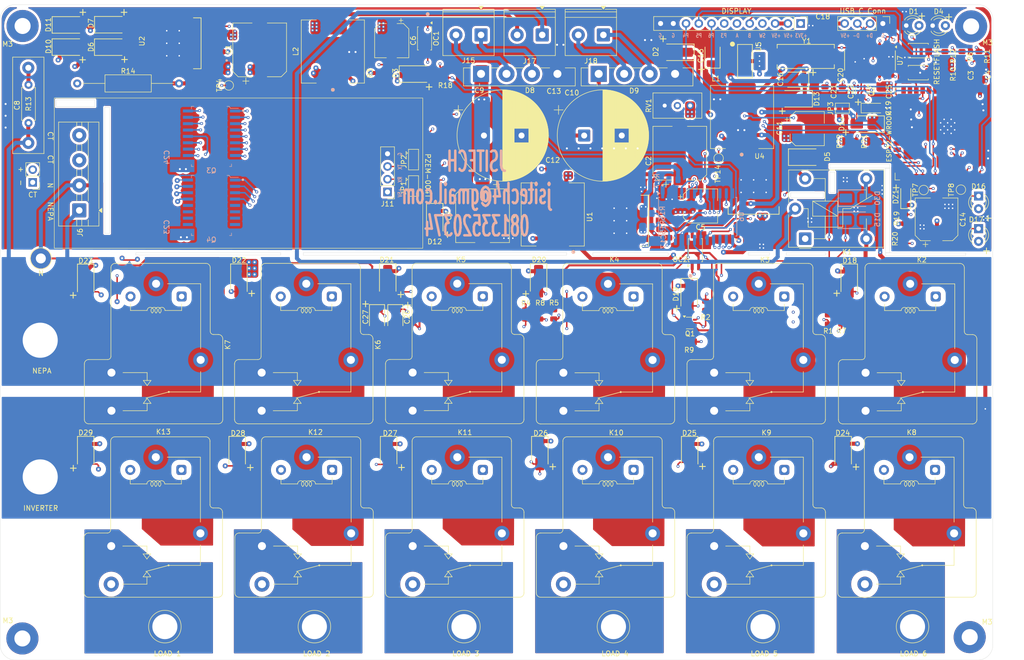
<source format=kicad_pcb>
(kicad_pcb (version 20241229) (generator "pcbnew") (generator_version "9.0")
  (layers (0 "F.Cu" power "TGND") (4 "In1.Cu" mixed "MIXED1") (6 "In2.Cu" mixed "MIXED2") (2 "B.Cu" power "BGND") (13 "F.Paste" user) (15 "B.Paste" user) (5 "F.SilkS" user "F.Silkscreen") (7 "B.SilkS" user "B.Silkscreen") (1 "F.Mask" user) (3 "B.Mask" user) (25 "Edge.Cuts" user))
  (net 0 "")
  (net 1 "+5V")
  (net 2 "GND")
  (net 3 "VCC2")
  (net 4 "VCC1")
  (net 5 "/EN")
  (net 6 "+3.3V")
  (net 7 "+12V")
  (net 8 "Net-(D10-A)")
  (net 9 "/NEPA")
  (net 10 "VCC3")
  (net 11 "Net-(D13-K)")
  (net 12 "Net-(D14-A)")
  (net 13 "Net-(U7-Xi)")
  (net 14 "Net-(U7-Xo)")
  (net 15 "Net-(JP3-A)")
  (net 16 "Net-(D1-A)")
  (net 17 "Net-(D2-K)")
  (net 18 "Net-(D3-K)")
  (net 19 "Net-(D4-A)")
  (net 20 "Net-(D5-A)")
  (net 21 "Net-(D11-A)")
  (net 22 "/1TR 2")
  (net 23 "/1TR 1")
  (net 24 "/2TR 2")
  (net 25 "/2TR 1")
  (net 26 "Net-(D12-K)")
  (net 27 "Net-(D16-A)")
  (net 28 "/GPIO1{slash}TX")
  (net 29 "Net-(D17-A)")
  (net 30 "/GPIO3{slash}RX")
  (net 31 "/RD1C2")
  (net 32 "/RD1C4")
  (net 33 "/RD1C6")
  (net 34 "/RD1C8")
  (net 35 "/RD2C2")
  (net 36 "/RD2C4")
  (net 37 "/RD1C1")
  (net 38 "/RD1C3")
  (net 39 "/RD1C5")
  (net 40 "/RD1C7")
  (net 41 "/RD2C1")
  (net 42 "/RD2C3")
  (net 43 "/CT -")
  (net 44 "/CT +")
  (net 45 "/N")
  (net 46 "Net-(J11-Pin_2)")
  (net 47 "Net-(J11-Pin_3)")
  (net 48 "/INVERTER")
  (net 49 "/GPIO26")
  (net 50 "/GPIO18{slash}SCK")
  (net 51 "/GPIO23{slash}MOSI")
  (net 52 "/GPIO27")
  (net 53 "/GPIO5{slash}CS")
  (net 54 "/CONST")
  (net 55 "/GPIO25")
  (net 56 "/TRANS-IN")
  (net 57 "/GPIO17")
  (net 58 "/GPIO16")
  (net 59 "/SELECT6")
  (net 60 "/SELECT5")
  (net 61 "/SELECT4")
  (net 62 "/SELECT3")
  (net 63 "/SELECT2")
  (net 64 "/SELECT1")
  (net 71 "Net-(U2-~{ON}{slash}OFF)")
  (net 72 "/12V_EN")
  (net 73 "Net-(OC2-Pad1)")
  (net 74 "/NEPA_SENSE")
  (net 75 "Net-(Q1A-C1)")
  (net 76 "Net-(Q1A-E1)")
  (net 77 "/INVERTER_SENSE")
  (net 78 "/DTR")
  (net 79 "/RTS")
  (net 80 "/GPIO0")
  (net 81 "Net-(Q3-IN3)")
  (net 82 "Net-(Q3-IN1)")
  (net 83 "Net-(Q3-IN4)")
  (net 84 "Net-(Q3-IN2)")
  (net 85 "Net-(Q3-IN7)")
  (net 86 "Net-(Q3-IN8)")
  (net 87 "Net-(Q3-IN6)")
  (net 88 "Net-(Q3-IN5)")
  (net 89 "Net-(Q4-IN2)")
  (net 90 "/RD2C6")
  (net 91 "/RD2C5")
  (net 92 "Net-(Q4-IN4)")
  (net 95 "Net-(Q4-IN1)")
  (net 96 "/RD2C7")
  (net 97 "Net-(Q4-IN3)")
  (net 100 "/RD2C8")
  (net 101 "/IND_LED")
  (net 102 "/GPIO2")
  (net 103 "/~{INT}")
  (net 104 "Net-(U6-IO1_5)")
  (net 108 "/GPIO39")
  (net 110 "/GPIO12")
  (net 111 "/GPIO32")
  (net 112 "/GPIO13")
  (net 113 "/GPIO14")
  (net 114 "/GPIO19{slash}MISO")
  (net 115 "/GPIO4")
  (net 116 "/GPIO34")
  (net 117 "/GPIO33")
  (net 120 "/GPIO35")
  (net 122 "/GPIO36")
  (net 123 "/GPIO15")
  (net 129 "/LOAD6")
  (net 130 "/LOAD5")
  (net 131 "/LOAD4")
  (net 132 "/LOAD3")
  (net 133 "/LOAD2")
  (net 134 "/LOAD1")
  (net 135 "/D+")
  (net 136 "/D-")
  (net 137 "Net-(D15-K)")
  (net 138 "Net-(D30-K)")
  (net 139 "/GPIO21{slash}SDA")
  (net 140 "/GPIO22{slash}SCL")
  (footprint "Relay_THT:Relay_SPDT_RAYEX-L90" (layer "F.Cu") (at 232.194 114.187 -90)
    (property "Reference" "K8")
    (property "Value" "30A RELAY")
  )
  (footprint "PCM_JLCPCB:SOIC-16_3.9x9.9mm_P1.27mm" (layer "F.Cu") (at 224.305 35.02 -90)
    (property "Reference" "U7")
    (property "Value" "CH340C" (hide yes))
  )
  (footprint "Capacitor_SMD:CP_Elec_10x12.5" (layer "F.Cu") (at 102.52 32.91 90)
    (property "Reference" "C1")
    (property "Value" "680uF_35V" (hide yes))
  )
  (footprint "PCM_JLCPCB:TO-263-5_L10.2-W8.9-P1.70-TL" (layer "F.Cu") (at 88.97 31.59 180)
    (property "Reference" "U2")
    (property "Value" "LM2596S-12" (hide yes))
  )
  (footprint "PCM_JLCPCB:R_0805" (layer "F.Cu") (at 161.2 85.69 -90)
    (property "Reference" "R5")
    (property "Value" "6.8k" (hide yes))
  )
  (footprint "LED_THT:LED_D3.0mm" (layer "F.Cu") (at 245.98 68.58 -90)
    (property "Reference" "D17")
    (property "Value" "Green" (hide yes))
  )
  (footprint "PCM_JLCPCB:R_0805" (layer "F.Cu") (at 231.24 66.66 90)
    (property "Reference" "R19")
    (property "Value" "330R" (hide yes))
  )
  (footprint "PCM_JLCPCB:C_0805" (layer "F.Cu") (at 215.33 41.24 -90)
    (property "Reference" "C21")
    (property "Value" "22pF" (hide yes))
  )
  (footprint "LED_THT:LED_D3.0mm" (layer "F.Cu") (at 236.816 28.065)
    (property "Reference" "D4")
    (property "Value" "GREEN" (hide yes))
  )
  (footprint "Relay_THT:Relay_SPDT_RAYEX-L90" (layer "F.Cu") (at 172.024331 79.599062 -90)
    (property "Reference" "K4")
    (property "Value" "30A RELAY")
  )
  (footprint "PCM_JLCPCB:C_0805" (layer "F.Cu") (at 216.02 38.22)
    (property "Reference" "C20")
    (property "Value" "22pF" (hide yes))
  )
  (footprint "Capacitor_SMD:CP_Elec_8x11.9" (layer "F.Cu") (at 237.59 66.725 90)
    (property "Reference" "C14")
    (property "Value" "470uF/25V" (hide yes))
  )
  (footprint "Relay_THT:Relay_SPDT_RAYEX-L90" (layer "F.Cu") (at 141.9552 114.187 -90)
    (property "Reference" "K11")
    (property "Value" "30A RELAY")
  )
  (footprint "PCM_JLCPCB:C_CASE-B-3528-21(mm)" (layer "F.Cu") (at 192.9 34.1 90)
    (property "Reference" "C15")
    (property "Value" "4.7uF/16V" (hide yes))
  )
  (footprint "PCM_JLCPCB:C_0805" (layer "F.Cu") (at 246.094 37.82 -90)
    (property "Reference" "C4")
    (property "Value" "100nF" (hide yes))
  )
  (footprint "PCM_JLCPCB:C_0805" (layer "F.Cu") (at 161.229 42.799 180)
    (property "Reference" "C13")
    (property "Value" "100nF" (hide yes))
  )
  (footprint "PCM_JLCPCB:R_0805" (layer "F.Cu") (at 216 86.71 90)
    (property "Reference" "R1")
    (property "Value" "680k" (hide yes))
  )
  (footprint "PCM_JLCPCB:SOT-363_SC-70-6" (layer "F.Cu") (at 222.565 41.145 -90)
    (property "Reference" "Q2")
    (property "Value" "UMH3N" (hide yes))
  )
  (footprint "Connector_PinHeader_2.54mm:PinHeader_1x12_P2.54mm_Vertical" (layer "F.Cu") (at 210.463 27.6425 -90)
    (property "Reference" "J19" (hide yes))
    (property "Value" "DISPLAY")
  )
  (footprint "Capacitor_Tantalum_SMD:CP_EIA-3216-18_Kemet-A" (layer "F.Cu") (at 224.8675 44.52)
    (property "Reference" "C19")
    (property "Value" "4.7uF/16V" (hide yes))
  )
  (footprint "Relay_THT:Relay_SPDT_RAYEX-L90" (layer "F.Cu") (at 141.94255 79.559705 -90)
    (property "Reference" "K5")
    (property "Value" "30A RELAY")
  )
  (footprint "MountingHole:MountingHole_3.2mm_M3_Pad" (layer "F.Cu") (at 244.49 28.22)
    (property "Reference" "REF**" (hide yes))
    (property "Value" "M3" (hide yes))
  )
  (footprint "PCM_JLCPCB:D_SMA" (layer "F.Cu") (at 73.06 32.36)
    (property "Reference" "D6")
    (property "Value" "SM4001" (hide yes))
  )
  (footprint "Capacitor_THT:C_Rect_L19.0mm_W6.0mm_P15.00mm_MKS4" (layer "F.Cu") (at 56.35 36.475 -90)
    (property "Reference" "C8")
    (property "Value" "145J400V" (hide yes))
  )
  (footprint "MountingHole:MountingHole_3.2mm_M3_Pad" (layer "F.Cu") (at 55.21 28.14)
    (property "Reference" "REF**" (hide yes))
    (property "Value" "M3" (hide yes))
  )
  (footprint "Relay_THT:Relay_SPDT_RAYEX-L90" (layer "F.Cu") (at 172.0348 114.187 -90)
    (property "Reference" "K10")
    (property "Value" "30A RELAY")
  )
  (footprint "TestPoint:TestPoint_Pad_D1.5mm" (layer "F.Cu") (at 194.1 54.525 90)
    (property "Reference" "TP14")
    (property "Value" "TestPoint")
  )
  (footprint "PCM_JLCPCB:C_CASE-B-3528-21(mm)" (layer "F.Cu") (at 125.9332 86.2076 -90)
    (property "Reference" "C27")
    (property "Value" "10uF_16V" (hide yes))
  )
  (footprint "PCM_JLCPCB:SOP-4_4.4x2.6mm_P1.27mm" (layer "F.Cu") (at 189.47 72.88 90)
    (property "Reference" "OC2")
    (property "Value" "PC817XFP" (hide yes))
  )
  (footprint "PCM_JLCPCB:SOP-4_4.4x2.6mm_P1.27mm" (layer "F.Cu") (at 135.42 30.62 -90)
    (property "Reference" "OC1")
    (property "Value" "PC817XFP" (hide yes))
  )
  (footprint "PCM_JLCPCB:R_0805" (layer "F.Cu") (at 139.57 37.53 -90)
    (property "Reference" "R18")
    (property "Value" "150R" (hide yes))
  )
  (footprint "PCM_JLCPCB:D_SMA" (layer "F.Cu") (at 158.175 79.075 -90)
    (property "Reference" "D20")
    (property "Value" "SM4001" (hide yes))
  )
  (footprint "PCM_JLCPCB:D_SMA" (layer "F.Cu") (at 185.71 33.39 180)
    (property "Reference" "D2")
    (property "Value" "1N5824" (hide yes))
  )
  (footprint "TestPoint:TestPoint_Plated_Hole_D5.0mm" (layer "F.Cu") (at 58.725 118.125)
    (property "Reference" "J2" (hide yes))
    (property "Value" "INVERTER" (hide yes))
  )
  (footprint "PCM_JLCPCB:R_0805" (layer "F.Cu") (at 231.24 70.61 -90)
    (property "Reference" "R20")
    (property "Value" "330R" (hide yes))
  )
  (footprint "TestPoint:TestPoint_Pad_D1.5mm" (layer "F.Cu") (at 96.35 40)
    (property "Reference" "TP4")
    (property "Value" "TestPoint" (hide yes))
  )
  (footprint "Resistor_THT:R_Axial_DIN0309_L9.0mm_D3.2mm_P20.32mm_Horizontal" (layer "F.Cu") (at 86.43 39.6 180)
    (property "Reference" "R14")
    (property "Value" "330R/2W" (hide yes))
  )
  (footprint "PCM_JLCPCB:D_SMA" (layer "F.Cu") (at 223.6675 47.72 180)
    (property "Reference" "D14")
    (property "Value" "1N5819" (hide yes))
  )
  (footprint "PCM_JLCPCB:D_SMA" (layer "F.Cu") (at 67.8 113.55 -90)
    (property "Reference" "D29")
    (property "Value" "SM4001" (hide yes))
  )
  (footprint "PCM_JLCPCB:C_0805" (layer "F.Cu") (at 242.665 37.82 -90)
    (property "Reference" "C3")
    (property "Value" "470nF" (hide yes))
  )
  (footprint "PCM_JLCPCB:C_CASE-B-3528-21(mm)" (layer "F.Cu") (at 129.5908 86.2076 -90)
    (property "Reference" "C26")
    (property "Value" "10uF_16V" (hide yes))
  )
  (footprint "TestPoint:TestPoint_Pad_D1.5mm" (layer "F.Cu") (at 235.025 60.875 90)
    (property "Reference" "TP7")
    (property "Value" "TestPoint")
  )
  (footprint "PCM_JLCPCB:D_SMA" (layer "F.Cu") (at 64.61 32.35)
    (property "Reference" "D10")
    (property "Value" "SM4001" (hide yes))
  )
  (footprint "PCM_JLCPCB:D_SMA" (layer "F.Cu") (at 67.8 79.175 -90)
    (property "Reference" "D23")
    (property "Value" "SM4001" (hide yes))
  )
  (footprint "PCM_JLCPCB:R_0805" (layer "F.Cu") (at 246.065 34.16 90)
    (property "Reference" "R11")
    (property "Value" "330R" (hide yes))
  )
  (footprint "PCM_JLCPCB:D_SMA" (layer "F.Cu") (at 220.1672 79.1464 -90)
    (property "Reference" "D18")
    (property "Value" "SM4001" (hide yes))
  )
  (footprint "PCM_JLCPCB:D_SMA" (layer "F.Cu") (at 128.075 79.075 -90)
    (property "Reference" "D21")
    (property "Value" "SM4001" (hide yes))
  )
  (footprint "LED_THT:LED_D3.0mm" (layer "F.Cu") (at 231.546 28.05)
    (property "Reference" "D1")
    (property "Value" "Blue" (hide yes))
  )
  (footprint "PCM_JLCPCB:D_SMA" (layer "F.Cu") (at 158.425 113.55 -90)
    (property "Reference" "D26")
    (property "Value" "SM4001" (hide yes))
  )
  (footprint "TerminalBlock_Phoenix:TerminalBlock_Phoenix_PT-1,5-2-5.0-H_1x02_P5.00mm_Horizontal" (layer "F.Cu") (at 171.107 29.9225 180)
    (property "Reference" "J18")
    (property "Value" "TRANS 2-OUT")
  )
  (footprint "Inductor_SMD:L_12x12mm_H6mm" (layer "F.Cu") (at 117.12 33.24 90)
    (property "Reference" "L2")
    (property "Value" "33uH" (hide yes))
  )
  (footprint "PCM_JLCPCB:C_0805" (layer "F.Cu") (at 226.39 41.245 90)
    (property "Reference" "C25")
    (property "Value" "100nF" (hide yes))
  )
  (footprint "Inductor_SMD:L_12x12mm_H6mm" (layer "F.Cu") (at 161 65.75 90)
    (property "Reference" "L3")
    (property "Value" "33uH" (hide yes))
  )
  (footprint "PCM_JLCPCB:D_SMA" (layer "F.Cu") (at 218.95 113.55 -90)
    (property "Reference" "D24")
    (property "Value" "SM4001" (hide yes))
  )
  (footprint "Capacitor_SMD:CP_Elec_6.3x7.7" (layer "F.Cu") (at 211.78 48.62)
    (property "Reference" "C11")
    (property "Value" "220uF_16V" (hide yes))
  )
  (footprint "Diode_THT:Diode_Bridge_Vishay_GBU" (layer "F.Cu") (at 170.175 37.695)
    (property "Reference" "D9")
    (property "Value" "GBU8M" (hide yes))
  )
  (footprint "Capacitor_THT:CP_Radial_D18.0mm_P7.50mm" (layer "F.Cu") (at 147.27222 50)
    (property "Reference" "C9")
    (property "Value" "2200uF/35V" (hide yes))
  )
  (footprint "PCM_JLCPCB:D_SMA" (layer "F.Cu") (at 188.225 82.025 -90)
    (property "Reference" "D19")
    (property "Value" "SM4001" (hide yes))
  )
  (footprint "TerminalBlock:TerminalBlock_MaiXu_MX126-5.0-04P_1x04_P5.00mm" (layer "F.Cu") (at 66.516098 64.936807 90)
    (property "Reference" "J6")
    (property "Value" "PZEM_LOAD" (hide yes))
  )
  (footprint "Relay_THT:Relay_SPDT_RAYEX-L90" (layer "F.Cu") (at 202.106422 79.589474 -90)
    (property "Reference" "K3")
    (property "Value" "30A RELAY")
  )
  (footprint "MountingHole:MountingHole_3.2mm_M3_Pad" (layer "F.Cu") (at 244.21 150.09)
    (property "Reference" "REF**" (hide yes))
    (property "Value" "M3" (hide yes))
  )
  (footprint "PCM_JLCPCB:D_SMA" (layer "F.Cu") (at 64.62 27.93)
    (property "Reference" "D11")
    (property "Value" "SM4001" (hide yes))
  )
  (footprint "PCM_JLCPCB:D_SMA" (layer "F.Cu") (at 137.45 67.05 -90)
    (property "Reference" "D12")
    (property "Value" "1N5824" (hide yes))
  )
  (footprint "PCM_JLCPCB:D_SMA" (layer "F.Cu") (at 98.025 113.55 -90)
    (property "Reference" "D28")
    (property "Value" "SM4001" (hide yes))
  )
  (footprint "PCM_JLCPCB:R_0805" (layer "F.Cu") (at 155.6 85.71 -90)
    (property "Reference" "R4")
    (property "Value" "6.8k" (hide yes))
  )
  (footprint "PCM_JLCPCB:D_SMA" (layer "F.Cu") (at 188.325 113.55 -90)
    (property "Reference" "D25")
    (property "Value" "SM4001" (hide yes))
  )
  (footprint "PCM_JLCPCB:R_0805" (layer "F.Cu") (at 158.44 85.71 -90)
    (property "Reference" "R8")
    (property "Value" "6.8k" (hide yes))
  )
  (footprint "Relay_THT:Relay_SPDT_RAYEX-L90" (layer "F.Cu") (at 81.84389 79.576737 -90)
    (property "Reference" "K7")
    (property "Value" "30A RELAY")
  )
  (footprint "PCM_JLCPCB:D_SMA" (layer "F.Cu") (at 98.375 79.125 -90)
    (property "Reference" "D22")
    (property "Value" "SM4001" (hide yes))
  )
  (footprint "TestPoint:TestPoint_Plated_Hole_D5.0mm" (layer "F.Cu") (at 173.12 148)
    (property "Reference" "J22" (hide yes))
    (property "Value" "LOAD 4" (hide yes))
  )
  (footprint "PCM_JLCPCB:R_0805" (layer "F.Cu") (at 188.35 91.15)
    (property "Reference" "R9")
    (property "Value" "330R" (hide yes))
  )
  (footprint "PCM_JLCPCB:C_0805" (layer "F.Cu") (at 218.79 41.245 90)
    (property "Reference" "C22")
    (property "Value" "100nF" (hide yes))
  )
  (footprint "Capacitor_SMD:CP_Elec_10x12.5" (layer "F.Cu") (at 147 66 -90)
    (property "Reference" "C7")
    (property "Value" "680uF_35V" (hide yes))
  )
  (footprint "TestPoint:TestPoint_Plated_Hole_D5.0mm" (layer "F.Cu") (at 232.8 148)
    (property "Reference" "J20" (hide yes))
    (property "Value" "LOAD 6" (hide yes))
  )
  (footprint "Relay_THT:Relay_SPDT_RAYEX-L90" (layer "F.Cu") (at 111.817862 79.576737 -90)
    (property "Reference" "K6")
    (property "Value" "30A RELAY")
  )
  (footprint "PCM_JLCPCB:SW_TS-1088-AR02016" (layer "F.Cu") (at 233.945 33.05)
    (property "Reference" "SW2" (hide yes))
    (property "Value" "FLASH")
  )
  (footprint "Jumper:SolderJumper-2_P1.3mm_Open_Pad1.0x1.5mm" (layer "F.Cu") (at 218.8 44.54 180)
    (property "Reference" "JP3")
    (property "Value" "~" (hide yes))
  )
  (footprint "Capacitor_SMD:CP_Elec_10x12.5" (layer "F.Cu") (at 186.3598 53.5268 90)
    (property "Reference" "C2")
    (property "Value" "680uF_35V")
  )
  (footprint "Potentiometer_THT:Potentiometer_Bourns_3296W_Vertical" (layer "F.Cu") (at 183.34 44.03 180)
    (property "Reference" "RV1")
    (property "Value" "10K" (hide yes))
  )
  (footprint "PCM_JLCPCB:R_0805" (layer "F.Cu") (at 218.67 86.7 90)
    (property "Reference" "R7")
    (property "Value" "680k" (hide yes))
  )
  (footprint "PCM_JLCPCB:R_0805" (layer "F.Cu") (at 239.236 37.865 90)
    (property "Reference" "R10")
    (property "Value" "10k" (hide yes))
  )
  (footprint "Connector_PinHeader_2.54mm:PinHeader_1x02_P2.54mm_Vertical" (layer "F.Cu") (at 57.225 59.35 180)
    (property "Reference" "J3" (hide yes))
    (property "Value" "CT")
  )
  (footprint "PCM_JLCPCB:TO-263-5_L10.2-W8.9-P1.70-TL" (layer "F.Cu") (at 178.25 67 180)
    (property "Reference" "U1")
    (property "Value" "LM2596S-3.3V" (hide yes))
  )
  (footprint "Jumper:SolderJumper-3_P1.3mm_Open_Pad1.0x1.5mm" (layer "F.Cu") (at 133.225 54.8 -90)
    (property "Reference" "JP2")
    (property "Value" "~" (hide yes))
  )
  (footprint "PCM_JLCPCB:R_0805" (layer "F.Cu") (at 225.54 51.19 180)
    (property "Reference" "R21")
    (property "Value" "10k" (hide yes))
  )
  (footprint "TestPoint:TestPoint_Plated_Hole_D5.0mm" (layer "F.Cu") (at 143.28 148)
    (property "Reference" "J23" (hide yes))
    (property "Value" "LOAD 3" (hide yes))
  )
  (footprint "PCM_JLCPCB:SW_TS-1088-AR02016" (layer "F.Cu") (at 233.945 37.45)
    (property "Reference" "SW1" (hide yes))
    (property "Value" "RESET")
  )
  (footprint "PCM_JLCPCB:C_0805" (layer "F.Cu") (at 160.9852 56.6166 180)
    (property "Reference" "C12")
    (property "Value" "100nF" (hide yes))
  )
  (footprint "PCM_JLCPCB:R_0805" (layer "F.Cu") (at 239.265 34.16 -90)
    (property "Reference" "R12")
    (property "Value" "10k" (hide yes))
  )
  (footprint "Capacitor_SMD:CP_Elec_6.3x7.7" (layer "F.Cu") (at 190.4924 64.0588)
    (property "Reference" "C5")
    (property "Value" "220uF_16V" (hide yes))
  )
  (footprint "Jumper:SolderJumper-3_P1.3mm_Open_Pad1.0x1.5mm" (layer "F.Cu") (at 133.225 60.075 -90)
    (property "Reference" "JP1")
    (property "Value" "~" (hide yes))
  )
  (footprint "Inductor_SMD:L_12x12mm_H6mm" (layer "F.Cu") (at 198.7804 46.3042 90)
    (property "Reference" "L1")
    (property "Value" "33uH" (hide yes))
  )
  (footprint "TestPoint:TestPoint_Plated_Hole_D5.0mm" (layer "F.Cu") (at 58.85 74.525)
    (property "Reference" "J10" (hide yes))
    (property "Value" "N")
  )
  (footprint "TestPoint:TestPoint_Plated_Hole_D5.0mm" (layer "F.Cu") (at 83.6 148)
    (property "Reference" "J25" (hide yes))
    (property "Value" "LOAD 1" (hide yes))
  )
  (footprint "MountingHole:MountingHole_3.2mm_M3_Pad" (layer "F.Cu") (at 55.17 150.36)
    (property "Reference" "REF**" (hide yes))
    (property "Value" "M3" (hide yes))
  )
  (footprint "Diode_THT:Diode_Bridge_Vishay_GBU" (layer "F.Cu") (at 146.695 37.695)
    (property "Reference" "D8")
    (property "Value" "GBU8M" (hide yes))
  )
  (footprint "PCM_JLCPCB:C_0805" (layer "F.Cu") (at 214.875 28)
    (property "Reference" "C18")
    (property "Value" "100nF" (hide yes))
  )
  (footprint "PCM_JLCPCB:D_SMA" (layer "F.Cu") (at 209.3 42.67 180)
    (property "Reference" "D13")
    (property "Value" "1N5819" (hide yes))
  )
  (footprint "PCM_JLCPCB:R_0805" (layer "F.Cu") (at 126.99 37.53 180)
    (property "Reference" "R3")
    (property "Value" "100k" (hide yes))
  )
  (footprint "PCM_JLCPCB:D_SMA" (layer "F.Cu") (at 128.25 113.55 -90)
    (property "Reference" "D27")
    (property "Value" "SM4001" (hide yes))
  )
  (footprint "TestPoint:TestPoint_Plated_Hole_D5.0mm" (layer "F.Cu") (at 58.725 90.85)
    (property "Reference" "J1" (hide yes))
    (property "Value" "NEPA" (hide yes))
  )
  (footprint "Relay_THT:Relay_SPDT_RAYEX-L90" (layer "F.Cu") (at 111.8756 114.187 -90)
    (property "Reference" "K12")
    (property "Value" "30A RELAY")
  )
  (footprint "PCM_JLCPCB:SOT-363_SC-70-6" (layer "F.Cu") (at 188.35 87.4125)
    (property "Reference" "Q1")
    (property "Value" "UMH3N" (hide yes))
  )
  (footprint "Capacitor_SMD:CP_Elec_6.3x7.7" (layer "F.Cu") (at 128.87 31.07 -90)
    (property "Reference" "C6")
    (property "Value" "220uF_16V" (hide yes))
  )
  (footprint "PCM_JLCPCB:R_0805" (layer "F.Cu") (at 191.516 83.9768 90)
    (property "Reference" "R2")
    (property "Value" "680k" (hide yes))
  )
  (footprint "LED_THT:LED_D3.0mm" (layer "F.Cu") (at 245.98 62.07 -90)
    (property "Reference" "D16")
    (property "Value" "Red" (hide yes))
  )
  (footprint "PCM_JLCPCB:D_SOD-123" (layer "F.Cu") (at 231.45 62.23 90)
    (property "Reference" "DZ1")
    (property "Value" "CMZ12" (hide yes))
  )
  (footprint "PCM_JLCPCB:D_SMA" (layer "F.Cu") (at 211.55 54.31)
    (property "Reference" "D5")
    (property "Value" "SM4001" (hide yes))
  )
  (footprint "TerminalBlock_Phoenix:TerminalBlock_Phoenix_PT-1,5-2-5.0-H_1x02_P5.00mm_Horizontal" (layer "F.Cu") (at 158.9 29.9225 180)
    (property "Reference" "J17")
    (property "Value" "TRANS-IN")
  )
  (footprint "PCM_JLCPCB:D_SMA" (layer "F.Cu") (at 133.88 37.73)
    (property "Reference" "D3")
    (property "Value" "1N5824" (hide yes))
  )
  (footprint "PCM_JLCPCB:C_CASE-B-3528-21(mm)" (layer "F.Cu") (at 209.6262 38.862 180)
    (property "Reference" "C16")
    (property "Value" "10uF_16V" (hide yes))
  )
  (footprint "Relay_THT:Relay_SPDT_Finder_36.11" (layer "F.Cu") (at 211.38 70.59 90)
    (property "Reference" "K1")
    (property "Value" "10A RELAY" (hide yes))
  )
  (footprint "Connector_PinHeader_2.54mm:PinHeader_1x04_P2.54mm_Vertical" (layer "F.Cu") (at 226.87 27.65 -90)
    (property "Reference" "J14" (hide yes))
    (property "Value" "USB_C Conn")
  )
  (footprint "TestPoint:TestPoint_Pad_D1.5mm" (layer "F.Cu") (at 242.45 60.8 90)
    (property "Reference" "TP8")
    (property "Value" "TestPoint")
  )
  (footprint "PCM_JLCPCB:TO-263-5_L10.2-W8.9-P1.70-TL" (layer "F.Cu") (at 201.09 63.85 90)
    (property "Reference" "U4")
    (property "Value" "LM2596S-5V" (hide yes))
  )
  (footprint "PCM_JLCPCB:SOT-223-3_L6.5-W3.4-P2.30-LS7.0-BR" (layer "F.Cu") (at 199.26 35.15 180)
    (property "Reference" "U5")
    (property "Value" "AMS1117-3.3" (hide yes))
  )
  (footprint "TerminalBlock_Phoenix:TerminalBlock_Phoenix_PT-1,5-2-5.0-H_1x02_P5.00mm_Horizontal" (layer "F.Cu") (at 146.693 29.9225 180)
    (property "Reference" "J15")
    (property "Value" "TRANS 1-OUT")
  )
  (footprint "TestPoint:TestPoint_Plated_Hole_D5.0mm" (layer "F.Cu") (at 202.96 148)
    (property "Reference" "J21" (hide yes))
    (property "Value" "LOAD 5" (hide yes))
  )
  (footprint "PCM_JLCPCB:CRYSTAL-SMD_L11.5-W4.8-LS12.7" (layer "F.Cu") (at 211.49 34.21)
    (property "Reference" "Y1")
    (property "Value" "12MHz" (hide yes))
  )
  (footprint "TestPoint:TestPoint_Plated_Hole_D5.0mm" (layer "F.Cu") (at 113.44 148)
    (property "Reference" "J24" (hide yes))
    (property "Value" "LOAD 2" (hide yes))
  )
  (footprint "Capacitor_THT:CP_Radial_D18.0mm_P7.50mm" (layer "F.Cu") (at 167.27222 50)
    (property "Reference" "C10")
    (property "Value" "2200uF/35V" (hide yes))
  )
  (footprint "PCM_JLCPCB:D_SMA" (layer "F.Cu") (at 73.08 27.89)
    (property "Reference" "D7")
    (property "Value" "SM4001" (hide yes))
  )
  (footprint "Relay_THT:Relay_SPDT_RAYEX-L90" (layer "F.Cu") (at 232.326329 79.595347 -90)
    (property "Reference" "K2")
    (property "Value" "30A RELAY")
  )
  (footprint "PCM_JLCPCB:R_0805" (layer "F.Cu") (at 242.665 34.16 90)
    (property "Reference" "R6")
    (property "Value" "330R" (hide yes))
  )
  (footprint "PCM_JLCPCB:R_0805" (layer "F.Cu") (at 220.61 51.18)
    (property "Reference" "R22")
    (property "Value" "10k" (hide yes))
  )
  (footprint "Relay_THT:Relay_SPDT_RAYEX-L90" (layer "F.Cu") (at 202.1144 114.187 -90)
    (property "Reference" "K9")
    (property "Value" "30A RELAY")
  )
  (footprint "Resistor_THT:R_Axial_DIN0207_L6.3mm_D2.5mm_P7.62mm_Horizontal" (layer "F.Cu") (at 56.388 39.878 -90)
    (property "Reference" "R13")
    (property "Value" "1M")
  )
  (footprint "Relay_THT:Relay_SPDT_RAYEX-L90" (layer "F.Cu") (at 81.796 114.187 -90)
    (property "Reference" "K13")
    (property "Value" "30A RELAY")
  )
  (footprint "RF_Module:ESP32-WROOM-32E" (layer "F.Cu") (at 242.265 49.67 -90)
    (property "Reference" "U3" (hide yes))
    (property "Value" "ESP32-WROOM")
  )
  (footprint "Connector_PinHeader_2.54mm:PinHeader_1x04_P2.54mm_Vertical" (layer "F.Cu") (at 128.0312 61.2582 180)
    (property "Reference" "J11")
    (property "Value" "PZEM_SIG")
  )
  (footprint "PCM_JLCPCB:C_0805" (layer "B.Cu") (at 179.92 70.84 180)
    (property "Reference" "C17")
    (property "Value" "0.1uF/25V" (hide yes))
  )
  (footprint "PCM_JLCPCB:C_0805" (layer "B.Cu") (at 85.675 68.275 90)
    (property "Reference" "C23")
    (property "Value" "100nF" (hide yes))
  )
  (footprint "PCM_JLCPCB:R_0805" (layer "B.Cu") (at 179.9 68.165 180)
    (property "Reference" "R15")
    (property "Value" "10k" (hide yes))
  )
  (footprint "PCM_JLCPCB:D_SMA" (layer "B.Cu") (at 221.488 62.484)
    (property "Reference" "D30")
    (property "Value" "SM4007PL" (hide yes))
  )
  (footprint "digikey-footprints:SOIC-18_W7.5mm" (layer "B.Cu") (at 92.9 63.95 -90)
    (property "Reference" "Q4")
    (property "Value" "ULN2803ADWR" (hide yes))
  )
  (footprint "PCM_JLCPCB:R_0805" (layer "B.Cu") (at 179.9 65.54 180)
    (property "Reference" "R16")
    (property "Value" "10k" (hide yes))
  )
  (footprint "PCM_JLCPCB:R_0805" (layer "B.Cu") (at 185.095 58.785)
    (property "Reference" "R17")
    (property "Value" "10k" (hide yes))
  )
  (footprint "Package_SO:SOIC-24W_7.5x15.4mm_P1.27mm" (layer "B.Cu") (at 189.925 66.19 -90)
    (property "Reference" "U6")
    (property "Value" "PCA9555D")
  )
  (footprint "PCM_JLCPCB:D_SMA" (layer "B.Cu") (at 221.4184 66.9036)
    (property "Reference" "D15")
    (property "Value" "SM4007PL" (hide yes))
  )
  (footprint "digikey-footprints:SOIC-18_W7.5mm" (layer "B.Cu") (at 92.9 50.175 -90)
    (property "Reference" "Q3")
    (property "Value" "ULN2803ADWR" (hide yes))
  )
  (footprint "PCM_JLCPCB:C_0805" (layer "B.Cu") (at 85.675 54.5 90)
    (property "Reference" "C24")
    (property "Value" "100nF" (hide yes))
  )
  (gr_circle (center 136.05 25.775) (end 136.236701 25.961701) (stroke (width 0.2)) (fill yes) (layer "F.SilkS"))
  (gr_circle (center 117.12 40.875) (end 117.306701 41.061701) (stroke (width 0.2)) (fill yes) (layer "F.SilkS"))
  (gr_circle (center 198.7 53.8) (end 198.886701 53.986701) (stroke (width 0.2)) (fill yes) (layer "F.SilkS"))
  (gr_circle (center 188.5 78) (end 188.686701 78.186701) (stroke (width 0.2)) (fill yes) (layer "F.SilkS"))
  (gr_circle (center 165.114035 73.225) (end 165.300736 73.411701) (stroke (width 0.2)) (fill yes) (layer "F.SilkS"))
  (gr_rect (start 61.534 42.513) (end 135.067 72.485) (stroke (width 0.1)) (fill no) (layer "F.SilkS"))
  (gr_circle (center 198.7 53.8) (end 198.886701 53.986701) (stroke (width 0.2)) (fill yes) (layer "B.SilkS"))
  (gr_circle (center 117.12 40.875) (end 117.306701 41.061701) (stroke (width 0.2)) (fill yes) (layer "B.SilkS"))
  (gr_circle (center 188.5 78) (end 188.686701 78.186701) (stroke (width 0.2)) (fill yes) (layer "B.SilkS"))
  (gr_circle (center 165.114035 73.225) (end 165.300736 73.411701) (stroke (width 0.2)) (fill yes) (layer "B.SilkS"))
  (gr_circle (center 136.05 25.775) (end 136.236701 25.961701) (stroke (width 0.2)) (fill yes) (layer "B.SilkS"))
  (gr_rect (start 111.194 73.39) (end 163.794 73.87) (stroke (width 0.05)) (fill no) (layer "Edge.Cuts"))
  (gr_line (start 248.83 26.866) (end 248.83 151.66) (stroke (width 0.05)) (layer "Edge.Cuts"))
  (gr_line (start 50.74 151.66) (end 50.74 26.866) (stroke (width 0.05)) (layer "Edge.Cuts"))
  (gr_line (start 245.83 154.66) (end 53.74 154.66) (stroke (width 0.05)) (layer "Edge.Cuts"))
  (gr_arc (start 50.74 26.866) (mid 51.61868 24.74468) (end 53.74 23.866) (stroke (width 0.05)) (layer "Edge.Cuts"))
  (gr_rect (start 71.585 44.367) (end 72.58 69.5476) (stroke (width 0.05)) (fill no) (layer "Edge.Cuts"))
  (gr_rect (start 199.9836 73.36) (end 204.2664 73.8525) (stroke (width 0.05)) (fill no) (layer "Edge.Cuts"))
  (gr_rect (start 77.784 73.41) (end 106.734 73.845) (stroke (width 0.05)) (fill no) (layer "Edge.Cuts"))
  (gr_rect (start 168.9711 73.4) (end 184.0289 73.93) (stroke (width 0.05)) (fill no) (layer "Edge.Cuts"))
  (gr_rect (start 216.2658 55.77) (end 228.27 56.475) (stroke (width 0.05)) (fill no) (layer "Edge.Cuts"))
  (gr_rect (start 207.590071 73.39) (end 215.475 73.852129) (stroke (width 0.05)) (fill no) (layer "Edge.Cuts"))
  (gr_arc (start 245.83 23.866) (mid 247.95132 24.74468) (end 248.83 26.866) (stroke (width 0.05)) (layer "Edge.Cuts"))
  (gr_rect (start 227.4047 73.42) (end 243.4235 73.93) (stroke (width 0.05)) (fill no) (layer "Edge.Cuts"))
  (gr_rect (start 216.26 57.2876) (end 217.305 61.38) (stroke (width 0.05)) (fill no) (layer "Edge.Cuts"))
  (gr_rect (start 61.933 42.8828) (end 69.6476 44.2392) (stroke (width 0.05)) (fill no) (layer "Edge.Cuts"))
  (gr_arc (start 248.83 151.66) (mid 247.95132 153.78132) (end 245.83 154.66) (stroke (width 0.05)) (layer "Edge.Cuts"))
  (gr_arc (start 53.74 154.66) (mid 51.61868 153.78132) (end 50.74 151.66) (stroke (width 0.05)) (layer "Edge.Cuts"))
  (gr_line (start 53.74 23.866) (end 245.83 23.866) (stroke (width 0.05)) (layer "Edge.Cuts"))
  (gr_rect (start 227.395 56.516) (end 228.275 73.39) (stroke (width 0.05)) (fill no) (layer "Edge.Cuts"))
  (gr_rect (start 208.478 61.3975) (end 215.014 62.4025) (stroke (width 0.05)) (fill no) (layer "Edge.Cuts"))
  (gr_text "+" (at 64.275 117.15 0) (layer "F.SilkS") (effects (font (size 1.5 1.5) (thickness 0.1875)) (justify left bottom)))
  (gr_text "M3" (at 246.625 32.025 0) (layer "F.SilkS") (effects (font (size 1 1)) (justify left bottom)))
  (gr_text "N" (at 61.3785 60.575 90) (layer "F.SilkS") (effects (font (size 1 1)) (justify left bottom)))
  (gr_text "+" (at 159.95 116.85 0) (layer "F.SilkS") (effects (font (size 1.5 1.5) (thickness 0.1875)) (justify left bottom)))
  (gr_text "+" (at 54.325 56.05 270) (layer "F.SilkS") (effects (font (size 1 1)) (justify left bottom)))
  (gr_text "CT" (at 60.175 49.1 270) (layer "F.SilkS") (effects (font (size 1 1)) (justify left bottom)))
  (gr_text "+" (at 184.7 85.275 0) (layer "F.SilkS") (effects (font (size 1.5 1.5) (thickness 0.1875)) (justify left bottom)))
  (gr_text "M3" (at 51.125 147.375 0) (layer "F.SilkS") (effects (font (size 1 1)) (justify left bottom)))
  (gr_text "+" (at 220.475 116.9 0) (layer "F.SilkS") (effects (font (size 1.5 1.5) (thickness 0.1875)) (justify left bottom)))
  (gr_text "NEPA" (at 57.05 97.55 0) (layer "F.SilkS") (effects (font (size 1 1)) (justify left bottom)))
  (gr_text "+" (at 74.5 35.6 0) (layer "F.SilkS") (effects (font (size 1.5 1.5) (thickness 0.1875)) (justify left bottom)))
  (gr_text "+" (at 99.6 117.025 0) (layer "F.SilkS") (effects (font (size 1.5 1.5) (thickness 0.1875)) (justify left bottom)))
  (gr_text "+" (at 218.425 50.125 0) (layer "F.SilkS") (effects (font (size 1.5 1.5) (thickness 0.1875)) (justify left bottom)))
  (gr_text "+" (at 181.975 31.475 0) (layer "F.SilkS") (effects (font (size 1.5 1.5) (thickness 0.1875)) (justify left bottom)))
  (gr_text "+" (at 246.84 67.27 0) (layer "F.SilkS") (effects (font (size 1.5 1.5) (thickness 0.1875)) (justify left bottom)))
  (gr_text "LOAD 1" (at 81.3 153.975 0) (layer "F.SilkS") (effects (font (size 1 1)) (justify left bottom)))
  (gr_text "+" (at 216.625 82.25 0) (layer "F.SilkS") (effects (font (size 1.5 1.5) (thickness 0.1875)) (justify left bottom)))
  (gr_text "+" (at 239 27.1 0) (layer "F.SilkS") (effects (font (size 1.5 1.5) (thickness 0.1875)) (justify left bottom)))
  (gr_text "+" (at 66.175 26.175 0) (layer "F.SilkS") (effects (font (size 1.5 1.5) (thickness 0.1875)) (justify left bottom)))
  (gr_text "+" (at 205.75 45.9 0) (layer "F.SilkS") (effects (font (size 1.5 1.5) (thickness 0.1875)) (justify left bottom)))
  (gr_text "+" (at 189.625 37.575 0) (layer "F.SilkS") (effects (font (size 1.5 1.5) (thickness 0.1875)) (justify left bottom)))
  (gr_text "LOAD 4" (at 170.625 153.975 0) (layer "F.SilkS") (effects (font (size 1 1)) (justify left bottom)))
  (gr_text "+" (at 122.6 84.375 0) (layer "F.SilkS") (effects (font (size 1.5 1.5) (thickness 0.1875)) (justify left bottom)))
  (gr_text "PZEM-004T" (at 135.49 53.5 270) (layer "F.SilkS") (effects (font (size 1 1)) (justify left bottom)))
  (gr_text "LOAD 6" (at 230.175 153.975 0) (layer "F.SilkS") (effects (font (size 1 1)) (justify left bottom)))
  (gr_text "CT" (at 60.175 53.775 270) (layer "F.SilkS") (effects (font (size 1 1)) (justify left bottom)))
  (gr_text "+" (at 138.95 70.525 0) (layer "F.SilkS") (effects (font (size 1.5 1.5) (thickness 0.1875)) (justify left bottom)))
  (gr_text "LOAD 2" (at 111.075 153.975 0) (layer "F.SilkS") (effects (font (size 1 1)) (justify left bottom)))
  (gr_text "M3" (at 246.55 147.65 0) (layer "F.SilkS") (effects (font (size 1 1)) (justify left bottom)))
  (gr_text "+" (at 228.475 61.175 0) (layer "F.SilkS") (effects (font (size 1.5 1.5) (thickness 0.1875)) (justify left bottom)))
  (gr_text "+" (at 220.9 44.1 0) (layer "F.SilkS") (effects (font (size 1.5 1.5) (thickness 0.1875)) (justify left bottom)))
  (gr_text "M3" (at 51.075 32.325 0) (layer "F.SilkS") (effects (font (size 1 1)) (justify left bottom)))
  (gr_text "+" (at 189.825 116.8 0) (layer "F.SilkS") (effects (font (size 1.5 1.5) (thickness 0.1875)) (justify left bottom)))
  (gr_text "+" (at 129.625 82.5 0) (layer "F.SilkS") (effects (font (size 1.5 1.5) (thickness 0.1875)) (justify left bottom)))
  (gr_text "NEPA" (at 60.175 63.125 270) (layer "F.SilkS") (effects (font (size 1 1)) (justify left bottom)))
  (gr_text "+" (at 64.25 82.65 0) (layer "F.SilkS") (effects (font (size 1.5 1.5) (thickness 0.1875)) (justify left bottom)))
  (gr_text "+" (at 154.575 82.35 0) (layer "F.SilkS") (effects (font (size 1.5 1.5) (thickness 0.1875)) (justify left bottom)))
  (gr_text "+" (at 233.6 26.925 0) (layer "F.SilkS") (effects (font (size 1.5 1.5) (thickness 0.1875)) (justify left bottom)))
  (gr_text "+" (at 246.5 73.78 0) (layer "F.SilkS") (effects (font (size 1.5 1.5) (thickness 0.1875)) (justify left bottom)))
  (gr_text "+" (at 129.775 117 0) (layer "F.SilkS") (effects (font (size 1.5 1.5) (thickness 0.1875)) (justify left bottom)))
  (gr_text "+" (at 135.275 41.075 0) (layer "F.SilkS") (effects (font (size 1.5 1.5) (thickness 0.1875)) (justify left bottom)))
  (gr_text "+" (at 131.025 84.6 0) (layer "F.SilkS") (effects (font (size 1.5 1.5) (thickness 0.1875)) (justify left bottom)))
  (gr_text "+" (at 211.9 38.2 0) (layer "F.SilkS") (effects (font (size 1.5 1.5) (thickness 0.1875)) (justify left bottom)))
  (gr_text "INVERTER" (at 55.25 124.95 0) (layer "F.SilkS") (effects (font (size 1 1)) (justify left bottom)))
  (gr_text "LOAD 3" (at 140.85 153.975 0) (layer "F.SilkS") (effects (font (size 1 1)) (justify left bottom)))
  (gr_text "+" (at 99.875 82.275 0) (layer "F.SilkS") (effects (font (size 1.5 1.5) (thickness 0.1875)) (justify left bottom)))
  (gr_text "LOAD 5" (at 200.4 153.975 0) (layer "F.SilkS") (effects (font (size 1 1)) (justify left bottom)))
  (gr_text "+" (at 66.125 35.65 0) (layer "F.SilkS") (effects (font (size 1.5 1.5) (thickness 0.1875)) (justify left bottom)))
  (gr_text "-" (at 54.325 58.725 270) (layer "F.SilkS") (effects (font (size 1 1)) (justify left bottom)))
  (gr_text "+" (at 74.4 26.175 0) (layer "F.SilkS") (effects (font (size 1.5 1.5) (thickness 0.1875)) (justify left bottom)))
  (gr_text "P4" (at 188.21 30.525 0) (layer "B.SilkS") (effects (font (size 0.8 0.6) (thickness 0.125)) (justify left bottom mirror)))
  (gr_text "G" (at 182.82 30.525 0) (layer "B.SilkS") (effects (font (size 0.8 0.6) (thickness 0.125)) (justify left bottom mirror)))
  (gr_text "P6" (at 193.28 30.525 0) (layer "B.SilkS") (effects (font (size 0.8 0.6) (thickness 0.125)) (justify left bottom mirror)))
  (gr_text "+5V" (at 131 60.4 90) (layer "B.SilkS") (effects (font (size 0.8 0.6) (thickness 0.125)) (justify left bottom mirror)))
  (gr_text "+5V" (at 209.05 30.525 0) (layer "B.SilkS") (effects (font (size 0.8 0.6) (thickness 0.125)) (justify left bottom mirror)))
  (gr_text "G" (at 227.28 30.525 0) (layer "B.SilkS") (effects (font (size 0.8 0.6) (thickness 0.125)) (justify left bottom mirror)))
  (gr_text "+3V3" (at 211.89 30.525 0) (layer "B.SilkS") (effects (font (size 0.8 0.6) (thickness 0.125)) (justify left bottom mirror)))
  (gr_text "RX" (at 131 58.14 90) (layer "B.SilkS") (effects (font (size 0.8 0.6) (thickness 0.125)) (justify left bottom mirror)))
  (gr_text "B" (at 200.66 30.525 0) (layer "B.SilkS") (effects (font (size 0.8 0.6) (thickness 0.125)) (justify left bottom mirror)))
  (gr_text "+5V" (at 220.4 30.525 0) (layer "B.SilkS") (effects (font (size 0.8 0.6) (thickness 0.125)) (justify left bottom mirror)))
  (gr_text "SW" (at 203.53 30.525 0) (layer "B.SilkS") (effects (font (size 0.8 0.6) (thickness 0.125)) (justify left bottom mirror)))
  (gr_text "JSITECH\njsitech4@gmail.com\n08133520374" (at 145.835 70.42 0) (layer "B.SilkS") (effects (font (size 4 2) (thickness 0.5) (bold yes)) (justify bottom mirror)))
  (gr_text "TX" (at 131 55.68 90) (layer "B.SilkS") (effects (font (size 0.8 0.6) (thickness 0.125)) (justify left bottom mirror)))
  (gr_text "P5" (at 190.83 30.525 0) (layer "B.SilkS") (effects (font (size 0.8 0.6) (thickness 0.125)) (justify left bottom mirror)))
  (gr_text "D+" (at 224.94 30.525 0) (layer "B.SilkS") (effects (font (size 0.8 0.6) (thickness 0.125)) (justify left bottom mirror)))
  (gr_text "+5V" (at 206.61 30.525 0) (layer "B.SilkS") (effects (font (size 0.8 0.6) (thickness 0.125)) (justify left bottom mirror)))
  (gr_text "G" (at 185.43 30.525 0) (layer "B.SilkS") (effects (font (size 0.8 0.6) (thickness 0.125)) (justify left bottom mirror)))
  (gr_text "A" (at 198.14 30.525 0) (layer "B.SilkS") (effects (font (size 0.8 0.6) (thickness 0.125)) (justify left bottom mirror)))
  (gr_text "G" (at 131 53.33 90) (layer "B.SilkS") (effects (font (size 0.8 0.6) (thickness 0.125)) (justify left bottom mirror)))
  (gr_text "P3" (at 195.79 30.525 0) (layer "B.SilkS") (effects (font (size 0.8 0.6) (thickness 0.125)) (justify left bottom mirror)))
  (gr_text "D-" (at 222.3 30.525 0) (layer "B.SilkS") (effects (font (size 0.8 0.6) (thickness 0.125)) (justify left bottom mirror)))
  (segment (start 163.7 59.25) (end 163.7 57.6) (width 0.8) (layer "F.Cu") (net 1))
  (segment (start 202.79 68.86) (end 202.79 66.635) (width 0.4) (layer "F.Cu") (net 1))
  (segment (start 205.383 27.6425) (end 207.923 27.6425) (width 0.8) (layer "F.Cu") (net 1))
  (segment (start 202.79 66.44) (end 202.325 65.975) (width 0.4) (layer "F.Cu") (net 1))
  (segment (start 202.79 66.635) (end 203.4 66.025) (width 0.4) (layer "F.Cu") (net 1))
  (segment (start 162.15 60.8) (end 163.7 59.25) (width 0.8) (layer "F.Cu") (net 1))
  (segment (start 161 60.8) (end 162.15 60.8) (width 0.8) (layer "F.Cu") (net 1))
  (segment (start 202.79 68.86) (end 202.79 66.44) (width 0.4) (layer "F.Cu") (net 1))
  (via (at 203.4 66.025) (size 1) (drill 0.4) (layers "F.Cu" "B.Cu") (net 1))
  (via (at 208 50.9) (size 0.6) (drill 0.3) (layers "F.Cu" "B.Cu") (net 1))
  (via (at 207.2 50.1) (size 0.6) (drill 0.3) (layers "F.Cu" "B.Cu") (net 1))
  (via (at 187.975 45.307775) (size 0.6) (drill 0.3) (layers "F.Cu" "B.Cu") (net 1))
  (via (at 202.325 65.975) (size 1) (drill 0.4) (layers "F.Cu" "B.Cu") (net 1))
  (via (at 207.2 50.9) (size 0.6) (drill 0.3) (layers "F.Cu" "B.Cu") (net 1))
  (via (at 188.775 46.107775) (size 0.6) (drill 0.3) (layers "F.Cu" "B.Cu") (net 1))
  (via (at 208 50.1) (size 0.6) (drill 0.3) (layers "F.Cu" "B.Cu") (net 1))
  (via (at 163.7 58.4) (size 0.6) (drill 0.3) (layers "F.Cu" "B.Cu") (net 1))
  (via (at 188.775 45.307775) (size 0.6) (drill 0.3) (layers "F.Cu" "B.Cu") (net 1))
  (via (at 164.5 58.4) (size 0.6) (drill 0.3) (layers "F.Cu" "B.Cu") (net 1))
  (via (at 163.7 57.6) (size 0.6) (drill 0.3) (layers "F.Cu" "B.Cu") (net 1))
  (via (at 187.975 46.107775) (size 0.6) (drill 0.3) (layers "F.Cu" "B.Cu") (net 1))
  (via (at 164.5 57.6) (size 0.6) (drill 0.3) (layers "F.Cu" "B.Cu") (net 1))
  (segment (start 246.094 36.87) (end 247.460211 36.87) (width 0.8) (layer "F.Cu") (net 2))
  (segment (start 242.665 36.87) (end 246.094 36.87) (width 0.8) (layer "F.Cu") (net 2))
  (segment (start 247.460211 36.87) (end 247.479 36.851211) (width 0.8) (layer "F.Cu") (net 2))
  (via (at 170.88 52.57036) (size 1) (drill 0.4) (layers "F.Cu" "B.Cu") (net 2))
  (via (at 221.361 35.306) (size 0.6) (drill 0.3) (layers "F.Cu" "B.Cu") (net 2))
  (via (at 230.820997 25.273) (size 0.6) (drill 0.3) (layers "F.Cu" "B.Cu") (net 2))
  (via (at 181.81 61.21) (size 0.8) (drill 0.3) (layers "F.Cu" "B.Cu") (net 2))
  (via (at 234.35 67.87) (size 0.6) (drill 0.3) (layers "F.Cu" "B.Cu") (net 2))
  (via (at 246.97 66.11) (size 0.6) (drill 0.3) (layers "F.Cu" "B.Cu") (net 2))
  (via (at 186.85 69.485) (size 0.6) (drill 0.3) (layers "F.Cu" "B.Cu") (net 2))
  (via (at 231.521 25.273) (size 0.6) (drill 0.3) (layers "F.Cu" "B.Cu") (net 2))
  (via (at 240.792 63.754) (size 0.6) (drill 0.3) (layers "F.Cu" "B.Cu") (net 2))
  (via (at 231.267 34.417) (size 0.6) (drill 0.3) (layers "F.Cu" "B.Cu") (net 2))
  (via (at 163.13 31.89) (size 1) (drill 0.4) (layers "F.Cu" "B.Cu") (net 2))
  (via (at 151.257 70.485) (size 0.6) (drill 0.3) (layers "F.Cu" "B.Cu") (net 2))
  (via (at 203.05 72.45) (size 0.6) (drill 0.3) (layers "F.Cu" "B.Cu") (net 2))
  (via (at 201.72 32.06) (size 0.6) (drill 0.3) (layers "F.Cu" "B.Cu") (net 2))
  (via (at 221.16 65.1) (size 0.6) (drill 0.3) (layers "F.Cu" "B.Cu") (net 2))
  (via (at 247.68 66.14) (size 0.6) (drill 0.3) (layers "F.Cu" "B.Cu") (net 2))
  (via (at 226.73 60.88) (size 0.6) (drill 0.3) (layers "F.Cu" "B.Cu") (net 2))
  (via (at 152.146 70.485) (size 0.6) (drill 0.3) (layers "F.Cu" "B.Cu") (net 2))
  (via (at 246.98 66.83) (size 0.6) (drill 0.3) (layers "F.Cu" "B.Cu") (net 2))
  (via (at 51.82 46.056667) (size 1) (drill 0.4) (layers "F.Cu" "B.Cu") (net 2))
  (via (at 228.092 34.29) (size 0.6) (drill 0.3) (layers "F.Cu" "B.Cu") (net 2))
  (via (at 240.03 63.754) (size 0.6) (drill 0.3) (layers "F.Cu" "B.Cu") (net 2))
  (via (at 235.06 67.9) (size 0.6) (drill 0.3) (layers "F.Cu" "B.Cu") (net 2))
  (via (at 199.25 48.92) (size 1) (drill 0.4) (layers "F.Cu" "B.Cu") (net 2))
  (via (at 175.586667 52.57036) (size 1) (drill 0.4) (layers "F.Cu" "B.Cu") (net 2))
  (via (at 166.173333 52.57036) (size 1) (drill 0.4) (layers "F.Cu" "B.Cu") (net 2))
  (via (at 153.035 70.485) (size 0.6) (drill 0.3) (layers "F.Cu" "B.Cu") (net 2))
  (via (at 180.68 30.95) (size 1) (drill 0.4) (layers "F.Cu" "B.Cu") (net 2))
  (via (at 179.39 60.34) (size 0.8) (drill 0.3) (layers "F.Cu" "B.Cu") (net 2))
  (via (at 247.87 54.57) (size 1) (drill 0.4) (layers "F.Cu" "B.Cu") (net 2))
  (via (at 219.73 58.46) (size 0.6) (drill 0.3) (layers "F.Cu" "B.Cu") (net 2))
  (via (at 223.139 34.671) (size 0.6) (drill 0.3) (layers "F.Cu" "B.Cu") (net 2))
  (via (at 181.75 60.32) (size 0.8) (drill 0.3) (layers "F.Cu" "B.Cu") (net 2))
  (via (at 234.36 68.59) (size 0.6) (drill 0.3) (layers "F.Cu" "B.Cu") (net 2))
  (via (at 234.32 37.47) (size 1) (drill 0.4) (layers "F.Cu" "B.Cu") (net 2))
  (via (at 211.94 67.23) (size 0.6) (drill 0.3) (layers "F.Cu" "B.Cu") (net 2))
  (via (at 232.44 44.79) (size 1) (drill 0.4) (layers "F.Cu" "B.Cu") (net 2))
  (via (at 228.19 44.45) (size 0.6) (drill 0.3) (layers "F.Cu" "B.Cu") (net 2))
  (via (at 212.65 67.26) (size 0.6) (drill 0.3) (layers "F.Cu" "B.Cu") (net 2))
  (via (at 247.69 66.86) (size 0.6) (drill 0.3) (layers "F.Cu" "B.Cu") (net 2))
  (via (at 235.07 68.62) (size 0.6) (drill 0.3) (layers "F.Cu" "B.Cu") (net 2))
  (via (at 232.283 34.417) (size 0.6) (drill 0.3) (layers "F.Cu" "B.Cu") (net 2))
  (via (at 219.74 59.18) (size 0.6) (drill 0.3) (layers "F.Cu" "B.Cu") (net 2))
  (via (at 246.78 43.75) (size 1) (drill 0.4) (layers "F.Cu" "B.Cu") (net 2))
  (via (at 232.68 48.35) (size 1) (drill 0.4) (layers "F.Cu" "B.Cu") (net 2))
  (via (at 178.73 61.15) (size 0.8) (drill 0.3) (layers "F.Cu" "B.Cu") (net 2))
  (via (at 178.57 60.33) (size 0.8) (drill 0.3) (layers "F.Cu" "B.Cu") (net 2))
  (via (at 227.48 44.42) (size 0.6) (drill 0.3) (layers "F.Cu" "B.Cu") (net 2))
  (via (at 177.94 52.57036) (size 1) (drill 0.4) (layers "F.Cu" "B.Cu") (net 2))
  (via (at 246.94 44.98) (size 1) (drill 0.4) (layers "F.Cu" "B.Cu") (net 2))
  (via (at 221.87 65.13) (size 0.6) (drill 0.3) (layers "F.Cu" "B.Cu") (net 2))
  (via (at 219.02 58.43) (size 0.6) (drill 0.3) (layers "F.Cu" "B.Cu") (net 2))
  (via (at 120.38 33.33) (size 1) (drill 0.4) (layers "F.Cu" "B.Cu") (net 2))
  (via (at 168.526667 52.57036) (size 1) (drill 0.4) (layers "F.Cu" "B.Cu") (net 2))
  (via (at 193.17 42.77) (size 1) (drill 0.4) (layers "F.Cu" "B.Cu") (net 2))
  (via (at 211.93 66.51) (size 0.6) (drill 0.3) (layers "F.Cu" "B.Cu") (net 2))
  (via (at 232.53 46.79) (size 1) (drill 0.4) (layers "F.Cu" "B.Cu") (net 2))
  (via (at 212.64 66.54) (size 0.6) (drill 0.3) (layers "F.Cu" "B.Cu") (net 2))
  (via (at 183.68 62.7) (size 0.6) (drill 0.3) (layers "F.Cu" "B.Cu") (net 2))
  (via (at 51.82 48.41) (size 1) (drill 0.4) (layers "F.Cu" "B.Cu") (net 2))
  (via (at 237.43 35.39) (size 1) (drill 0.4) (layers "F.Cu" "B.Cu") (net 2))
  (via (at 221.15 64.38) (size 0.6) (drill 0.3) (layers "F.Cu" "B.Cu") (net 2))
  (via (at 239.268 63.754) (size 0.6) (drill 0.3) (layers "F.Cu" "B.Cu") (net 2))
  (via (at 182.1 59.51) (size 0.8) (drill 0.3) (layers "F.Cu" "B.Cu") (net 2))
  (via (at 247.479 36.851211) (size 1) (drill 0.4) (layers "F.Cu" "B.Cu") (net 2))
  (via (at 212.88 28.07) (size 0.6) (drill 0.3) (layers "F.Cu" "B.Cu") (net 2))
  (via (at 239.268 64.516) (size 0.6) (drill 0.3) (layers "F.Cu" "B.Cu") (net 2))
  (via (at 247.92 53.02) (size 1) (drill 0.4) (layers "F.Cu" "B.Cu") (net 2))
  (via (at 179.41 30.95) (size 1) (drill 0.4) (layers "F.Cu" "B.Cu") (net 2))
  (via (at 221.86 64.41) (size 0.6) (drill 0.3) (layers "F.Cu" "B.Cu") (net 2))
  (via (at 184.825 62.725) (size 0.6) (drill 0.3) (layers "F.Cu" "B.Cu") (net 2))
  (via (at 181.79 62.5) (size 0.6) (drill 0.3) (layers "F.Cu" "B.Cu") (net 2))
  (via (at 202.43 32.09) (size 0.6) (drill 0.3) (layers "F.Cu" "B.Cu") (net 2))
  (via (at 226.76 61.66) (size 0.6) (drill 0.3) (layers "F.Cu" "B.Cu") (net 2))
  (via (at 163.82 52.57036) (size 1) (drill 0.4) (layers "F.Cu" "B.Cu") (net 2))
  (via (at 197.98 48.92) (size 1) (drill 0.4) (layers "F.Cu" "B.Cu") (net 2))
  (via (at 161.86 31.89) (size 1) (drill 0.4) (layers "F.Cu" "B.Cu") (net 2))
  (via (at 121.65 33.33) (size 1) (drill 0.4) (layers "F.Cu" "B.Cu") (net 2))
  (via (at 173.233333 52.57036) (size 1) (drill 0.4) (layers "F.Cu" "B.Cu") (net 2))
  (via (at 228.854 34.29) (size 0.6) (drill 0.3) (layers "F.Cu" "B.Cu") (net 2))
  (via (at 219.03 59.15) (size 0.6) (drill 0.3) (layers "F.Cu" "B.Cu") (net 2))
  (via (at 202.34 72.42) (size 0.6) (drill 0.3) (layers "F.Cu" "B.Cu") (net 2))
  (via (at 203.04 71.73) (size 0.6) (drill 0.3) (layers "F.Cu" "B.Cu") (net 2))
  (via (at 226.73 60.01) (size 0.6) (drill 0.3) (layers "F.Cu" "B.Cu") (net 2))
  (via (at 194.44 42.77) (size 1) (drill 0.4) (layers "F.Cu" "B.Cu") (net 2))
  (via (at 240.03 64.516) (size 0.6) (drill 0.3) (layers "F.Cu" "B.Cu") (net 2))
  (via (at 202.33 71.7) (size 0.6) (drill 0.3) (layers "F.Cu" "B.Cu") (net 2))
  (via (at 240.792 64.516) (size 0.6) (drill 0.3) (layers "F.Cu" "B.Cu") (net 2))
  (via (at 212.17 28.04) (size 0.6) (drill 0.3) (layers "F.Cu" "B.Cu") (net 2))
  (via (at 51.82 43.703333) (size 1) (drill 0.4) (layers "F.Cu" "B.Cu") (net 2))
  (segment (start 186.75 69.585) (end 186.85 69.485) (width 0.4) (layer "B.Cu") (net 2))
  (segment (start 186.75 70.84) (end 186.75 69.585) (width 0.4) (layer "B.Cu") (net 2))
  (segment (start 167.27222 50) (end 165.175 50) (width 0.8) (layer "F.Cu") (net 3))
  (segment (start 100.6 36.95) (end 101.05 36.95) (width 0.8) (layer "F.Cu") (net 3))
  (segment (start 96.2 36.875) (end 96.2 36.275) (width 0.8) (layer "F.Cu") (net 3))
  (segment (start 96.225 35.45) (end 96.225 36.25) (width 0.8) (layer "F.Cu") (net 3))
  (segment (start 95.765 34.99) (end 96.225 35.45) (width 0.8) (layer "F.Cu") (net 3))
  (segment (start 95.865 36.875) (end 95.24 36.25) (width 0.8) (layer "F.Cu") (net 3))
  (segment (start 124.68 37.53) (end 124.675 37.525) (width 0.8) (layer "F.Cu") (net 3))
  (segment (start 95.75 35.925) (end 95.425 36.25) (width 0.8) (layer "F.Cu") (net 3))
  (segment (start 96.225 35.45) (end 95.75 35.925) (width 0.8) (layer "F.Cu") (net 3))
  (segment (start 161 41.25) (end 169.55 41.25) (width 0.8) (layer "F.Cu") (net 3))
  (segment (start 100.6 36.95) (end 100.6 36.275) (width 0.8) (layer "F.Cu") (net 3))
  (segment (start 165.175 50) (end 160.45 45.275) (width 0.8) (layer "F.Cu") (net 3))
  (segment (start 96.2 37.475) (end 96.2 36.875) (width 0.8) (layer "F.Cu") (net 3))
  (segment (start 94.915 35.925) (end 93.98 34.99) (width 0.8) (layer "F.Cu") (net 3))
  (segment (start 93.98 34.99) (end 95.765 34.99) (width 0.8) (layer "F.Cu") (net 3))
  (segment (start 95.75 35.005) (end 95.765 34.99) (width 0.8) (layer "F.Cu") (net 3))
  (segment (start 95.425 36.25) (end 95.24 36.25) (width 0.8) (layer "F.Cu") (net 3))
  (segment (start 95.75 35.925) (end 95.75 35.005) (width 0.8) (layer "F.Cu") (net 3))
  (segment (start 101.685 36.275) (end 102.52 37.11) (width 0.8) (layer "F.Cu") (net 3))
  (segment (start 160.275 43.225) (end 160.275 45.1) (width 0.8) (layer "F.Cu") (net 3))
  (segment (start 100.6 37.45) (end 100.6 36.95) (width 0.8) (layer "F.Cu") (net 3))
  (segment (start 101.05 36.95) (end 101.21 37.11) (width 0.8) (layer "F.Cu") (net 3))
  (segment (start 170.175 40.625) (end 170.175 37.695) (width 0.8) (layer "F.Cu") (net 3))
  (segment (start 93.98 35.88) (end 93.98 34.99) (width 0.8) (layer "F.Cu") (net 3))
  (segment (start 100.6 36.275) (end 101.685 36.275) (width 0.8) (layer "F.Cu") (net 3))
  (segment (start 96.2 37.475) (end 95.575 37.475) (width 0.8) (layer "F.Cu") (net 3))
  (segment (start 95.75 35.925) (end 94.915 35.925) (width 0.8) (layer "F.Cu") (net 3))
  (segment (start 102.18 37.45) (end 102.52 37.11) (width 0.8) (layer "F.Cu") (net 3))
  (segment (start 160.275 41.975) (end 161 41.25) (width 0.8) (layer "F.Cu") (net 3))
  (segment (start 169.55 41.25) (end 170.175 40.625) (width 0.8) (layer "F.Cu") (net 3))
  (segment (start 126.08 37.53) (end 124.68 37.53) (width 0.8) (layer "F.Cu") (net 3))
  (segment (start 96.225 36.25) (end 95.24 36.25) (width 0.8) (layer "F.Cu") (net 3))
  (segment (start 95.575 37.475) (end 93.98 35.88) (width 0.8) (layer "F.Cu") (net 3))
  (segment (start 96.2 36.275) (end 96.225 36.25) (width 0.8) (layer "F.Cu") (net 3))
  (segment (start 95.24 36.25) (end 93.98 34.99) (width 0.8) (layer "F.Cu") (net 3))
  (segment (start 96.2 36.875) (end 95.865 36.875) (width 0.8) (layer "F.Cu") (net 3))
  (segment (start 160.275 45.1) (end 160.45 45.275) (width 0.8) (layer "F.Cu") (net 3))
  (segment (start 160.275 43.225) (end 160.275 41.975) (width 0.8) (layer "F.Cu") (net 3))
  (segment (start 100.6 37.45) (end 102.18 37.45) (width 0.8) (layer "F.Cu") (net 3))
  (segment (start 101.21 37.11) (end 102.52 37.11) (width 0.8) (layer "F.Cu") (net 3))
  (via (at 100.6 36.275) (size 1) (drill 0.4) (layers "F.Cu" "B.Cu") (net 3))
  (via (at 100.6 37.45) (size 1) (drill 0.4) (layers "F.Cu" "B.Cu") (net 3))
  (via (at 124.675 37.525) (size 1) (drill 0.4) (layers "F.Cu" "B.Cu") (net 3))
  (via (at 96.2 37.475) (size 1) (drill 0.4) (layers "F.Cu" "B.Cu") (net 3))
  (via (at 96.225 36.25) (size 1) (drill 0.4) (layers "F.Cu" "B.Cu") (net 3))
  (segment (start 198.125 70.95) (end 198.075 70.9) (width 0.4) (layer "F.Cu") (net 4))
  (segment (start 197.69 70.515) (end 198.125 70.95) (width 0.4) (layer "F.Cu") (net 4))
  (segment (start 147 61.8) (end 149.675 64.475) (width 0.8) (layer "F.Cu") (net 4))
  (segment (start 183.33 57.7268) (end 181.05 57.7268) (width 0.8) (layer "F.Cu") (net 4))
  (segment (start 182.074576 70.4) (end 183.26 70.4) (width 0.8) (layer "F.Cu") (net 4))
  (segment (start 182.3332 57.7268) (end 180.67 59.39) (width 0.8) (layer "F.Cu") (net 4))
  (segment (start 181.37219 69.6) (end 181.251223 69.479033) (width 0.4) (layer "F.Cu") (net 4))
  (segment (start 183.26 70.4) (end 182.175 70.4) (width 0.4) (layer "F.Cu") (net 4))
  (segment (start 180.5982 57.7268) (end 184.47 57.7268) (width 0.8) (layer "F.Cu") (net 4))
  (segment (start 181.37219 69.6) (end 181.251223 69.479033) (width 0.4) (layer "F.Cu") (net 4))
  (segment (start 158.8334 56.6166) (end 158.775 56.675) (width 0.254) (layer "F.Cu") (net 4))
  (segment (start 180.67 59.39) (end 180.67 68.995424) (width 0.8) (layer "F.Cu") (net 4))
  (segment (start 181.375 69.60281) (end 181.251223 69.479033) (width 0.4) (layer "F.Cu") (net 4))
  (segment (start 182.175 70.4) (end 181.375 69.6) (width 0.4) (layer "F.Cu") (net 4))
  (segment (start 184.47 57.7268) (end 186.3598 57.7268) (width 0.8) (layer "F.Cu") (net 4))
  (segment (start 149.675 64.475) (end 165.504576 64.475) (width 0.8) (layer "F.Cu") (net 4))
  (segment (start 184.47 57.7268) (end 183.33 57.7268) (width 0.8) (layer "F.Cu") (net 4))
  (segment (start 160.0352 56.6166) (end 158.8334 56.6166) (width 0.254) (layer "F.Cu") (net 4))
  (segment (start 197.69 68.86) (end 197.69 70.515) (width 0.4) (layer "F.Cu") (net 4))
  (segment (start 165.504576 64.475) (end 172.252776 57.7268) (width 0.8) (layer "F.Cu") (net 4))
  (segment (start 183.33 57.7268) (end 182.3332 57.7268) (width 0.8) (layer "F.Cu") (net 4))
  (segment (start 181.375 69.6) (end 181.37219 69.6) (width 0.4) (layer "F.Cu") (net 4))
  (segment (start 172.252776 57.7268) (end 180.5982 57.7268) (width 0.8) (layer "F.Cu") (net 4))
  (segment (start 198.075 70.9) (end 198.075 70.525) (width 0.4) (layer "F.Cu") (net 4))
  (segment (start 180.67 68.995424) (end 182.074576 70.4) (width 0.8) (layer "F.Cu") (net 4))
  (segment (start 181.375 69.6) (end 181.37219 69.6) (width 0.4) (layer "F.Cu") (net 4))
  (via (at 158.775 56.675) (size 1) (drill 0.4) (layers "F.Cu" "B.Cu") (net 4))
  (via (at 147.35 42.8) (size 1) (drill 0.4) (layers "F.Cu" "B.Cu") (net 4))
  (via (at 198.125 70.95) (size 1) (drill 0.4) (layers "F.Cu" "B.Cu") (net 4))
  (via (at 147.55 58.7) (size 1) (drill 0.4) (layers "F.Cu" "B.Cu") (net 4))
  (via (at 181.251223 69.479033) (size 0.6) (drill 0.3) (layers "F.Cu" "B.Cu") (net 4))
  (via (at 146.45 58.7) (size 1) (drill 0.4) (layers "F.Cu" "B.Cu") (net 4))
  (via (at 146.25 42.8) (size 1) (drill 0.4) (layers "F.Cu" "B.Cu") (net 4))
  (segment (start 223.215 42.095) (end 223.215 42.645) (width 0.3) (layer "F.Cu") (net 5))
  (segment (start 242.66 38.775) (end 242.665 38.77) (width 0.3) (layer "F.Cu") (net 5))
  (segment (start 235.1 36.15) (end 235.825 36.15) (width 0.3) (layer "F.Cu") (net 5))
  (segment (start 239.236 38.775) (end 242.66 38.775) (width 0.3) (layer "F.Cu") (net 5))
  (segment (start 236.02 36.345) (end 236.02 37.45) (width 0.3) (layer "F.Cu") (net 5))
  (segment (start 236.45 38.775) (end 236.02 38.345) (width 0.3) (layer "F.Cu") (net 5))
  (segment (start 236.02 38.345) (end 236.02 37.45) (width 0.3) (layer "F.Cu") (net 5))
  (segment (start 244.985 39.685) (end 244.07 38.77) (width 0.3) (layer "F.Cu") (net 5))
  (segment (start 235.825 36.15) (end 236.02 36.345) (width 0.3) (layer "F.Cu") (net 5))
  (segment (start 223.45 42.88) (end 223.93 42.88) (width 0.3) (layer "F.Cu") (net 5))
  (segment (start 244.985 40.92) (end 244.985 39.685) (width 0.3) (layer "F.Cu") (net 5))
  (segment (start 223.215 42.645) (end 223.45 42.88) (width 0.3) (layer "F.Cu") (net 5))
  (segment (start 239.236 38.775) (end 236.45 38.775) (width 0.3) (layer "F.Cu") (net 5))
  (segment (start 244.07 38.77) (end 242.665 38.77) (width 0.3) (layer "F.Cu") (net 5))
  (via (at 223.93 42.88) (size 0.6) (drill 0.3) (layers "F.Cu" "B.Cu") (net 5))
  (via (at 235.1 36.15) (size 0.6) (drill 0.3) (layers "F.Cu" "B.Cu") (net 5))
  (segment (start 228.755 37.664237) (end 228.755 37.5) (width 0.4) (layer "F.Cu") (net 6))
  (segment (start 239.265 36.926) (end 239.236 36.955) (width 0.8) (layer "F.Cu") (net 6))
  (segment (start 239.265 35.07) (end 239.265 36.926) (width 0.8) (layer "F.Cu") (net 6))
  (segment (start 231.24 69.7) (end 231.24 67.57) (width 0.8) (layer "F.Cu") (net 6))
  (segment (start 198.7804 41.3542) (end 202.2208 41.3542) (width 0.8) (layer "F.Cu") (net 6))
  (segment (start 218.21 46.31) (end 218.15 46.25) (width 0.8) (layer "F.Cu") (net 6))
  (segment (start 229.345001 38.254238) (end 228.755 37.664237) (width 0.4) (layer "F.Cu") (net 6))
  (segment (start 218.21 46.85) (end 218.21 46.31) (width 0.8) (layer "F.Cu") (net 6))
  (segment (start 202.2208 41.3542) (end 206.875 36.7) (width 0.8) (layer "F.Cu") (net 6))
  (segment (start 218.15 46.25) (end 218.15 44.54) (width 0.8) (layer "F.Cu") (net 6))
  (segment (start 231.24 67.57) (end 230.08 67.57) (width 0.8) (layer "F.Cu") (net 6))
  (segment (start 230.08 67.57) (end 230 67.65) (width 0.8) (layer "F.Cu") (net 6))
  (via (at 230 67.65) (size 1) (drill 0.4) (layers "F.Cu" "B.Cu") (net 6))
  (via (at 229.345001 38.254238) (size 0.6) (drill 0.3) (layers "F.Cu" "B.Cu") (net 6))
  (via (at 224.3 46.4) (size 0.6) (drill 0.3) (layers "F.Cu" "B.Cu") (net 6))
  (via (at 240.65 35.9) (size 0.6) (drill 0.3) (layers "F.Cu" "B.Cu") (net 6))
  (via (at 186.47 65.26) (size 0.6) (drill 0.3) (layers "F.Cu" "B.Cu") (net 6))
  (via (at 179.75 72.04) (size 0.6) (drill 0.3) (layers "F.Cu" "B.Cu") (net 6))
  (via (at 225.171 46.4) (size 0.6) (drill 0.3) (layers "F.Cu" "B.Cu") (net 6))
  (via (at 247.5 38.425) (size 0.6) (drill 0.3) (layers "F.Cu" "B.Cu") (net 6))
  (via (at 178.66 69.22) (size 0.6) (drill 0.3) (layers "F.Cu" "B.Cu") (net 6))
  (via (at 228.51 39.54) (size 0.6) (drill 0.3) (layers "F.Cu" "B.Cu") (net 6))
  (via (at 185.545 65.26) (size 0.6) (drill 0.3) (layers "F.Cu" "B.Cu") (net 6))
  (via (at 228.5 40.93) (size 0.6) (drill 0.3) (layers "F.Cu" "B.Cu") (net 6))
  (via (at 179.08 72.1) (size 0.6) (drill 0.3) (layers "F.Cu" "B.Cu") (net 6))
  (via (at 240.65 36.625) (size 0.6) (drill 0.3) (layers "F.Cu" "B.Cu") (net 6))
  (via (at 187.345 65.26) (size 0.6) (drill 0.3) (layers "F.Cu" "B.Cu") (net 6))
  (via (at 227.748 39.54) (size 0.6) (drill 0.3) (layers "F.Cu" "B.Cu") (net 6))
  (via (at 223.575 51.475) (size 0.6) (drill 0.3) (layers "F.Cu" "B.Cu") (net 6))
  (via (at 179.36 69.22) (size 0.6) (drill 0.3) (layers "F.Cu" "B.Cu") (net 6))
  (via (at 218.575 51.45) (size 0.6) (drill 0.3) (layers "F.Cu" "B.Cu") (net 6))
  (via (at 246.25 42.15) (size 0.6) (drill 0.3) (layers "F.Cu" "B.Cu") (net 6))
  (via (at 218.575 50.8) (size 0.6) (drill 0.3) (layers "F.Cu" "B.Cu") (net 6))
  (via (at 188.98 65.23) (size 0.6) (drill 0.3) (layers "F.Cu" "B.Cu") (net 6))
  (via (at 178.7 64.225) (size 0.6) (drill 0.3) (layers "F.Cu" "B.Cu") (net 6))
  (via (at 206.875 36.7) (size 1) (drill 0.4) (layers "F.Cu" "B.Cu") (net 6))
  (via (at 223.575 50.825) (size 0.6) (drill 0.3) (layers "F.Cu" "B.Cu") (net 6))
  (via (at 179.55 64.225) (size 0.6) (drill 0.3) (layers "F.Cu" "B.Cu") (net 6))
  (via (at 240.65 35.175) (size 0.6) (drill 0.3) (layers "F.Cu" "B.Cu") (net 6))
  (via (at 218.21 46.85) (size 1) (drill 0.4) (layers "F.Cu" "B.Cu") (net 6))
  (via (at 247.5 39.125) (size 0.6) (drill 0.3) (layers "F.Cu" "B.Cu") (net 6))
  (via (at 227.78 40.9) (size 0.6) (drill 0.3) (layers "F.Cu" "B.Cu") (net 6))
  (segment (start 179.55 61.85) (end 179.55 64.225) (width 0.8) (layer "B.Cu") (net 6))
  (segment (start 186.005 56.955) (end 185.28 56.23) (width 0.8) (layer "B.Cu") (net 6))
  (segment (start 180.45 57.37) (end 180.45 60.95) (width 0.8) (layer "B.Cu") (net 6))
  (segment (start 180.45 60.95) (end 179.55 61.85) (width 0.8) (layer "B.Cu") (net 6))
  (segment (start 185.28 56.23) (end 181.59 56.23) (width 0.8) (layer "B.Cu") (net 6))
  (segment (start 186.005 58.785) (end 186.005 56.955) (width 0.8) (layer "B.Cu") (net 6))
  (segment (start 181.59 56.23) (end 180.45 57.37) (width 0.8) (layer "B.Cu") (net 6))
  (segment (start 158.175 77.075) (end 158.175 76.4) (width 0.8) (layer "F.Cu") (net 7))
  (segment (start 76.7 116.723) (end 76.696 116.727) (width 0.8) (layer "F.Cu") (net 7))
  (segment (start 96.79 29.89) (end 96.8 29.9) (width 0.8) (layer "F.Cu") (net 7))
  (segment (start 128.075 77.075) (end 129.725 77.075) (width 0.8) (layer "F.Cu") (net 7))
  (segment (start 158.175 77.075) (end 156.225 77.075) (width 0.8) (layer "F.Cu") (net 7))
  (segment (start 219 111.5) (end 218.95 111.55) (width 0.8) (layer "F.Cu") (net 7))
  (segment (start 98.025 111.55) (end 100.35 111.55) (width 0.8) (layer "F.Cu") (net 7))
  (segment (start 219.9464 77.1464) (end 220.1672 77.1464) (width 0.8) (layer "F.Cu") (net 7))
  (segment (start 128.075 77.075) (end 128.5 76.65) (width 0.8) (layer "F.Cu") (net 7))
  (segment (start 100.4 76.5) (end 99 76.5) (width 0.8) (layer "F.Cu") (net 7))
  (segment (start 100.35 111.55) (end 100.4 111.5) (width 0.8) (layer "F.Cu") (net 7))
  (segment (start 217.9768 77.1464) (end 217.8304 77) (width 0.8) (layer "F.Cu") (net 7))
  (segment (start 188.2 80) (end 188.225 80.025) (width 0.8) (layer "F.Cu") (net 7))
  (segment (start 69.8 75.9) (end 69.075 75.9) (width 0.8) (layer "F.Cu") (net 7))
  (segment (start 99 76.5) (end 98.375 77.125) (width 0.8) (layer "F.Cu") (net 7))
  (segment (start 128.25 111.55) (end 130.525 111.55) (width 0.8) (layer "F.Cu") (net 7))
  (segment (start 70.55 111.55) (end 70.6 111.5) (width 0.8) (layer "F.Cu") (net 7))
  (segment (start 156.225 77.075) (end 156.15 77) (width 0.8) (layer "F.Cu") (net 7))
  (segment (start 69.075 75.9) (end 67.8 77.175) (width 0.8) (layer "F.Cu") (net 7))
  (segment (start 130.575 111.5) (end 130.55 111.525) (width 0.8) (layer "F.Cu") (net 7))
  (segment (start 220.1672 77.1464) (end 217.9768 77.1464) (width 0.8) (layer "F.Cu") (net 7))
  (segment (start 186 80) (end 188.2 80) (width 0.8) (layer "F.Cu") (net 7))
  (segment (start 188.325 111.55) (end 190.749999 111.550001) (width 0.8) (layer "F.Cu") (net 7))
  (segment (start 67.8 111.55) (end 70.55 111.55) (width 0.8) (layer "F.Cu") (net 7))
  (segment (start 159 110.975) (end 158.425 111.55) (width 0.8) (layer "F.Cu") (net 7))
  (segment (start 129.725 77.075) (end 130.3 76.5) (width 0.8) (layer "F.Cu") (net 7))
  (segment (start 130.525 111.55) (end 130.55 111.525) (width 0.8) (layer "F.Cu") (net 7))
  (segment (start 160.625 110.975) (end 159 110.975) (width 0.8) (layer "F.Cu") (net 7))
  (segment (start 219.325 76.525) (end 219.9464 77.1464) (width 0.8) (layer "F.Cu") (net 7))
  (segment (start 93.98 29.89) (end 96.79 29.89) (width 0.8) (layer "F.Cu") (net 7))
  (segment (start 221.8 111.5) (end 219 111.5) (width 0.8) (layer "F.Cu") (net 7))
  (via (at 190.749999 111.550001) (size 1) (drill 0.4) (layers "F.Cu" "B.Cu") (net 7))
  (via (at 101.5 77.725) (size 1) (drill 0.4) (layers "F.Cu" "B.Cu") (net 7))
  (via (at 113.075 27.6) (size 0.6) (drill 0.3) (layers "F.Cu" "B.Cu") (net 7))
  (via (at 86.8 70.3) (size 1) (drill 0.4) (layers "F.Cu" "B.Cu") (net 7))
  (via (at 96.8 29.9) (size 0.6) (drill 0.3) (layers "F.Cu" "B.Cu") (net 7))
  (via (at 86.6 56.7) (size 1) (drill 0.4) (layers "F.Cu" "B.Cu") (net 7))
  (via (at 130.3 76.5) (size 1) (drill 0.4) (layers "F.Cu" "B.Cu") (net 7))
  (via (at 126.4 29) (size 0.6) (drill 0.3) (layers "F.Cu" "B.Cu") (net 7))
  (via (at 186 80) (size 1) (drill 0.4) (layers "F.Cu" "B.Cu") (net 7))
  (via (at 100.4 77.725) (size 1) (drill 0.4) (layers "F.Cu" "B.Cu") (net 7))
  (via (at 87.8 56.7) (size 1) (drill 0.4) (layers "F.Cu" "B.Cu") (net 7))
  (via (at 70.6 111.5) (size 1) (drill 0.4) (layers "F.Cu" "B.Cu") (net 7))
  (via (at 113.875 28.3) (size 0.6) (drill 0.3) (layers "F.Cu" "B.Cu") (net 7))
  (via (at 97.6 29.9) (size 0.6) (drill 0.3) (layers "F.Cu" "B.Cu") (net 7))
  (via (at 127.2 29) (size 0.6) (drill 0.3) (layers "F.Cu" "B.Cu") (net 7))
  (via (at 127.2 27.6) (size 0.6) (drill 0.3) (layers "F.Cu" "B.Cu") (net 7))
  (via (at 126.4 28.3) (size 0.6) (drill 0.3) (layers "F.Cu" "B.Cu") (net 7))
  (via (at 113.075 28.3) (size 0.6) (drill 0.3) (layers "F.Cu" "B.Cu") (net 7))
  (via (at 113.075 29) (size 0.6) (drill 0.3) (layers "F.Cu" "B.Cu") (net 7))
  (via (at 126.4 27.6) (size 0.6) (drill 0.3) (layers "F.Cu" "B.Cu") (net 7))
  (via (at 96.8 30.6) (size 0.6) (drill 0.3) (layers "F.Cu" "B.Cu") (net 7))
  (via (at 113.875 29) (size 0.6) (drill 0.3) (layers "F.Cu" "B.Cu") (net 7))
  (via (at 69.8 75.9) (size 1) (drill 0.4) (layers "F.Cu" "B.Cu") (net 7))
  (via (at 97.6 29.2) (size 0.6) (drill 0.3) (layers "F.Cu" "B.Cu") (net 7))
  (via (at 100.375 75.275) (size 1) (drill 0.4) (layers "F.Cu" "B.Cu") (net 7))
  (via (at 130.55 111.525) (size 1) (drill 0.4) (layers "F.Cu" "B.Cu") (net 7))
  (via (at 100.4 111.5) (size 1) (drill 0.4) (layers "F.Cu" "B.Cu") (net 7))
  (via (at 113.875 27.6) (size 0.6) (drill 0.3) (layers "F.Cu" "B.Cu") (net 7))
  (via (at 101.5 76.5) (size 1) (drill 0.4) (layers "F.Cu" "B.Cu") (net 7))
  (via (at 101.5 75.275) (size 1) (drill 0.4) (layers "F.Cu" "B.Cu") (net 7))
  (via (at 97.6 30.6) (size 0.6) (drill 0.3) (layers "F.Cu" "B.Cu") (net 7))
  (via (at 100.4 76.5) (size 1) (drill 0.4) (layers "F.Cu" "B.Cu") (net 7))
  (via (at 88 70.3) (size 1) (drill 0.4) (layers "F.Cu" "B.Cu") (net 7))
  (via (at 217.8304 77) (size 1) (drill 0.4) (layers "F.Cu" "B.Cu") (net 7))
  (via (at 221.8 111.5) (size 1) (drill 0.4) (layers "F.Cu" "B.Cu") (net 7))
  (via (at 156.15 77) (size 1) (drill 0.4) (layers "F.Cu" "B.Cu") (net 7))
  (via (at 160.625 110.975) (size 1) (drill 0.4) (layers "F.Cu" "B.Cu") (net 7))
  (via (at 127.2 28.3) (size 0.6) (drill 0.3) (layers "F.Cu" "B.Cu") (net 7))
  (segment (start 66.375 32.585) (end 66.61 32.35) (width 0.8) (layer "F.Cu") (net 8))
  (segment (start 71.05 32.35) (end 71.06 32.36) (width 0.8) (layer "F.Cu") (net 8))
  (segment (start 65.62 36.23) (end 65.93 36.23) (width 0.8) (layer "F.Cu") (net 8))
  (segment (start 66.375 35.785) (end 66.375 32.585) (width 0.8) (layer "F.Cu") (net 8))
  (segment (start 56.388 36.513) (end 56.35 36.475) (width 0.8) (layer "F.Cu") (net 8))
  (segment (start 65.93 36.23) (end 66.375 35.785) (width 0.8) (layer "F.Cu") (net 8))
  (segment (start 56.388 39.878) (end 56.388 36.513) (width 0.8) (layer "F.Cu") (net 8))
  (segment (start 66.61 32.35) (end 71.05 32.35) (width 0.8) (layer "F.Cu") (net 8))
  (via (at 65.62 36.23) (size 1) (drill 0.4) (layers "F.Cu" "B.Cu") (net 8))
  (segment (start 56.35 47.536) (end 56.388 47.498) (width 0.8) (layer "F.Cu") (net 9))
  (segment (start 223.426329 88.226329) (end 223.426329 72.875) (width 0.8) (layer "F.Cu") (net 9))
  (segment (start 223.58 72.721329) (end 223.58 70.59) (width 0.8) (layer "F.Cu") (net 9))
  (segment (start 223.426329 72.875) (end 223.58 72.721329) (width 0.8) (layer "F.Cu") (net 9))
  (segment (start 220.99 85.79) (end 223.426329 88.226329) (width 0.8) (layer "F.Cu") (net 9))
  (segment (start 218.67 85.79) (end 220.99 85.79) (width 0.8) (layer "F.Cu") (net 9))
  (segment (start 56.35 51.475) (end 56.35 47.536) (width 0.8) (layer "F.Cu") (net 9))
  (segment (start 218.66 85.8) (end 218.67 85.79) (width 0.8) (layer "F.Cu") (net 9))
  (segment (start 223.426329 88.226329) (end 223.426329 97.335347) (width 0.8) (layer "F.Cu") (net 9))
  (segment (start 53.825 51.45) (end 52.45 52.825) (width 0.8) (layer "B.Cu") (net 9))
  (segment (start 64.125 89.25) (end 62.525 90.85) (width 0.8) (layer "B.Cu") (net 9))
  (segment (start 223.4184 70.4284) (end 223.58 70.59) (width 0.8) (layer "B.Cu") (net 9))
  (segment (start 56.325 51.45) (end 53.825 51.45) (width 0.8) (layer "B.Cu") (net 9))
  (segment (start 64.125 67.327905) (end 64.125 89.25) (width 0.8) (layer "B.Cu") (net 9))
  (segment (start 56.35 51.475) (end 56.325 51.45) (width 0.8) (layer "B.Cu") (net 9))
  (segment (start 223.4184 66.9036) (end 223.4184 70.4284) (width 0.8) (layer "B.Cu") (net 9))
  (segment (start 66.516098 64.936807) (end 64.125 67.327905) (width 0.8) (layer "B.Cu") (net 9))
  (segment (start 53.525 90.85) (end 58.725 90.85) (width 0.8) (layer "B.Cu") (net 9))
  (segment (start 52.45 89.775) (end 53.525 90.85) (width 0.8) (layer "B.Cu") (net 9))
  (segment (start 52.45 52.825) (end 52.45 89.775) (width 0.8) (layer "B.Cu") (net 9))
  (segment (start 62.525 90.85) (end 58.725 90.85) (width 0.8) (layer "B.Cu") (net 9))
  (segment (start 209.55 54.31) (end 209.55 56.76) (width 0.8) (layer "F.Cu") (net 10))
  (segment (start 237.675 67.025) (end 237.675 69.935) (width 0.8) (layer "F.Cu") (net 10))
  (segment (start 237.675 69.935) (end 237.59 70.02) (width 0.8) (layer "F.Cu") (net 10))
  (segment (start 62.61 27.94) (end 62.62 27.93) (width 0.8) (layer "F.Cu") (net 10))
  (segment (start 232.645 63.88) (end 232.65 63.875) (width 0.8) (layer "F.Cu") (net 10))
  (segment (start 62.61 32.35) (end 62.61 27.94) (width 0.8) (layer "F.Cu") (net 10))
  (segment (start 231.45 63.88) (end 232.645 63.88) (width 0.8) (layer "F.Cu") (net 10))
  (segment (start 237.59 70.02) (end 237.59 70.2) (width 0.8) (layer "F.Cu") (net 10))
  (segment (start 62.61 32.35) (end 62.61 34.615) (width 0.8) (layer "F.Cu") (net 10))
  (segment (start 62.61 34.615) (end 62.3 34.925) (width 0.8) (layer "F.Cu") (net 10))
  (segment (start 209.55 56.76) (end 211.38 58.59) (width 0.8) (layer "F.Cu") (net 10))
  (via (at 232.65 63.875) (size 1) (drill 0.4) (layers "F.Cu" "B.Cu") (net 10))
  (via (at 237.675 67.025) (size 1) (drill 0.4) (layers "F.Cu" "B.Cu") (net 10))
  (via (at 62.3 34.925) (size 1) (drill 0.4) (layers "F.Cu" "B.Cu") (net 10))
  (segment (start 211.1662 38.862) (end 211.1662 37.1588) (width 0.8) (layer "F.Cu") (net 11))
  (segment (start 211.3 38.9958) (end 211.1662 38.862) (width 0.8) (layer "F.Cu") (net 11))
  (segment (start 192.9 37.05) (end 192.9 35.64) (width 0.8) (layer "F.Cu") (net 11))
  (segment (start 211.1662 37.1588) (end 211.625 36.7) (width 0.8) (layer "F.Cu") (net 11))
  (segment (start 193.3 37.45) (end 192.9 37.05) (width 0.8) (layer "F.Cu") (net 11))
  (segment (start 196.29 37.45) (end 196.29 38.265) (width 0.8) (layer "F.Cu") (net 11))
  (segment (start 217.725 27.65) (end 219.25 27.65) (width 0.8) (layer "F.Cu") (net 11))
  (segment (start 215.825 28) (end 217.375 28) (width 0.8) (layer "F.Cu") (net 11))
  (segment (start 211.3 42.67) (end 211.3 38.9958) (width 0.8) (layer "F.Cu") (net 11))
  (segment (start 196.29 38.265) (end 196.5 38.475) (width 0.8) (layer "F.Cu") (net 11))
  (segment (start 196.29 37.45) (end 193.3 37.45) (width 0.8) (layer "F.Cu") (net 11))
  (segment (start 217.375 28) (end 217.725 27.65) (width 0.8) (layer "F.Cu") (net 11))
  (via (at 211.625 36.7) (size 1) (drill 0.4) (layers "F.Cu" "B.Cu") (net 11))
  (via (at 196.5 38.475) (size 1) (drill 0.4) (layers "F.Cu" "B.Cu") (net 11))
  (segment (start 198.08 39.125) (end 207.71 39.125) (width 0.8) (layer "B.Cu") (net 11))
  (segment (start 196.5 38.475) (end 197.15 39.125) (width 0.8) (layer "B.Cu") (net 11))
  (segment (start 197.15 39.125) (end 198.08 39.125) (width 0.8) (layer "B.Cu") (net 11))
  (segment (start 210.195 36.64) (end 211.605 36.64) (width 0.8) (layer "B.Cu") (net 11))
  (segment (start 209.97 36.865) (end 210.195 36.64) (width 0.8) (layer "B.Cu") (net 11))
  (segment (start 207.71 39.125) (end 209.97 36.865) (width 0.8) (layer "B.Cu") (net 11))
  (segment (start 221.6675 45.2575) (end 222.405 44.52) (width 0.254) (layer "F.Cu") (net 12))
  (segment (start 196.29 35.15) (end 202.26 35.15) (width 0.8) (layer "F.Cu") (net 12))
  (segment (start 220.945 46.9975) (end 221.6675 47.72) (width 0.8) (layer "F.Cu") (net 12))
  (segment (start 220.945 46.12) (end 220.945 46.9975) (width 0.8) (layer "F.Cu") (net 12))
  (segment (start 222.405 44.52) (end 223.515 44.52) (width 0.254) (layer "F.Cu") (net 12))
  (segment (start 221.6675 47.72) (end 221.6675 45.2575) (width 0.254) (layer "F.Cu") (net 12))
  (via (at 202.26 37.7) (size 1) (drill 0.4) (layers "F.Cu" "B.Cu") (net 12))
  (via (at 220.945 46.12) (size 1) (drill 0.4) (layers "F.Cu" "B.Cu") (net 12))
  (via (at 202.71 45.325) (size 1) (drill 0.4) (layers "F.Cu" "B.Cu") (net 12))
  (segment (start 202.26 37.7) (end 202.26 35.15) (width 0.8) (layer "B.Cu") (net 12))
  (segment (start 202.71 45.325) (end 220.15 45.325) (width 0.8) (layer "B.Cu") (net 12))
  (segment (start 220.15 45.325) (end 220.945 46.12) (width 0.8) (layer "B.Cu") (net 12))
  (segment (start 215.07 35.08) (end 215.94 34.21) (width 0.3) (layer "F.Cu") (net 13))
  (segment (start 220.74 34.21) (end 221.135 33.815) (width 0.3) (layer "F.Cu") (net 13))
  (segment (start 221.135 33.815) (end 221.135 32.54) (width 0.3) (layer "F.Cu") (net 13))
  (segment (start 215.07 38.22) (end 215.07 35.08) (width 0.3) (layer "F.Cu") (net 13))
  (segment (start 215.94 34.21) (end 220.74 34.21) (width 0.3) (layer "F.Cu") (net 13))
  (segment (start 215.72 39.58) (end 215.72 40.16) (width 0.3) (layer "F.Cu") (net 14))
  (segment (start 208.775 32.475) (end 218.65 32.475) (width 0.3) (layer "F.Cu") (net 14))
  (segment (start 218.65 32.475) (end 219.79 32.475) (width 0.3) (layer "F.Cu") (net 14))
  (segment (start 215.59 40.29) (end 215.33 40.29) (width 0.3) (layer "F.Cu") (net 14))
  (segment (start 207.04 34.21) (end 208.775 32.475) (width 0.3) (layer "F.Cu") (net 14))
  (segment (start 219.79 32.475) (end 219.855 32.54) (width 0.3) (layer "F.Cu") (net 14))
  (segment (start 215.72 40.16) (end 215.59 40.29) (width 0.3) (layer "F.Cu") (net 14))
  (via (at 215.72 39.58) (size 0.6) (drill 0.3) (layers "F.Cu" "B.Cu") (net 14))
  (via (at 218.65 32.475) (size 0.6) (drill 0.3) (layers "F.Cu" "B.Cu") (net 14))
  (segment (start 219.45 44.54) (end 220.135 44.54) (width 0.254) (layer "F.Cu") (net 15))
  (segment (start 218.79 39.56) (end 219.025 39.325) (width 0.254) (layer "F.Cu") (net 15))
  (segment (start 224.945 32.54) (end 224.945 35.055) (width 0.254) (layer "F.Cu") (net 15))
  (segment (start 220.045 40.295) (end 218.79 40.295) (width 0.254) (layer "F.Cu") (net 15))
  (segment (start 220.45 40.7) (end 220.045 40.295) (width 0.254) (layer "F.Cu") (net 15))
  (segment (start 224.945 35.055) (end 224.925 35.075) (width 0.254) (layer "F.Cu") (net 15))
  (segment (start 218.79 40.295) (end 218.79 39.56) (width 0.254) (layer "F.Cu") (net 15))
  (segment (start 220.135 44.54) (end 220.45 44.225) (width 0.254) (layer "F.Cu") (net 15))
  (segment (start 220.45 44.225) (end 220.45 40.7) (width 0.254) (layer "F.Cu") (net 15))
  (via (at 219.025 39.325) (size 0.6) (drill 0.3) (layers "F.Cu" "B.Cu") (net 15))
  (via (at 224.925 35.075) (size 0.6) (drill 0.3) (layers "F.Cu" "B.Cu") (net 15))
  (segment (start 242.665 33.25) (end 241.517576 33.25) (width 0.254) (layer "F.Cu") (net 16))
  (segment (start 241.517576 33.25) (end 240.737222 32.469646) (width 0.254) (layer "F.Cu") (net 16))
  (via (at 240.737222 32.469646) (size 0.6) (drill 0.3) (layers "F.Cu" "B.Cu") (net 16))
  (segment (start 186.37 68.7) (end 187.37 67.7) (width 0.8) (layer "F.Cu") (net 17))
  (segment (start 198.7804 50.6554) (end 198.7804 51.2542) (width 0.8) (layer "F.Cu") (net 17))
  (segment (start 198.91 63.59) (end 200.540491 63.59) (width 0.8) (layer "F.Cu") (net 17))
  (segment (start 183.26 68.7) (end 186.37 68.7) (width 0.8) (layer "F.Cu") (net 17))
  (segment (start 190.05 34) (end 190.05 43.4) (width 0.8) (layer "F.Cu") (net 17))
  (segment (start 194.8 67.7) (end 198.91 63.59) (width 0.8) (layer "F.Cu") (net 17))
  (segment (start 187.71 33.39) (end 189.44 33.39) (width 0.8) (layer "F.Cu") (net 17))
  (segment (start 187.37 67.7) (end 194.8 67.7) (width 0.8) (layer "F.Cu") (net 17))
  (segment (start 190.05 43.4) (end 192.5 45.85) (width 0.8) (layer "F.Cu") (net 17))
  (segment (start 198.7804 51.2542) (end 200.1346 49.9) (width 0.8) (layer "F.Cu") (net 17))
  (segment (start 198.7804 51.2542) (end 195.8542 51.2542) (width 0.8) (layer "F.Cu") (net 17))
  (segment (start 195.8542 51.2542) (end 194.7 50.1) (width 0.8) (layer "F.Cu") (net 17))
  (segment (start 189.44 33.39) (end 190.05 34) (width 0.8) (layer "F.Cu") (net 17))
  (segment (start 200.1346 49.9) (end 202.7 49.9) (width 0.8) (layer "F.Cu") (net 17))
  (via (at 192.5 45.85) (size 1) (drill 0.4) (layers "F.Cu" "B.Cu") (net 17))
  (via (at 200.540491 63.59) (size 1) (drill 0.4) (layers "F.Cu" "B.Cu") (net 17))
  (via (at 202.7 49.9) (size 1) (drill 0.4) (layers "F.Cu" "B.Cu") (net 17))
  (via (at 194.7 50.1) (size 1) (drill 0.4) (layers "F.Cu" "B.Cu") (net 17))
  (segment (start 205.8 62.5) (end 205.8 51.8) (width 0.8) (layer "B.Cu") (net 17))
  (segment (start 203.9 49.9) (end 202.7 49.9) (width 0.8) (layer "B.Cu") (net 17))
  (segment (start 205.8 51.8) (end 203.9 49.9) (width 0.8) (layer "B.Cu") (net 17))
  (segment (start 204.71 63.59) (end 205.8 62.5) (width 0.8) (layer "B.Cu") (net 17))
  (segment (start 200.540491 63.59) (end 204.71 63.59) (width 0.8) (layer "B.Cu") (net 17))
  (segment (start 115.34 38.19) (end 113.7375 36.5875) (width 0.8) (layer "F.Cu") (net 18))
  (segment (start 117.12 38.19) (end 113.62 38.19) (width 0.8) (layer "F.Cu") (net 18))
  (segment (start 130.048 38.1) (end 131.51 38.1) (width 0.8) (layer "F.Cu") (net 18))
  (segment (start 130.63 37.73) (end 130 38.36) (width 0.8) (layer "F.Cu") (net 18))
  (segment (start 113.7375 36.5875) (end 113.7375 36.5125) (width 0.8) (layer "F.Cu") (net 18))
  (segment (start 120.19 38.19) (end 121.125 39.125) (width 0.8) (layer "F.Cu") (net 18))
  (segment (start 131.88 37.73) (end 130.63 37.73) (width 0.8) (layer "F.Cu") (net 18))
  (segment (start 113.7375 37.5125) (end 113.7375 36.5125) (width 0.8) (layer "F.Cu") (net 18))
  (segment (start 93.98 33.29) (end 96.14 33.29) (width 0.8) (layer "F.Cu") (net 18))
  (segment (start 114.415 38.19) (end 113.7375 37.5125) (width 0.8) (layer "F.Cu") (net 18))
  (segment (start 117.12 38.19) (end 120.19 38.19) (width 0.8) (layer "F.Cu") (net 18))
  (segment (start 113.25 37.82) (end 113.25 37.55) (width 0.8) (layer "F.Cu") (net 18))
  (segment (start 113.62 38.19) (end 113.25 37.82) (width 0.8) (layer "F.Cu") (net 18))
  (segment (start 117.12 38.19) (end 114.415 38.19) (width 0.8) (layer "F.Cu") (net 18))
  (segment (start 96.14 33.29) (end 96.15 33.3) (width 0.8) (layer "F.Cu") (net 18))
  (segment (start 117.12 38.19) (end 115.34 38.19) (width 0.8) (layer "F.Cu") (net 18))
  (segment (start 131.51 38.1) (end 131.88 37.73) (width 0.8) (layer "F.Cu") (net 18))
  (segment (start 130 38.36) (end 130 39.125) (width 0.8) (layer "F.Cu") (net 18))
  (via (at 121.125 39.125) (size 1) (drill 0.4) (layers "F.Cu" "B.Cu") (net 18))
  (via (at 130.048 38.1) (size 1) (drill 0.4) (layers "F.Cu" "B.Cu") (net 18))
  (via (at 130 39.125) (size 1) (drill 0.4) (layers "F.Cu" "B.Cu") (net 18))
  (via (at 96.15 33.3) (size 1) (drill 0.4) (layers "F.Cu" "B.Cu") (net 18))
  (via (at 113.7375 36.5125) (size 1) (drill 0.4) (layers "F.Cu" "B.Cu") (net 18))
  (via (at 113.25 37.55) (size 1) (drill 0.4) (layers "F.Cu" "B.Cu") (net 18))
  (segment (start 246.065 33.25) (end 246.065 32.74) (width 0.254) (layer "F.Cu") (net 19))
  (segment (start 246.065 32.74) (end 245.725 32.4) (width 0.254) (layer "F.Cu") (net 19))
  (segment (start 245.725 32.4) (end 245.525 32.4) (width 0.254) (layer "F.Cu") (net 19))
  (via (at 245.525 32.4) (size 0.6) (drill 0.3) (layers "F.Cu" "B.Cu") (net 19))
  (segment (start 188.835 69.6925) (end 188.835 68.765) (width 0.3) (layer "F.Cu") (net 20))
  (segment (start 188.835 68.765) (end 189.15 68.45) (width 0.3) (layer "F.Cu") (net 20))
  (segment (start 208.31 60.8) (end 212.4 60.8) (width 0.3) (layer "F.Cu") (net 20))
  (segment (start 189.15 68.45) (end 195.225 68.45) (width 0.3) (layer "F.Cu") (net 20))
  (segment (start 207.27 61.84) (end 208.31 60.8) (width 0.3) (layer "F.Cu") (net 20))
  (segment (start 213.55 59.65) (end 213.55 54.31) (width 0.3) (layer "F.Cu") (net 20))
  (segment (start 197.075 66.6) (end 200.475 66.6) (width 0.3) (layer "F.Cu") (net 20))
  (segment (start 212.4 60.8) (end 213.55 59.65) (width 0.3) (layer "F.Cu") (net 20))
  (segment (start 195.225 68.45) (end 197.075 66.6) (width 0.3) (layer "F.Cu") (net 20))
  (via (at 200.475 66.6) (size 0.6) (drill 0.3) (layers "F.Cu" "B.Cu") (net 20))
  (via (at 207.27 61.84) (size 0.6) (drill 0.3) (layers "F.Cu" "B.Cu") (net 20))
  (segment (start 68.75 29.05) (end 68.75 27.93) (width 0.8) (layer "F.Cu") (net 21))
  (segment (start 68.75 29.05) (end 68.75 28.73) (width 0.8) (layer "F.Cu") (net 21))
  (segment (start 66.62 27.93) (end 67.975 27.93) (width 0.8) (layer "F.Cu") (net 21))
  (segment (start 67.975 27.93) (end 68.75 27.93) (width 0.8) (layer "F.Cu") (net 21))
  (segment (start 68.75 29.05) (end 68.75 28.705) (width 0.8) (layer "F.Cu") (net 21))
  (segment (start 69.55 27.93) (end 71.04 27.93) (width 0.8) (layer "F.Cu") (net 21))
  (segment (start 68.75 28.73) (end 69.55 27.93) (width 0.8) (layer "F.Cu") (net 21))
  (segment (start 68.75 28.705) (end 67.975 27.93) (width 0.8) (layer "F.Cu") (net 21))
  (segment (start 68.75 27.93) (end 69.55 27.93) (width 0.8) (layer "F.Cu") (net 21))
  (segment (start 71.04 27.93) (end 71.08 27.89) (width 0.8) (layer "F.Cu") (net 21))
  (via (at 68.75 29.05) (size 1) (drill 0.4) (layers "F.Cu" "B.Cu") (net 21))
  (segment (start 151.775 36.075) (end 151.775 37.695) (width 0.8) (layer "B.Cu") (net 22))
  (segment (start 143.175 34.575) (end 150.275 34.575) (width 0.8) (layer "B.Cu") (net 22))
  (segment (start 141.693 29.9225) (end 141.693 33.093) (width 0.8) (layer "B.Cu") (net 22))
  (segment (start 141.693 33.093) (end 143.175 34.575) (width 0.8) (layer "B.Cu") (net 22))
  (segment (start 150.275 34.575) (end 151.775 36.075) (width 0.8) (layer "B.Cu") (net 22))
  (segment (start 146.693 29.9225) (end 146.693 32.018) (width 0.8) (layer "B.Cu") (net 23))
  (segment (start 156.855 34.58) (end 156.855 37.695) (width 0.8) (layer "B.Cu") (net 23))
  (segment (start 146.693 32.018) (end 147.725 33.05) (width 0.8) (layer "B.Cu") (net 23))
  (segment (start 147.725 33.05) (end 155.325 33.05) (width 0.8) (layer "B.Cu") (net 23))
  (segment (start 155.325 33.05) (end 156.855 34.58) (width 0.8) (layer "B.Cu") (net 23))
  (segment (start 166.107 29.9225) (end 166.107 32.082) (width 0.8) (layer "B.Cu") (net 24))
  (segment (start 166.107 32.082) (end 167.175 33.15) (width 0.8) (layer "B.Cu") (net 24))
  (segment (start 172.45 33.15) (end 175.255 35.955) (width 0.8) (layer "B.Cu") (net 24))
  (segment (start 167.175 33.15) (end 172.45 33.15) (width 0.8) (layer "B.Cu") (net 24))
  (segment (start 175.255 35.955) (end 175.255 37.695) (width 0.8) (layer "B.Cu") (net 24))
  (segment (start 174.3225 29.9225) (end 180.335 35.935) (width 0.8) (layer "B.Cu") (net 25))
  (segment (start 171.107 29.9225) (end 174.3225 29.9225) (width 0.8) (layer "B.Cu") (net 25))
  (segment (start 180.335 35.935) (end 180.335 37.695) (width 0.8) (layer "B.Cu") (net 25))
  (segment (start 137.45 65.05) (end 139.575 65.05) (width 0.8) (layer "F.Cu") (net 26))
  (segment (start 157.025 70.55) (end 160.85 70.55) (width 0.8) (layer "F.Cu") (net 26))
  (segment (start 160.85 70.55) (end 161 70.7) (width 0.8) (layer "F.Cu") (net 26))
  (segment (start 199.39 68.86) (end 199.39 72.76) (width 0.8) (layer "F.Cu") (net 26))
  (segment (start 198.871 73.279) (end 195.072 73.279) (width 0.8) (layer "F.Cu") (net 26))
  (segment (start 139.575 65.05) (end 139.65 65.125) (width 0.8) (layer "F.Cu") (net 26))
  (segment (start 161 70.7) (end 164.749736 70.7) (width 0.8) (layer "F.Cu") (net 26))
  (segment (start 199.39 72.76) (end 198.871 73.279) (width 0.8) (layer "F.Cu") (net 26))
  (segment (start 184.319264 74.631) (end 185.101132 73.849132) (width 0.8) (layer "F.Cu") (net 26))
  (segment (start 168.680736 74.631) (end 184.319264 74.631) (width 0.8) (layer "F.Cu") (net 26))
  (segment (start 164.749736 70.7) (end 168.680736 74.631) (width 0.8) (layer "F.Cu") (net 26))
  (via (at 195.072 73.279) (size 1) (drill 0.4) (layers "F.Cu" "B.Cu") (net 26))
  (via (at 139.65 65.125) (size 1) (drill 0.4) (layers "F.Cu" "B.Cu") (net 26))
  (via (at 185.101132 73.849132) (size 1) (drill 0.4) (layers "F.Cu" "B.Cu") (net 26))
  (via (at 157.025 70.55) (size 1) (drill 0.4) (layers "F.Cu" "B.Cu") (net 26))
  (segment (start 232.45 65.75) (end 232.475 65.775) (width 0.3) (layer "F.Cu") (net 27))
  (segment (start 231.24 65.75) (end 232.45 65.75) (width 0.3) (layer "F.Cu") (net 27))
  (via (at 232.475 65.775) (size 0.6) (drill 0.3) (layers "F.Cu" "B.Cu") (net 27))
  (segment (start 244.12 62.07) (end 245.98 62.07) (width 0.25) (layer "F.Cu") (net 28))
  (segment (start 235.325 60.575) (end 235.025 60.875) (width 0.25) (layer "F.Cu") (net 28))
  (segment (start 243.715 58.42) (end 243.715 56.785) (width 0.25) (layer "F.Cu") (net 28))
  (segment (start 139.05 58.875) (end 139.2 58.725) (width 0.25) (layer "F.Cu") (net 28))
  (segment (start 236.925 60.575) (end 235.325 60.575) (width 0.25) (layer "F.Cu") (net 28))
  (segment (start 243.715 58.42) (end 243.715 61.665) (width 0.25) (layer "F.Cu") (net 28))
  (segment (start 243.715 61.665) (end 244.12 62.07) (width 0.25) (layer "F.Cu") (net 28))
  (segment (start 243.715 56.785) (end 244.125 56.375) (width 0.25) (layer "F.Cu") (net 28))
  (segment (start 226.215 31.21) (end 226.3 31.125) (width 0.25) (layer "F.Cu") (net 28))
  (segment (start 133.225 58.775) (end 133.325 58.875) (width 0.25) (layer "F.Cu") (net 28))
  (segment (start 226.215 32.54) (end 226.215 31.21) (width 0.25) (layer "F.Cu") (net 28))
  (segment (start 133.325 58.875) (end 139.05 58.875) (width 0.25) (layer "F.Cu") (net 28))
  (via (at 236.925 60.575) (size 0.6) (drill 0.3) (layers "F.Cu" "B.Cu") (net 28))
  (via (at 226.3 31.125) (size 0.6) (drill 0.3) (layers "F.Cu" "B.Cu") (net 28))
  (via (at 244.125 56.375) (size 0.6) (drill 0.3) (layers "F.Cu" "B.Cu") (net 28))
  (via (at 139.2 58.725) (size 0.6) (drill 0.3) (layers "F.Cu" "B.Cu") (net 28))
  (segment (start 231.24 71.52) (end 232.72 71.52) (width 0.3) (layer "F.Cu") (net 29))
  (segment (start 232.72 71.52) (end 232.725 71.525) (width 0.3) (layer "F.Cu") (net 29))
  (via (at 232.725 71.525) (size 0.6) (drill 0.3) (layers "F.Cu" "B.Cu") (net 29))
  (segment (start 227.475 32.54) (end 227.475 30.475) (width 0.25) (layer "F.Cu") (net 30))
  (segment (start 242.445 68.095) (end 242.445 66.82) (width 0.254) (layer "F.Cu") (net 30))
  (segment (start 133.225 56.1) (end 138.823071 56.1) (width 0.25) (layer "F.Cu") (net 30))
  (segment (start 242.725 53.475) (end 242.445 53.755) (width 0.25) (layer "F.Cu") (net 30))
  (segment (start 242.445 58.42) (end 242.445 66.82) (width 0.25) (layer "F.Cu") (net 30))
  (segment (start 227.3 30.3) (end 228.437987 30.3) (width 0.25) (layer "F.Cu") (net 30))
  (segment (start 227.475 30.475) (end 227.3 30.3) (width 0.25) (layer "F.Cu") (net 30))
  (segment (start 242.445 53.755) (end 242.445 58.42) (width 0.25) (layer "F.Cu") (net 30))
  (segment (start 242.93 68.58) (end 242.445 68.095) (width 0.254) (layer "F.Cu") (net 30))
  (segment (start 245.98 68.58) (end 242.93 68.58) (width 0.254) (layer "F.Cu") (net 30))
  (segment (start 228.437987 30.3) (end 229.043993 30.906007) (width 0.25) (layer "F.Cu") (net 30))
  (segment (start 138.823071 56.1) (end 139.428071 55.495) (width 0.25) (layer "F.Cu") (net 30))
  (segment (start 227.475 32.54) (end 227.475 31.565001) (width 0.25) (layer "F.Cu") (net 30))
  (via (at 229.043993 30.906007) (size 0.6) (drill 0.3) (layers "F.Cu" "B.Cu") (net 30))
  (via (at 242.725 53.475) (size 0.6) (drill 0.3) (layers "F.Cu" "B.Cu") (net 30))
  (via (at 227.3 30.3) (size 0.6) (drill 0.3) (layers "F.Cu" "B.Cu") (net 30))
  (via (at 139.428071 55.495) (size 0.6) (drill 0.3) (layers "F.Cu" "B.Cu") (net 30))
  (segment (start 221.4214 81.1464) (end 221.7 81.425) (width 0.3) (layer "F.Cu") (net 31))
  (segment (start 220.1672 81.1464) (end 221.4214 81.1464) (width 0.3) (layer "F.Cu") (net 31))
  (via (at 91.2 46.325) (size 0.6) (drill 0.3) (layers "F.Cu" "B.Cu") (net 31))
  (via (at 221.7 81.425) (size 0.6) (drill 0.3) (layers "F.Cu" "B.Cu") (net 31))
  (segment (start 91.16 46.365) (end 91.2 46.325) (width 0.3) (layer "B.Cu") (net 31))
  (segment (start 88.2 46.365) (end 91.16 46.365) (width 0.3) (layer "B.Cu") (net 31))
  (segment (start 189.992 84) (end 188.25 84) (width 0.3) (layer "F.Cu") (net 32))
  (segment (start 188.25 84) (end 188.225 84.025) (width 0.3) (layer "F.Cu") (net 32))
  (via (at 90.725 48.875) (size 0.6) (drill 0.3) (layers "F.Cu" "B.Cu") (net 32))
  (via (at 189.992 84) (size 0.6) (drill 0.3) (layers "F.Cu" "B.Cu") (net 32))
  (segment (start 88.23 48.875) (end 88.2 48.905) (width 0.3) (layer "B.Cu") (net 32))
  (segment (start 90.725 48.875) (end 88.23 48.875) (width 0.3) (layer "B.Cu") (net 32))
  (segment (start 158.175 81.075) (end 159.075 81.075) (width 0.3) (layer "F.Cu") (net 33))
  (segment (start 159.075 81.075) (end 159.6 81.6) (width 0.3) (layer "F.Cu") (net 33))
  (via (at 159.6 81.6) (size 0.6) (drill 0.3) (layers "F.Cu" "B.Cu") (net 33))
  (via (at 90.725 51.45) (size 0.6) (drill 0.3) (layers "F.Cu" "B.Cu") (net 33))
  (segment (start 88.2 51.445) (end 90.72 51.445) (width 0.3) (layer "B.Cu") (net 33))
  (segment (start 90.72 51.445) (end 90.725 51.45) (width 0.3) (layer "B.Cu") (net 33))
  (segment (start 128.2 81.2) (end 128.075 81.075) (width 0.3) (layer "F.Cu") (net 34))
  (segment (start 132.6172 81.2) (end 128.2 81.2) (width 0.3) (layer "F.Cu") (net 34))
  (segment (start 132.6896 81.1276) (end 132.6172 81.2) (width 0.3) (layer "F.Cu") (net 34))
  (via (at 90.175 54.025) (size 0.6) (drill 0.3) (layers "F.Cu" "B.Cu") (net 34))
  (via (at 132.6896 81.1276) (size 0.6) (drill 0.3) (layers "F.Cu" "B.Cu") (net 34))
  (segment (start 88.2 53.985) (end 90.135 53.985) (width 0.3) (layer "B.Cu") (net 34))
  (segment (start 90.135 53.985) (end 90.175 54.025) (width 0.3) (layer "B.Cu") (net 34))
  (segment (start 78.12 74.69) (end 77.96 74.85) (width 0.3) (layer "F.Cu") (net 35))
  (segment (start 75.06 74.585) (end 75.06 74.47) (width 0.3) (layer "F.Cu") (net 35))
  (segment (start 98.375 81.125) (end 96.85 81.125) (width 0.3) (layer "F.Cu") (net 35))
  (segment (start 77.96 74.85) (end 75.325 74.85) (width 0.3) (layer "F.Cu") (net 35))
  (segment (start 75.325 74.85) (end 75.06 74.585) (width 0.3) (layer "F.Cu") (net 35))
  (via (at 78.12 74.69) (size 1) (drill 0.4) (layers "F.Cu" "B.Cu") (net 35))
  (via (at 96.85 81.125) (size 1) (drill 0.4) (layers "F.Cu" "B.Cu") (net 35))
  (via (at 75.06 74.47) (size 1) (drill 0.4) (layers "F.Cu" "B.Cu") (net 35))
  (via (at 86 60.225) (size 1) (drill 0.4) (layers "F.Cu" "B.Cu") (net 35))
  (segment (start 88.2 60.14) (end 86.085 60.14) (width 0.3) (layer "B.Cu") (net 35))
  (segment (start 86.085 60.14) (end 86 60.225) (width 0.3) (layer "B.Cu") (net 35))
  (segment (start 70.275 81.175) (end 70.9 81.8) (width 0.3) (layer "F.Cu") (net 36))
  (segment (start 67.8 81.175) (end 70.275 81.175) (width 0.3) (layer "F.Cu") (net 36))
  (via (at 70.9 81.8) (size 1) (drill 0.4) (layers "F.Cu" "B.Cu") (net 36))
  (via (at 86.15 63.15) (size 1) (drill 0.4) (layers "F.Cu" "B.Cu") (net 36))
  (segment (start 88.2 62.68) (end 86.62 62.68) (width 0.3) (layer "B.Cu") (net 36))
  (segment (start 86.62 62.68) (end 86.15 63.15) (width 0.3) (layer "B.Cu") (net 36))
  (segment (start 216.5 116.01) (end 217.01 115.5) (width 0.8) (layer "F.Cu") (net 37))
  (segment (start 217.01 115.5) (end 218.9 115.5) (width 0.8) (layer "F.Cu") (net 37))
  (segment (start 218.9 115.5) (end 218.95 115.55) (width 0.8) (layer "F.Cu") (net 37))
  (via (at 216.5 116.01) (size 0.6) (drill 0.3) (layers "F.Cu" "B.Cu") (net 37))
  (via (at 90.526408 45.018133) (size 0.6) (drill 0.3) (layers "F.Cu" "B.Cu") (net 37))
  (segment (start 88.2 45.095) (end 90.449541 45.095) (width 0.3) (layer "B.Cu") (net 37))
  (segment (start 90.449541 45.095) (end 90.526408 45.018133) (width 0.3) (layer "B.Cu") (net 37))
  (segment (start 186 115.59) (end 186.39 115.2) (width 0.3) (layer "F.Cu") (net 38))
  (segment (start 186 116) (end 186 115.59) (width 0.3) (layer "F.Cu") (net 38))
  (segment (start 186.39 115.2) (end 187.975 115.2) (width 0.3) (layer "F.Cu") (net 38))
  (segment (start 187.975 115.2) (end 188.325 115.55) (width 0.3) (layer "F.Cu") (net 38))
  (via (at 186 116) (size 0.6) (drill 0.3) (layers "F.Cu" "B.Cu") (net 38))
  (via (at 90.925 47.6) (size 0.6) (drill 0.3) (layers "F.Cu" "B.Cu") (net 38))
  (segment (start 90.925 47.6) (end 88.235 47.6) (width 0.3) (layer "B.Cu") (net 38))
  (segment (start 88.235 47.6) (end 88.2 47.635) (width 0.3) (layer "B.Cu") (net 38))
  (segment (start 158.425 115.55) (end 158.425 117.5) (width 0.3) (layer "F.Cu") (net 39))
  (segment (start 163.8 81.125) (end 163.8 88.525) (width 0.3) (layer "F.Cu") (net 39))
  (segment (start 163.775 81.1) (end 163.8 81.125) (width 0.3) (layer "F.Cu") (net 39))
  (segment (start 157.15 115.55) (end 156.7 115.1) (width 0.3) (layer "F.Cu") (net 39))
  (segment (start 158.425 115.55) (end 157.15 115.55) (width 0.3) (layer "F.Cu") (net 39))
  (via (at 163.775 81.1) (size 0.6) (drill 0.3) (layers "F.Cu" "B.Cu") (net 39))
  (via (at 158.425 117.5) (size 0.6) (drill 0.3) (layers "F.Cu" "B.Cu") (net 39))
  (via (at 163.8 88.525) (size 0.6) (drill 0.3) (layers "F.Cu" "B.Cu") (net 39))
  (via (at 91.7 53.75) (size 0.6) (drill 0.3) (layers "F.Cu" "B.Cu") (net 39))
  (via (at 156.7 115.1) (size 0.6) (drill 0.3) (layers "F.Cu" "B.Cu") (net 39))
  (segment (start 92.075 50.5) (end 91.75 50.175) (width 0.3) (layer "B.Cu") (net 39))
  (segment (start 90.775 50.175) (end 88.2 50.175) (width 0.3) (layer "B.Cu") (net 39))
  (segment (start 91.7 53.75) (end 92.075 53.375) (width 0.3) (layer "B.Cu") (net 39))
  (segment (start 91.75 50.175) (end 90.775 50.175) (width 0.3) (layer "B.Cu") (net 39))
  (segment (start 92.075 53.375) (end 92.075 50.5) (width 0.3) (layer "B.Cu") (net 39))
  (segment (start 125.8 115.625) (end 128.175 115.625) (width 0.3) (layer "F.Cu") (net 40))
  (segment (start 128.175 115.625) (end 128.25 115.55) (width 0.3) (layer "F.Cu") (net 40))
  (via (at 125.8 115.625) (size 0.6) (drill 0.3) (layers "F.Cu" "B.Cu") (net 40))
  (via (at 90.325 52.75) (size 0.6) (drill 0.3) (layers "F.Cu" "B.Cu") (net 40))
  (segment (start 88.2 52.715) (end 90.29 52.715) (width 0.2) (layer "B.Cu") (net 40))
  (segment (start 97.65 115.925) (end 98.025 115.55) (width 0.3) (layer "F.Cu") (net 41))
  (segment (start 74.075 83.15) (end 74.075 77.975) (width 0.3) (layer "F.Cu") (net 41))
  (segment (start 95.65 115.925) (end 97.65 115.925) (width 0.3) (layer "F.Cu") (net 41))
  (via (at 95.65 115.925) (size 1) (drill 0.4) (layers "F.Cu" "B.Cu") (net 41))
  (via (at 74.075 77.975) (size 0.6) (drill 0.3) (layers "F.Cu" "B.Cu") (net 41))
  (via (at 74.075 83.15) (size 1) (drill 0.4) (layers "F.Cu" "B.Cu") (net 41))
  (via (at 86.074998 58.975) (size 1) (drill 0.4) (layers "F.Cu" "B.Cu") (net 41))
  (segment (start 86.179998 58.87) (end 86.074998 58.975) (width 0.2) (layer "B.Cu") (net 41))
  (segment (start 88.2 58.87) (end 86.179998 58.87) (width 0.2) (layer "B.Cu") (net 41))
  (segment (start 67.8 115.55) (end 70.05 115.55) (width 0.3) (layer "F.Cu") (net 42))
  (segment (start 70.05 115.55) (end 70.35 115.85) (width 0.3) (layer "F.Cu") (net 42))
  (segment (start 70.35 115.85) (end 70.35 116.575) (width 0.3) (layer "F.Cu") (net 42))
  (via (at 85.95 61.625) (size 1) (drill 0.4) (layers "F.Cu" "B.Cu") (net 42))
  (via (at 70.35 116.575) (size 1) (drill 0.4) (layers "F.Cu" "B.Cu") (net 42))
  (segment (start 86.165 61.41) (end 85.95 61.625) (width 0.3) (layer "B.Cu") (net 42))
  (segment (start 88.2 61.41) (end 86.165 61.41) (width 0.3) (layer "B.Cu") (net 42))
  (segment (start 194.11 78.33) (end 193.66 77.88) (width 0.4) (layer "F.Cu") (net 45))
  (segment (start 161.2 84.78) (end 161.2 84.1) (width 0.4) (layer "F.Cu") (net 45))
  (segment (start 90.075 37.225) (end 90.075 28.705) (width 0.8) (layer "F.Cu") (net 45))
  (segment (start 194.11 87.54) (end 194.11 78.33) (width 0.4) (layer "F.Cu") (net 45))
  (segment (start 190.44 73.43) (end 189.79 73.43) (width 0.4) (layer "F.Cu") (net 45))
  (segment (start 94.275 74.455) (end 95.335 75.515) (width 0.4) (layer "F.Cu") (net 45))
  (segment (start 161.2 84.1) (end 161.21 84.09) (width 0.4) (layer "F.Cu") (net 45))
  (segment (start 134.4168 84.2368) (end 134.4168 86.5032) (width 0.4) (layer "F.Cu") (net 45))
  (segment (start 96.295 83.365) (end 102.025 83.365) (width 0.4) (layer "F.Cu") (net 45))
  (segment (start 193.66 74.8) (end 192.29 73.43) (width 0.4) (layer "F.Cu") (net 45))
  (segment (start 189.79 73.43) (end 188.95 73.43) (width 0.4) (layer "F.Cu") (net 45))
  (segment (start 190.105 73.745) (end 189.79 73.43) (width 0.4) (layer "F.Cu") (net 45))
  (segment (start 103.38 82.01) (end 103.38 75.985) (width 0.4) (layer "F.Cu") (net 45))
  (segment (start 69.238193 59.936807) (end 70.7 58.475) (width 0.8) (layer "F.Cu") (net 45))
  (segment (start 86.43 39.6) (end 87.7 39.6) (width 0.8) (layer "F.Cu") (net 45))
  (segment (start 73.485 75.925) (end 78.59 75.925) (width 0.4) (layer "F.Cu") (net 45))
  (segment (start 124.975 81.64) (end 126.485 83.15) (width 0.4) (layer "F.Cu") (net 45))
  (segment (start 93 25.78) (end 151.82 25.78) (width 0.8) (layer "F.Cu") (net 45))
  (segment (start 129.5908 87.7476) (end 133.1724 87.7476) (width 0.4) (layer "F.Cu") (net 45))
  (segment (start 72.085 74.525) (end 73.485 75.925) (width 0.4) (layer "F.Cu") (net 45))
  (segment (start 155.6 83.74) (end 155.145002 83.285) (width 0.4) (layer "F.Cu") (net 45))
  (segment (start 133.33 83.15) (end 134.4168 84.2368) (width 0.4) (layer "F.Cu") (net 45))
  (segment (start 192.78 88.87) (end 194.11 87.54) (width 0.4) (layer "F.Cu") (net 45))
  (segment (start 185.1 75.91) (end 187.58 73.43) (width 0.4) (layer "F.Cu") (net 45))
  (segment (start 103.38 75.985) (end 103.91 75.455) (width 0.4) (layer "F.Cu") (net 45))
  (segment (start 164.28 75.91) (end 185.1 75.91) (width 0.4) (layer "F.Cu") (net 45))
  (segment (start 155.6 84.8) (end 158.44 84.8) (width 0.8) (layer "F.Cu") (net 45))
  (segment (start 95.335 82.405) (end 96.295 83.365) (width 0.4) (layer "F.Cu") (net 45))
  (segment (start 66.516098 59.936807) (end 69.238193 59.936807) (width 0.8) (layer "F.Cu") (net 45))
  (segment (start 190.105 73.765) (end 190.44 73.43) (width 0.4) (layer "F.Cu") (net 45))
  (segment (start 161.21 78.98) (end 164.28 75.91) (width 0.4) (layer "F.Cu") (net 45))
  (segment (start 189.29 73.43) (end 190.105 74.245) (width 0.4) (layer "F.Cu") (net 45))
  (segment (start 193.66 77.88) (end 193.66 74.8) (width 0.4) (layer "F.Cu") (net 45))
  (segment (start 190.105 73.765) (end 190.105 73.745) (width 0.4) (layer "F.Cu") (net 45))
  (segment (start 80.06 74.455) (end 94.275 74.455) (width 0.4) (layer "F.Cu") (net 45))
  (segment (start 125.9332 87.7476) (end 129.5908 87.7476) (width 0.8) (layer "F.Cu") (net 45))
  (segment (start 103.91 75.455) (end 124.315 75.455) (width 0.4) (layer "F.Cu") (net 45))
  (segment (start 151.82 25.78) (end 153.9 27.86) (width 0.8) (layer "F.Cu") (net 45))
  (segment (start 124.315 75.455) (end 124.975 76.115) (width 0.4) (layer "F.Cu") (net 45))
  (segment (start 189.3 88.0625) (end 190.1075 88.87) (width 0.4) (layer "F.Cu") (net 45))
  (segment (start 129.5908 87.7476) (end 133.62 87.7476) (width 0.4) (layer "F.Cu") (net 45))
  (segment (start 74.62 39.6) (end 86.43 39.6) (width 0.8) (layer "F.Cu") (net 45))
  (segment (start 153.9 27.86) (end 153.9 29.9225) (width 0.8) (layer "F.Cu") (net 45))
  (segment (start 58.85 74.525) (end 72.085 74.525) (width 0.4) (layer "F.Cu") (net 45))
  (segment (start 190.1075 88.87) (end 192.78 88.87) (width 0.4) (layer "F.Cu") (net 45))
  (segment (start 133.62 87.7476) (end 134.4168 88.5444) (width 0.4) (layer "F.Cu") (net 45))
  (segment (start 190.105 74.45) (end 190.105 73.765) (width 0.4) (layer "F.Cu") (net 45))
  (segment (start 70.7 58.475) (end 70.7 43.52) (width 0.8) (layer "F.Cu") (net 45))
  (segment (start 161.18 84.8) (end 161.2 84.78) (width 0.8) (layer "F.Cu") (net 45))
  (segment (start 134.4168 86.5032) (end 134.4168 88.5444) (width 0.4) (layer "F.Cu") (net 45))
  (segment (start 192.29 73.43) (end 190.44 73.43) (width 0.4) (layer "F.Cu") (net 45))
  (segment (start 155.6 84.8) (end 155.6 83.74) (width 0.4) (layer "F.Cu") (net 45))
  (segment (start 70.7 43.52) (end 74.62 39.6) (width 0.8) (layer "F.Cu") (net 45))
  (segment (start 102.025 83.365) (end 103.38 82.01) (width 0.4) (layer "F.Cu") (net 45))
  (segment (start 158.44 84.8) (end 161.18 84.8) (width 0.8) (layer "F.Cu") (net 45))
  (segment (start 87.7 39.6) (end 90.075 37.225) (width 0.8) (layer "F.Cu") (net 45))
  (segment (start 133.1724 87.7476) (end 134.4168 86.5032) (width 0.4) (layer "F.Cu") (net 45))
  (segment (start 190.105 74.45) (end 190.105 76.0675) (width 0.4) (layer "F.Cu") (net 45))
  (segment (start 126.485 83.15) (end 133.33 83.15) (width 0.4) (layer "F.Cu") (net 45))
  (segment (start 190.105 74.245) (end 190.105 74.45) (width 0.4) (layer "F.Cu") (net 45))
  (segment (start 161.21 84.09) (end 161.21 78.98) (width 0.4) (layer "F.Cu") (net 45))
  (segment (start 95.335 75.515) (end 95.335 82.405) (width 0.4) (layer "F.Cu") (net 45))
  (segment (start 90.075 28.705) (end 93 25.78) (width 0.8) (layer "F.Cu") (net 45))
  (segment (start 187.58 73.43) (end 189.29 73.43) (width 0.4) (layer "F.Cu") (net 45))
  (segment (start 124.975 76.115) (end 124.975 81.64) (width 0.4) (layer "F.Cu") (net 45))
  (segment (start 78.59 75.925) (end 80.06 74.455) (width 0.4) (layer "F.Cu") (net 45))
  (via (at 134.4168 88.5444) (size 0.6) (drill 0.3) (layers "F.Cu" "B.Cu") (net 45))
  (via (at 155.145002 83.285) (size 0.6) (drill 0.3) (layers "F.Cu" "B.Cu") (net 45))
  (segment (start 64.063193 59.936807) (end 58.85 65.15) (width 0.8) (layer "B.Cu") (net 45))
  (segment (start 66.516098 59.936807) (end 64.063193 59.936807) (width 0.8) (layer "B.Cu") (net 45))
  (segment (start 58.85 65.15) (end 58.85 74.525) (width 0.8) (layer "B.Cu") (net 45))
  (segment (start 130.0182 58.7182) (end 128.0312 58.7182) (width 0.25) (layer "F.Cu") (net 46))
  (segment (start 131.375 60.075) (end 130.0182 58.7182) (width 0.25) (layer "F.Cu") (net 46))
  (segment (start 133.225 60.075) (end 131.375 60.075) (width 0.25) (layer "F.Cu") (net 46))
  (segment (start 128.0312 56.1782) (end 130.1218 56.1782) (width 0.25) (layer "F.Cu") (net 47))
  (segment (start 131.5 54.8) (end 133.225 54.8) (width 0.25) (layer "F.Cu") (net 47))
  (segment (start 130.1218 56.1782) (end 131.5 54.8) (width 0.25) (layer "F.Cu") (net 47))
  (segment (start 239.525 74.825) (end 245.95 74.825) (width 0.8) (layer "F.Cu") (net 48))
  (segment (start 247.325 76.2) (end 247.325 104.55) (width 0.8) (layer "F.Cu") (net 48))
  (segment (start 245.95 74.825) (end 247.325 76.2) (width 0.8) (layer "F.Cu") (net 48))
  (segment (start 227.308336 74.825) (end 239.525 74.825) (width 0.8) (layer "F.Cu") (net 48))
  (segment (start 226.35 73.3) (end 226.35 73.866664) (width 0.8) (layer "F.Cu") (net 48))
  (segment (start 226.35 73.866664) (end 227.308336 74.825) (width 0.8) (layer "F.Cu") (net 48))
  (via (at 226.35 73.3) (size 0.6) (drill 0.3) (layers "F.Cu" "B.Cu") (net 48))
  (via (at 247.325 104.55) (size 0.6) (drill 0.3) (layers "F.Cu" "B.Cu") (net 48))
  (segment (start 223.488 62.484) (end 225.559 62.484) (width 0.8) (layer "B.Cu") (net 48))
  (segment (start 223.488 58.682) (end 223.58 58.59) (width 0.8) (layer "B.Cu") (net 48))
  (segment (start 225.559 62.484) (end 226.35 63.275) (width 0.8) (layer "B.Cu") (net 48))
  (segment (start 223.488 62.484) (end 223.488 58.682) (width 0.8) (layer "B.Cu") (net 48))
  (segment (start 226.35 63.275) (end 226.35 73.3) (width 0.8) (layer "B.Cu") (net 48))
  (segment (start 229.345 29.31) (end 229.995 29.96) (width 0.3) (layer "F.Cu") (net 49))
  (segment (start 229.415 39.745) (end 229.415 41.715) (width 0.3) (layer "F.Cu") (net 49))
  (segment (start 201.1 26.12) (end 200.303 26.917) (width 0.3) (layer "F.Cu") (net 49))
  (segment (start 234.49 42.62) (end 234.825 42.62) (width 0.3) (layer "F.Cu") (net 49))
  (segment (start 234.485 42.615) (end 234.49 42.62) (width 0.3) (layer "F.Cu") (net 49))
  (segment (start 229.415 41.715) (end 230.315 42.615) (width 0.3) (layer "F.Cu") (net 49))
  (segment (start 227.39 51.947047) (end 226.632953 51.19) (width 0.3) (layer "F.Cu") (net 49))
  (segment (start 200.303 26.917) (end 200.303 27.6425) (width 0.3) (layer "F.Cu") (net 49))
  (segment (start 226.06 29.31) (end 229.345 29.31) (width 0.3) (layer "F.Cu") (net 49))
  (segment (start 229.995 29.96) (end 229.995 39.165) (width 0.3) (layer "F.Cu") (net 49))
  (segment (start 225.669 27.319) (end 225.669 28.919) (width 0.3) (layer "F.Cu") (net 49))
  (segment (start 234.825 42.62) (end 234.825 40.92) (width 0.3) (layer "F.Cu") (net 49))
  (segment (start 224.47 26.12) (end 224.799 26.449) (width 0.3) (layer "F.Cu") (net 49))
  (segment (start 225.669 28.919) (end 226.06 29.31) (width 0.3) (layer "F.Cu") (net 49))
  (segment (start 226.632953 51.19) (end 226.45 51.19) (width 0.3) (layer "F.Cu") (net 49))
  (segment (start 201.1 26.12) (end 224.47 26.12) (width 0.3) (layer "F.Cu") (net 49))
  (segment (start 225.531 27.152529) (end 225.531 27.181) (width 0.3) (layer "F.Cu") (net 49))
  (segment (start 225.531 27.181) (end 225.669 27.319) (width 0.3) (layer "F.Cu") (net 49))
  (segment (start 229.995 39.165) (end 229.415 39.745) (width 0.3) (layer "F.Cu") (net 49))
  (segment (start 230.315 42.615) (end 234.485 42.615) (width 0.3) (layer "F.Cu") (net 49))
  (segment (start 224.827471 26.449) (end 225.531 27.152529) (width 0.3) (layer "F.Cu") (net 49))
  (segment (start 224.799 26.449) (end 224.827471 26.449) (width 0.3) (layer "F.Cu") (net 49))
  (via (at 227.39 51.947047) (size 0.6) (drill 0.3) (layers "F.Cu" "B.Cu") (net 49))
  (via (at 234.825 42.62) (size 0.6) (drill 0.3) (layers "F.Cu" "B.Cu") (net 49))
  (segment (start 237.365 58.42) (end 237.365 57.085) (width 0.3) (layer "F.Cu") (net 50))
  (segment (start 237.365 57.085) (end 237.33 57.05) (width 0.3) (layer "F.Cu") (net 50))
  (via (at 237.33 57.05) (size 0.6) (drill 0.3) (layers "F.Cu" "B.Cu") (net 50))
  (segment (start 229.049 41.581) (end 227.483586 41.581) (width 0.3) (layer "B.Cu") (net 50))
  (segment (start 237.315 54.56) (end 236.235 53.48) (width 0.3) (layer "B.Cu") (net 50))
  (segment (start 237.315 57.035) (end 237.315 54.56) (width 0.3) (layer "B.Cu") (net 50))
  (segment (start 223.81938 41.57938) (end 223.28 41.04) (width 0.3) (layer "B.Cu") (net 50))
  (segment (start 229.59 41.04) (end 229.049 41.581) (width 0.3) (layer "B.Cu") (net 50))
  (segment (start 227.483586 41.581) (end 227.481966 41.57938) (width 0.3) (layer "B.Cu") (net 50))
  (segment (start 235.45 41.04) (end 229.59 41.04) (width 0.3) (layer "B.Cu") (net 50))
  (segment (start 237.33 57.05) (end 237.315 57.035) (width 0.3) (layer "B.Cu") (net 50))
  (segment (start 236.235 41.825) (end 235.45 41.04) (width 0.3) (layer "B.Cu") (net 50))
  (segment (start 227.481966 41.57938) (end 223.81938 41.57938) (width 0.3) (layer "B.Cu") (net 50))
  (segment (start 223.28 41.04) (end 193.2 41.04) (width 0.3) (layer "B.Cu") (net 50))
  (segment (start 236.235 53.48) (end 236.235 41.825) (width 0.3) (layer "B.Cu") (net 50))
  (segment (start 193.2 41.04) (end 187.603 35.443) (width 0.3) (layer "B.Cu") (net 50))
  (segment (start 187.603 35.443) (end 187.603 27.6425) (width 0.3) (layer "B.Cu") (net 50))
  (segment (start 246.255 57.195) (end 246.65 56.8) (width 0.3) (layer "F.Cu") (net 51))
  (segment (start 246.255 58.42) (end 246.255 57.195) (width 0.3) (layer "F.Cu") (net 51))
  (via (at 246.65 56.8) (size 0.6) (drill 0.3) (layers "F.Cu" "B.Cu") (net 51))
  (segment (start 190.143 25.852) (end 190.143 27.6425) (width 0.3) (layer "B.Cu") (net 51))
  (segment (start 190.81 25.185) (end 190.143 25.852) (width 0.3) (layer "B.Cu") (net 51))
  (segment (start 248.379 46.251) (end 248.379 33.865) (width 0.3) (layer "B.Cu") (net 51))
  (segment (start 246.65 47.98) (end 248.379 46.251) (width 0.3) (layer "B.Cu") (net 51))
  (segment (start 230.295 26.08) (end 229.4 25.185) (width 0.3) (layer "B.Cu") (net 51))
  (segment (start 248.379 33.865) (end 247.769 33.255) (width 0.3) (layer "B.Cu") (net 51))
  (segment (start 229.4 25.185) (end 190.81 25.185) (width 0.3) (layer "B.Cu") (net 51))
  (segment (start 247.769 33.255) (end 232.745 33.255) (width 0.3) (layer "B.Cu") (net 51))
  (segment (start 232.745 33.255) (end 230.295 30.805) (width 0.3) (layer "B.Cu") (net 51))
  (segment (start 246.65 56.8) (end 246.65 47.98) (width 0.3) (layer "B.Cu") (net 51))
  (segment (start 230.295 30.805) (end 230.295 26.08) (width 0.3) (layer "B.Cu") (net 51))
  (segment (start 233.27 36.79) (end 233.27 39.445) (width 0.3) (layer "F.Cu") (net 52))
  (segment (start 233.27 39.445) (end 233.555 39.73) (width 0.3) (layer "F.Cu") (net 52))
  (segment (start 233.555 31.200404) (end 233.555 36.505) (width 0.3) (layer "F.Cu") (net 52))
  (segment (start 232.677298 30.322702) (end 233.555 31.200404) (width 0.3) (layer "F.Cu") (net 52))
  (segment (start 233.555 36.505) (end 233.27 36.79) (width 0.3) (layer "F.Cu") (net 52))
  (segment (start 233.555 39.73) (end 233.555 40.92) (width 0.3) (layer "F.Cu") (net 52))
  (via (at 232.677298 30.322702) (size 0.6) (drill 0.3) (layers "F.Cu" "B.Cu") (net 52))
  (segment (start 236.93 56.05) (end 236.945 56.035) (width 0.3) (layer "F.Cu") (net 53))
  (segment (start 236.095 58.42) (end 236.095 56.885) (width 0.3) (layer "F.Cu") (net 53))
  (segment (start 236.095 56.885) (end 236.93 56.05) (width 0.3) (layer "F.Cu") (net 53))
  (segment (start 236.945 56.035) (end 236.945 51.65) (width 0.3) (layer "F.Cu") (net 53))
  (via (at 236.945 51.65) (size 0.6) (drill 0.3) (layers "F.Cu" "B.Cu") (net 53))
  (segment (start 235.86 40.24) (end 236.94 41.32) (width 0.3) (layer "B.Cu") (net 53))
  (segment (start 236.94 41.32) (end 236.94 50.715) (width 0.3) (layer "B.Cu") (net 53))
  (segment (start 236.945 51.65) (end 236.945 50.72) (width 0.3) (layer "B.Cu") (net 53))
  (segment (start 192.683 38.178) (end 194.745 40.24) (width 0.3) (layer "B.Cu") (net 53))
  (segment (start 194.745 40.24) (end 235.86 40.24) (width 0.3) (layer "B.Cu") (net 53))
  (segment (start 192.683 27.6425) (end 192.683 38.178) (width 0.3) (layer "B.Cu") (net 53))
  (segment (start 234.1 44.45) (end 234.1 45.925) (width 0.3) (layer "F.Cu") (net 55))
  (segment (start 236.095 40.92) (end 236.095 42.455) (width 0.3) (layer "F.Cu") (net 55))
  (segment (start 221.52 51.18) (end 221.52 50.355) (width 0.3) (layer "F.Cu") (net 55))
  (segment (start 221.52 50.355) (end 221.775 50.1) (width 0.3) (layer "F.Cu") (net 55))
  (segment (start 236.095 42.455) (end 234.1 44.45) (width 0.3) (layer "F.Cu") (net 55))
  (via (at 221.775 50.1) (size 0.6) (drill 0.3) (layers "F.Cu" "B.Cu") (net 55))
  (via (at 199.285 46.095) (size 0.6) (drill 0.3) (layers "F.Cu" "B.Cu") (net 55))
  (via (at 234.1 45.925) (size 0.6) (drill 0.3) (layers "F.Cu" "B.Cu") (net 55))
  (via (at 209.065 46.465) (size 0.6) (drill 0.3) (layers "F.Cu" "B.Cu") (net 55))
  (segment (start 199.285 46.095) (end 200.62 46.095) (width 0.3) (layer "B.Cu") (net 55))
  (segment (start 209.04 46.44) (end 209.065 46.465) (width 0.3) (layer "B.Cu") (net 55))
  (segment (start 200.965 46.44) (end 209.04 46.44) (width 0.3) (layer "B.Cu") (net 55))
  (segment (start 200.62 46.095) (end 200.965 46.44) (width 0.3) (layer "B.Cu") (net 55))
  (segment (start 158.9 29.9225) (end 158.9 28.76) (width 0.8) (layer "F.Cu") (net 56))
  (segment (start 109.95 37.65) (end 122.12 25.48) (width 0.8) (layer "B.Cu") (net 56))
  (segment (start 209.38 64.59) (end 207.61 66.36) (width 0.8) (layer "B.Cu") (net 56))
  (segment (start 110.636 75.196) (end 109.95 74.51) (width 0.8) (layer "B.Cu") (net 56))
  (segment (start 205.9 74.2) (end 204.904 75.196) (width 0.8) (layer "B.Cu") (net 56))
  (segment (start 157.41 25.48) (end 158.9 26.97) (width 0.8) (layer "B.Cu") (net 56))
  (segment (start 158.9 26.97) (end 158.9 29.9225) (width 0.8) (layer "B.Cu") (net 56))
  (segment (start 205.9 72.27) (end 205.9 74.2) (width 0.8) (layer "B.Cu") (net 56))
  (segment (start 109.95 74.51) (end 109.95 37.65) (width 0.8) (layer "B.Cu") (net 56))
  (segment (start 207.61 66.36) (end 207.61 70.56) (width 0.8) (layer "B.Cu") (net 56))
  (segment (start 204.904 75.196) (end 110.636 75.196) (width 0.8) (layer "B.Cu") (net 56))
  (segment (start 207.61 70.56) (end 205.9 72.27) (width 0.8) (layer "B.Cu") (net 56))
  (segment (start 122.12 25.48) (end 157.41 25.48) (width 0.8) (layer "B.Cu") (net 56))
  (segment (start 139.6 61.375) (end 140.2 60.775) (width 0.25) (layer "F.Cu") (net 57))
  (segment (start 140.2 60.775) (end 140.2 46.2) (width 0.25) (layer "F.Cu") (net 57))
  (segment (start 234.825 57.105) (end 234.815 57.095) (width 0.25) (layer "F.Cu") (net 57))
  (segment (start 140.2 46.2) (end 140.65 45.75) (width 0.25) (layer "F.Cu") (net 57))
  (segment (start 140.65 45.75) (end 141.8 45.75) (width 0.25) (layer "F.Cu") (net 57))
  (segment (start 234.825 58.42) (end 234.825 57.105) (width 0.25) (layer "F.Cu") (net 57))
  (segment (start 133.225 61.375) (end 139.6 61.375) (width 0.25) (layer "F.Cu") (net 57))
  (via (at 203.24 47.22) (size 0.6) (drill 0.3) (layers "F.Cu" "B.Cu") (net 57))
  (via (at 234.815 57.095) (size 0.6) (drill 0.3) (layers "F.Cu" "B.Cu") (net 57))
  (via (at 141.8 45.75) (size 0.6) (drill 0.3) (layers "F.Cu" "B.Cu") (net 57))
  (segment (start 234.815 57.095) (end 234.495 57.095) (width 0.25) (layer "B.Cu") (net 57))
  (segment (start 203.89 47.87) (end 203.24 47.22) (width 0.25) (layer "B.Cu") (net 57))
  (segment (start 234.495 57.095) (end 225.27 47.87) (width 0.25) (layer "B.Cu") (net 57))
  (segment (start 225.27 47.87) (end 203.89 47.87) (width 0.25) (layer "B.Cu") (net 57))
  (segment (start 233.555 57.135) (end 233.575 57.115) (width 0.25) (layer "F.Cu") (net 58))
  (segment (start 133.225 53.5) (end 133.225 52.525) (width 0.25) (layer "F.Cu") (net 58))
  (segment (start 133.225 52.525) (end 137.049998 48.7) (width 0.25) (layer "F.Cu") (net 58))
  (segment (start 233.555 58.42) (end 233.555 57.135) (width 0.25) (layer "F.Cu") (net 58))
  (via (at 202.98 48.03) (size 0.6) (drill 0.3) (layers "F.Cu" "B.Cu") (net 58))
  (via (at 233.575 57.115) (size 0.6) (drill 0.3) (layers "F.Cu" "B.Cu") (net 58))
  (via (at 137.049998 48.7) (size 0.6) (drill 0.3) (layers "F.Cu" "B.Cu") (net 58))
  (segment (start 203.92 48.97) (end 202.98 48.03) (width 0.25) (layer "B.Cu") (net 58))
  (segment (start 225.43 48.97) (end 203.92 48.97) (width 0.25) (layer "B.Cu") (net 58))
  (segment (start 233.575 57.115) (end 225.43 48.97) (width 0.25) (layer "B.Cu") (net 58))
  (segment (start 127.35 35.85) (end 127.9 36.4) (width 0.3) (layer "F.Cu") (net 71))
  (segment (start 126.325 35.85) (end 127.35 35.85) (width 0.3) (layer "F.Cu") (net 71))
  (segment (start 127.9 36.4) (end 127.9 37.53) (width 0.3) (layer "F.Cu") (net 71))
  (segment (start 93.98 28.19) (end 96.44 28.19) (width 0.3) (layer "F.Cu") (net 71))
  (segment (start 136.055 33.8075) (end 136.055 35.37) (width 0.3) (layer "F.Cu") (net 71))
  (segment (start 136.055 35.37) (end 136.05 35.375) (width 0.3) (layer "F.Cu") (net 71))
  (segment (start 96.35 40) (end 94.95 40) (width 0.3) (layer "F.Cu") (net 71))
  (segment (start 96.44 28.19) (end 96.45 28.2) (width 0.3) (layer "F.Cu") (net 71))
  (via (at 96.45 28.2) (size 0.6) (drill 0.3) (layers "F.Cu" "B.Cu") (net 71))
  (via (at 94.95 40) (size 0.6) (drill 0.3) (layers "F.Cu" "B.Cu") (net 71))
  (via (at 136.05 35.375) (size 0.6) (drill 0.3) (layers "F.Cu" "B.Cu") (net 71))
  (via (at 126.325 35.85) (size 0.6) (drill 0.3) (layers "F.Cu" "B.Cu") (net 71))
  (segment (start 136.055 27.4325) (end 136.055 28.844998) (width 0.3) (layer "F.Cu") (net 72))
  (segment (start 138.5 36.25) (end 138.5 35.7) (width 0.3) (layer "F.Cu") (net 72))
  (segment (start 136.055 28.844998) (end 136.049999 28.849999) (width 0.3) (layer "F.Cu") (net 72))
  (segment (start 139.57 36.62) (end 138.87 36.62) (width 0.3) (layer "F.Cu") (net 72))
  (segment (start 138.87 36.62) (end 138.5 36.25) (width 0.3) (layer "F.Cu") (net 72))
  (via (at 138.5 35.7) (size 0.6) (drill 0.3) (layers "F.Cu" "B.Cu") (net 72))
  (via (at 136.049999 28.849999) (size 0.6) (drill 0.3) (layers "F.Cu" "B.Cu") (net 72))
  (segment (start 190.59 91.15) (end 190.63 91.11) (width 0.4) (layer "F.Cu") (net 73))
  (segment (start 188.835 76.0675) (end 188.835 77.27) (width 0.4) (layer "F.Cu") (net 73))
  (segment (start 189.26 91.15) (end 190.59 91.15) (width 0.4) (layer "F.Cu") (net 73))
  (segment (start 188.835 77.27) (end 189.22 77.655) (width 0.4) (layer "F.Cu") (net 73))
  (via (at 189.22 77.655) (size 0.6) (drill 0.3) (layers "F.Cu" "B.Cu") (net 73))
  (via (at 190.63 91.11) (size 0.6) (drill 0.3) (layers "F.Cu" "B.Cu") (net 73))
  (segment (start 184.875 77.44) (end 188.02 74.295) (width 0.3) (layer "F.Cu") (net 74))
  (segment (start 215.975 87.595) (end 215.975 87) (width 0.3) (layer "F.Cu") (net 74))
  (segment (start 187.4 87.4125) (end 186.7375 87.4125) (width 0.3) (layer "F.Cu") (net 74))
  (segment (start 129.5908 84.6676) (end 131.4526 84.6676) (width 0.3) (layer "F.Cu") (net 74))
  (segment (start 185.2 85.875) (end 184.875 85.55) (width 0.3) (layer "F.Cu") (net 74))
  (segment (start 184.875 85.55) (end 184.875 77.44) (width 0.3) (layer "F.Cu") (net 74))
  (segment (start 186.7375 87.4125) (end 185.2 85.875) (width 0.3) (layer "F.Cu") (net 74))
  (segment (start 162.0152 86.6) (end 162.225 86.3902) (width 0.3) (layer "F.Cu") (net 74))
  (segment (start 215.975 87) (end 215.708516 86.733516) (width 0.3) (layer "F.Cu") (net 74))
  (segment (start 131.4526 84.6676) (end 131.865 85.08) (width 0.3) (layer "F.Cu") (net 74))
  (segment (start 216 87.62) (end 215.975 87.595) (width 0.3) (layer "F.Cu") (net 74))
  (segment (start 162.225 86.3902) (end 162.225 85.85) (width 0.3) (layer "F.Cu") (net 74))
  (segment (start 215.708516 86.733516) (end 215.117174 86.733516) (width 0.3) (layer "F.Cu") (net 74))
  (segment (start 161.2 86.6) (end 162.0152 86.6) (width 0.3) (layer "F.Cu") (net 74))
  (via (at 131.865 85.08) (size 0.6) (drill 0.3) (layers "F.Cu" "B.Cu") (net 74))
  (via (at 215.117174 86.733516) (size 0.6) (drill 0.3) (layers "F.Cu" "B.Cu") (net 74))
  (via (at 209 85.25) (size 0.6) (drill 0.3) (layers "F.Cu" "B.Cu") (net 74))
  (via (at 185.2 85.875) (size 0.6) (drill 0.3) (layers "F.Cu" "B.Cu") (net 74))
  (via (at 162.225 85.85) (size 0.6) (drill 0.3) (layers "F.Cu" "B.Cu") (net 74))
  (via (at 188.02 74.295) (size 0.6) (drill 0.3) (layers "F.Cu" "B.Cu") (net 74))
  (segment (start 188.02 70.84) (end 188.02 74.295) (width 0.3) (layer "B.Cu") (net 74))
  (segment (start 159.545 86.62) (end 159.725 86.8) (width 0.3) (layer "F.Cu") (net 75))
  (segment (start 218.67 87.61) (end 218.67 88.33) (width 0.3) (layer "F.Cu") (net 75))
  (segment (start 158.44 86.62) (end 159.545 86.62) (width 0.3) (layer "F.Cu") (net 75))
  (segment (start 218.67 88.33) (end 218 89) (width 0.3) (layer "F.Cu") (net 75))
  (segment (start 189.6403 86.7625) (end 190.0428 86.36) (width 0.3) (layer "F.Cu") (net 75))
  (segment (start 189.3 86.7625) (end 189.6403 86.7625) (width 0.3) (layer "F.Cu") (net 75))
  (via (at 190.0428 86.36) (size 0.6) (drill 0.3) (layers "F.Cu" "B.Cu") (net 75))
  (via (at 208.9912 87.2) (size 0.6) (drill 0.3) (layers "F.Cu" "B.Cu") (net 75))
  (via (at 159.725 86.8) (size 0.6) (drill 0.3) (layers "F.Cu" "B.Cu") (net 75))
  (via (at 218 89) (size 0.6) (drill 0.3) (layers "F.Cu" "B.Cu") (net 75))
  (segment (start 187.9875 86.7625) (end 188.174 86.949) (width 0.3) (layer "F.Cu") (net 76))
  (segment (start 187.4 86.7625) (end 187.9875 86.7625) (width 0.3) (layer "F.Cu") (net 76))
  (segment (start 187.9615 88.0625) (end 187.4 88.0625) (width 0.3) (layer "F.Cu") (net 76))
  (segment (start 187.44 88.1025) (end 187.4 88.0625) (width 0.3) (layer "F.Cu") (net 76))
  (segment (start 188.174 87.85) (end 187.9615 88.0625) (width 0.3) (layer "F.Cu") (net 76))
  (segment (start 187.44 91.15) (end 187.44 88.1025) (width 0.3) (layer "F.Cu") (net 76))
  (segment (start 188.174 86.949) (end 188.174 87.85) (width 0.3) (layer "F.Cu") (net 76))
  (segment (start 155.6 86.62) (end 155.6 87.7828) (width 0.3) (layer "F.Cu") (net 77))
  (segment (start 191.516 87.909) (end 191.516 84.8868) (width 0.3) (layer "F.Cu") (net 77))
  (segment (start 125.9332 84.6676) (end 126.1712 84.6676) (width 0.3) (layer "F.Cu") (net 77))
  (segment (start 191.025 88.15) (end 191.275 88.15) (width 0.3) (layer "F.Cu") (net 77))
  (segment (start 191.025 88.15) (end 190.2875 87.4125) (width 0.3) (layer "F.Cu") (net 77))
  (segment (start 191.275 88.15) (end 191.516 87.909) (width 0.3) (layer "F.Cu") (net 77))
  (segment (start 126.1712 84.6676) (end 127.508 86.0044) (width 0.3) (layer "F.Cu") (net 77))
  (segment (start 192.75 75.529) (end 191.516 74.295) (width 0.3) (layer "F.Cu") (net 77))
  (segment (start 155.6 87.7828) (end 155.2448 88.138) (width 0.3) (layer "F.Cu") (net 77))
  (segment (start 190.2875 87.4125) (end 189.3 87.4125) (width 0.3) (layer "F.Cu") (net 77))
  (segment (start 191.516 84.8868) (end 192.75 83.6528) (width 0.3) (layer "F.Cu") (net 77))
  (segment (start 192.75 83.6528) (end 192.75 75.529) (width 0.3) (layer "F.Cu") (net 77))
  (via (at 155.2448 88.138) (size 0.6) (drill 0.3) (layers "F.Cu" "B.Cu") (net 77))
  (via (at 191.025 88.15) (size 0.6) (drill 0.3) (layers "F.Cu" "B.Cu") (net 77))
  (via (at 191.516 74.295) (size 0.6) (drill 0.3) (layers "F.Cu" "B.Cu") (net 77))
  (via (at 127.508 86.0044) (size 0.6) (drill 0.3) (layers "F.Cu" "B.Cu") (net 77))
  (segment (start 189.29 70.84) (end 189.29 72.069) (width 0.3) (layer "B.Cu") (net 77))
  (segment (start 189.29 72.069) (end 191.516 74.295) (width 0.3) (layer "B.Cu") (net 77))
  (segment (start 224.95 37.505) (end 224.945 37.5) (width 0.3) (layer "F.Cu") (net 78))
  (segment (start 222.825 39.325) (end 224.65 39.325) (width 0.3) (layer "F.Cu") (net 78))
  (segment (start 222.565 40.727894) (end 222.565 40.195) (width 0.3) (layer "F.Cu") (net 78))
  (segment (start 222.565 40.195) (end 222.565 39.585) (width 0.3) (layer "F.Cu") (net 78))
  (segment (start 224.95 39.025) (end 224.95 37.505) (width 0.3) (layer "F.Cu") (net 78))
  (segment (start 221.915 41.377894) (end 222.565 40.727894) (width 0.3) (layer "F.Cu") (net 78))
  (segment (start 224.65 39.325) (end 224.95 39.025) (width 0.3) (layer "F.Cu") (net 78))
  (segment (start 222.565 39.585) (end 222.825 39.325) (width 0.3) (layer "F.Cu") (net 78))
  (segment (start 221.915 42.095) (end 221.915 41.377894) (width 0.3) (layer "F.Cu") (net 78))
  (segment (start 223.215 40.785) (end 223.215 40.195) (width 0.3) (layer "F.Cu") (net 79))
  (segment (start 222.565 42.095) (end 222.565 41.435) (width 0.3) (layer "F.Cu") (net 79))
  (segment (start 224.59838 40.92838) (end 223.44838 40.92838) (width 0.254) (layer "F.Cu") (net 79))
  (segment (start 222.565 41.435) (end 223.215 40.785) (width 0.3) (layer "F.Cu") (net 79))
  (segment (start 226.215 37.5) (end 226.215 38.84) (width 0.254) (layer "F.Cu") (net 79))
  (segment (start 226.215 38.84) (end 226.225 38.85) (width 0.254) (layer "F.Cu") (net 79))
  (segment (start 223.215 40.695) (end 223.215 40.195) (width 0.254) (layer "F.Cu") (net 79))
  (segment (start 223.44838 40.92838) (end 223.215 40.695) (width 0.254) (layer "F.Cu") (net 79))
  (via (at 226.225 38.85) (size 0.6) (drill 0.3) (layers "F.Cu" "B.Cu") (net 79))
  (via (at 224.59838 40.92838) (size 0.6) (drill 0.3) (layers "F.Cu" "B.Cu") (net 79))
  (segment (start 231.015 56.685) (end 231.015 58.42) (width 0.3) (layer "F.Cu") (net 80))
  (segment (start 221.15 39.56) (end 221.15 39.94) (width 0.3) (layer "F.Cu") (net 80))
  (segment (start 235.413486 51.751016) (end 235.41 51.754502) (width 0.3) (layer "F.Cu") (net 80))
  (segment (start 235.41 55.57) (end 234.905 56.075) (width 0.3) (layer "F.Cu") (net 80))
  (segment (start 236.22 33.25) (end 236.02 33.05) (width 0.3) (layer "F.Cu") (net 80))
  (segment (start 235.41 51.754502) (end 235.41 55.57) (width 0.3) (layer "F.Cu") (net 80))
  (segment (start 221.405 40.195) (end 221.915 40.195) (width 0.3) (layer "F.Cu") (net 80))
  (segment (start 239.265 33.25) (end 236.22 33.25) (width 0.3) (layer "F.Cu") (net 80))
  (segment (start 236 33.07) (end 236.02 33.05) (width 0.3) (layer "F.Cu") (net 80))
  (segment (start 221.15 39.94) (end 221.405 40.195) (width 0.3) (layer "F.Cu") (net 80))
  (segment (start 231.625 56.075) (end 231.015 56.685) (width 0.3) (layer "F.Cu") (net 80))
  (segment (start 236 34.825) (end 236 33.07) (width 0.3) (layer "F.Cu") (net 80))
  (segment (start 234.905 56.075) (end 231.625 56.075) (width 0.3) (layer "F.Cu") (net 80))
  (via (at 235.413486 51.751016) (size 0.6) (drill 0.3) (layers "F.Cu" "B.Cu") (net 80))
  (via (at 221.15 39.56) (size 0.6) (drill 0.3) (layers "F.Cu" "B.Cu") (net 80))
  (via (at 236 34.825) (size 0.6) (drill 0.3) (layers "F.Cu" "B.Cu") (net 80))
  (via (at 99.575 47.625) (size 0.6) (drill 0.3) (layers "F.Cu" "B.Cu") (net 81))
  (via (at 189.635338 59.507406) (size 0.6) (drill 0.3) (layers "F.Cu" "B.Cu") (net 81))
  (segment (start 189.635338 59.615338) (end 189.76 59.74) (width 0.3) (layer "B.Cu") (net 81))
  (segment (start 189.635338 59.507406) (end 189.635338 59.615338) (width 0.3) (layer "B.Cu") (net 81))
  (segment (start 99.565 47.635) (end 99.575 47.625) (width 0.3) (layer "B.Cu") (net 81))
  (segment (start 97.6 47.635) (end 99.565 47.635) (width 0.3) (layer "B.Cu") (net 81))
  (segment (start 189.76 59.74) (end 189.76 61.07) (width 0.3) (layer "B.Cu") (net 81))
  (segment (start 189.76 61.07) (end 189.29 61.54) (width 0.3) (layer "B.Cu") (net 81))
  (via (at 189.25 58.675) (size 0.6) (drill 0.3) (layers "F.Cu" "B.Cu") (net 82))
  (via (at 100.025 45.1) (size 0.6) (drill 0.3) (layers "F.Cu" "B.Cu") (net 82))
  (segment (start 186.75 61.54) (end 186.75 60.3) (width 0.3) (layer "B.Cu") (net 82))
  (segment (start 186.75 60.3) (end 187.575 59.475) (width 0.3) (layer "B.Cu") (net 82))
  (segment (start 189.25 58.925) (end 189.25 58.675) (width 0.3) (layer "B.Cu") (net 82))
  (segment (start 100.02 45.095) (end 100.025 45.1) (width 0.3) (layer "B.Cu") (net 82))
  (segment (start 189.025 59.15) (end 189.25 58.925) (width 0.3) (layer "B.Cu") (net 82))
  (segment (start 187.9 59.15) (end 189.025 59.15) (width 0.3) (layer "B.Cu") (net 82))
  (segment (start 97.6 45.095) (end 100.02 45.095) (width 0.3) (layer "B.Cu") (net 82))
  (segment (start 187.575 59.475) (end 187.9 59.15) (width 0.3) (layer "B.Cu") (net 82))
  (via (at 190.56 63.05) (size 0.6) (drill 0.3) (layers "F.Cu" "B.Cu") (net 83))
  (via (at 99.625 48.9) (size 0.6) (drill 0.3) (layers "F.Cu" "B.Cu") (net 83))
  (segment (start 99.62 48.905) (end 99.625 48.9) (width 0.3) (layer "B.Cu") (net 83))
  (segment (start 190.56 63.05) (end 190.56 61.54) (width 0.3) (layer "B.Cu") (net 83))
  (segment (start 97.6 48.905) (end 99.62 48.905) (width 0.3) (layer "B.Cu") (net 83))
  (via (at 188.890762 59.8) (size 0.6) (drill 0.3) (layers "F.Cu" "B.Cu") (net 84))
  (via (at 100.2 46.4) (size 0.6) (drill 0.3) (layers "F.Cu" "B.Cu") (net 84))
  (segment (start 100.175 46.4) (end 100.14 46.365) (width 0.3) (layer "B.Cu") (net 84))
  (segment (start 188.890762 59.8) (end 188.890762 60.139238) (width 0.3) (layer "B.Cu") (net 84))
  (segment (start 188.02 61.01) (end 188.02 61.54) (width 0.3) (layer "B.Cu") (net 84))
  (segment (start 188.890762 60.139238) (end 188.02 61.01) (width 0.3) (layer "B.Cu") (net 84))
  (segment (start 100.2 46.4) (end 100.175 46.4) (width 0.3) (layer "B.Cu") (net 84))
  (segment (start 100.14 46.365) (end 97.6 46.365) (width 0.3) (layer "B.Cu") (net 84))
  (via (at 99.875 52.75) (size 0.6) (drill 0.3) (layers "F.Cu" "B.Cu") (net 85))
  (via (at 194.046156 65.3588) (size 0.6) (drill 0.3) (layers "F.Cu" "B.Cu") (net 85))
  (segment (start 194.375 63.775) (end 194.37 63.77) (width 0.3) (layer "B.Cu") (net 85))
  (segment (start 99.84 52.715) (end 97.6 52.715) (width 0.3) (layer "B.Cu") (net 85))
  (segment (start 99.875 52.75) (end 99.84 52.715) (width 0.3) (layer "B.Cu") (net 85))
  (segment (start 194.375 65.029956) (end 194.375 63.775) (width 0.3) (layer "B.Cu") (net 85))
  (segment (start 194.37 63.77) (end 194.37 61.54) (width 0.3) (layer "B.Cu") (net 85))
  (segment (start 194.046156 65.3588) (end 194.375 65.029956) (width 0.3) (layer "B.Cu") (net 85))
  (via (at 99.575 54.125) (size 0.6) (drill 0.3) (layers "F.Cu" "B.Cu") (net 86))
  (via (at 195.625 63.75) (size 0.6) (drill 0.3) (layers "F.Cu" "B.Cu") (net 86))
  (segment (start 195.64 61.54) (end 195.64 63.735) (width 0.3) (layer "B.Cu") (net 86))
  (segment (start 99.575 54.125) (end 98.975 54.125) (width 0.3) (layer "B.Cu") (net 86))
  (segment (start 195.64 63.735) (end 195.625 63.75) (width 0.3) (layer "B.Cu") (net 86))
  (segment (start 98.835 53.985) (end 97.6 53.985) (width 0.3) (layer "B.Cu") (net 86))
  (segment (start 98.975 54.125) (end 98.835 53.985) (width 0.3) (layer "B.Cu") (net 86))
  (via (at 99.9 51.45) (size 0.6) (drill 0.3) (layers "F.Cu" "B.Cu") (net 87))
  (via (at 193.246153 65.3588) (size 0.6) (drill 0.3) (layers "F.Cu" "B.Cu") (net 87))
  (segment (start 193.246153 65.3588) (end 193.246153 65.123351) (width 0.3) (layer "B.Cu") (net 87))
  (segment (start 99.895 51.445) (end 99.9 51.45) (width 0.3) (layer "B.Cu") (net 87))
  (segment (start 193.1 64.977198) (end 193.1 61.54) (width 0.3) (layer "B.Cu") (net 87))
  (segment (start 193.246153 65.123351) (end 193.1 64.977198) (width 0.3) (layer "B.Cu") (net 87))
  (segment (start 97.6 51.445) (end 99.895 51.445) (width 0.3) (layer "B.Cu") (net 87))
  (via (at 99.8 50.175) (size 0.6) (drill 0.3) (layers "F.Cu" "B.Cu") (net 88))
  (via (at 192.363896 65.392945) (size 0.6) (drill 0.3) (layers "F.Cu" "B.Cu") (net 88))
  (segment (start 99.8 50.175) (end 97.6 50.175) (width 0.3) (layer "B.Cu") (net 88))
  (segment (start 192.363896 63.313896) (end 191.83 62.78) (width 0.3) (layer "B.Cu") (net 88))
  (segment (start 192.363896 65.392945) (end 192.363896 63.313896) (width 0.3) (layer "B.Cu") (net 88))
  (segment (start 191.83 62.78) (end 191.83 61.54) (width 0.3) (layer "B.Cu") (net 88))
  (via (at 195.011984 72.280801) (size 0.6) (drill 0.3) (layers "F.Cu" "B.Cu") (net 89))
  (via (at 101.525 62.2) (size 0.6) (drill 0.3) (layers "F.Cu" "B.Cu") (net 89))
  (segment (start 195.011984 72.280801) (end 195.369199 72.280801) (width 0.3) (layer "B.Cu") (net 89))
  (segment (start 195.64 72.01) (end 195.64 70.84) (width 0.3) (layer "B.Cu") (net 89))
  (segment (start 97.6 60.14) (end 99.465 60.14) (width 0.3) (layer "B.Cu") (net 89))
  (segment (start 195.369199 72.280801) (end 195.64 72.01) (width 0.3) (layer "B.Cu") (net 89))
  (segment (start 99.465 60.14) (end 101.525 62.2) (width 0.3) (layer "B.Cu") (net 89))
  (via (at 193.375 72.3344) (size 0.6) (drill 0.3) (layers "F.Cu" "B.Cu") (net 92))
  (via (at 100.575 63.9) (size 0.6) (drill 0.3) (layers "F.Cu" "B.Cu") (net 92))
  (segment (start 193.1 70.84) (end 193.1 72.0594) (width 0.3) (layer "B.Cu") (net 92))
  (segment (start 99.355 62.68) (end 100.575 63.9) (width 0.3) (layer "B.Cu") (net 92))
  (segment (start 97.6 62.68) (end 99.355 62.68) (width 0.3) (layer "B.Cu") (net 92))
  (segment (start 193.1 72.0594) (end 193.375 72.3344) (width 0.3) (layer "B.Cu") (net 92))
  (via (at 196.175106 72.379001) (size 0.6) (drill 0.3) (layers "F.Cu" "B.Cu") (net 95))
  (via (at 101.925 61.25) (size 0.6) (drill 0.3) (layers "F.Cu" "B.Cu") (net 95))
  (segment (start 97.6 58.87) (end 99.545 58.87) (width 0.3) (layer "B.Cu") (net 95))
  (segment (start 196.521 72.379) (end 196.91 71.99) (width 0.3) (layer "B.Cu") (net 95))
  (segment (start 99.545 58.87) (end 101.925 61.25) (width 0.3) (layer "B.Cu") (net 95))
  (segment (start 196.91 71.99) (end 196.91 70.84) (width 0.3) (layer "B.Cu") (net 95))
  (segment (start 196.175107 72.379) (end 196.521 72.379) (width 0.3) (layer "B.Cu") (net 95))
  (segment (start 196.175106 72.379001) (end 196.175107 72.379) (width 0.3) (layer "B.Cu") (net 95))
  (via (at 101.25 63.1) (size 0.6) (drill 0.3) (layers "F.Cu" "B.Cu") (net 97))
  (via (at 194.173758 72.379) (size 0.6) (drill 0.3) (layers "F.Cu" "B.Cu") (net 97))
  (segment (start 194.173758 72.379) (end 194.173758 72.375272) (width 0.3) (layer "B.Cu") (net 97))
  (segment (start 97.6 61.41) (end 99.56 61.41) (width 0.3) (layer "B.Cu") (net 97))
  (segment (start 99.56 61.41) (end 101.25 63.1) (width 0.3) (layer "B.Cu") (net 97))
  (segment (start 194.173758 72.375272) (end 194.37 72.17903) (width 0.3) (layer "B.Cu") (net 97))
  (segment (start 194.37 72.17903) (end 194.37 70.84) (width 0.3) (layer "B.Cu") (net 97))
  (segment (start 192.525001 69.399999) (end 192.443417 69.399999) (width 0.3) (layer "F.Cu") (net 101))
  (segment (start 242.665 35.07) (end 243.605 35.07) (width 0.3) (layer "F.Cu") (net 101))
  (segment (start 192.8 69.125) (end 192.525001 69.399999) (width 0.3) (layer "F.Cu") (net 101))
  (segment (start 196.1 69.125) (end 192.8 69.125) (width 0.3) (layer "F.Cu") (net 101))
  (segment (start 196.475 68.75) (end 196.1 69.125) (width 0.3) (layer "F.Cu") (net 101))
  (segment (start 243.605 35.07) (end 244.05 34.625) (width 0.3) (layer "F.Cu") (net 101))
  (via (at 196.475 68.75) (size 0.6) (drill 0.3) (layers "F.Cu" "B.Cu") (net 101))
  (via (at 192.443417 69.399999) (size 0.6) (drill 0.3) (layers "F.Cu" "B.Cu") (net 101))
  (via (at 244.05 34.625) (size 0.6) (drill 0.3) (layers "F.Cu" "B.Cu") (net 101))
  (segment (start 191.53 70.54) (end 191.53 70.313416) (width 0.3) (layer "B.Cu") (net 101))
  (segment (start 191.83 70.84) (end 191.53 70.54) (width 0.3) (layer "B.Cu") (net 101))
  (segment (start 191.53 70.313416) (end 192.443417 69.399999) (width 0.3) (layer "B.Cu") (net 101))
  (segment (start 245.155 35.07) (end 244.65 35.575) (width 0.3) (layer "F.Cu") (net 102))
  (segment (start 246.065 35.07) (end 245.155 35.07) (width 0.3) (layer "F.Cu") (net 102))
  (segment (start 229.765 55.385) (end 233.935 55.385) (width 0.3) (layer "F.Cu") (net 102))
  (segment (start 233.935 55.385) (end 233.975 55.425) (width 0.3) (layer "F.Cu") (net 102))
  (via (at 233.975 55.425) (size 0.6) (drill 0.3) (layers "F.Cu" "B.Cu") (net 102))
  (via (at 244.65 35.575) (size 0.6) (drill 0.3) (layers "F.Cu" "B.Cu") (net 102))
  (segment (start 182.94 61.54) (end 182.94 60.26) (width 0.8) (layer "B.Cu") (net 103))
  (segment (start 184.185 59.015) (end 184.185 58.785) (width 0.8) (layer "B.Cu") (net 103))
  (segment (start 182.94 60.26) (end 184.185 59.015) (width 0.8) (layer "B.Cu") (net 103))
  (segment (start 140.9 38.465) (end 139.595 38.465) (width 0.3) (layer "F.Cu") (net 104))
  (segment (start 139.595 38.465) (end 139.57 38.44) (width 0.3) (layer "F.Cu") (net 104))
  (via (at 140.9 38.465) (size 0.6) (drill 0.3) (layers "F.Cu" "B.Cu") (net 104))
  (segment (start 190.56 70.84) (end 190.56 69.195) (width 0.3) (layer "B.Cu") (net 104))
  (segment (start 189.38 55.81) (end 187.35 53.78) (width 0.3) (layer "B.Cu") (net 104))
  (segment (start 149.805 40.875) (end 143.47 40.875) (width 0.3) (layer "B.Cu") (net 104))
  (segment (start 197.55 60.442322) (end 197.55 57.12) (width 0.3) (layer "B.Cu") (net 104))
  (segment (start 162.71 53.78) (end 149.805 40.875) (width 0.3) (layer "B.Cu") (net 104))
  (segment (start 196.24 55.81) (end 189.38 55.81) (width 0.3) (layer "B.Cu") (net 104))
  (segment (start 195.645 68.42) (end 197.561 66.504) (width 0.3) (layer "B.Cu") (net 104))
  (segment (start 197.561 60.453322) (end 197.55 60.442322) (width 0.3) (layer "B.Cu") (net 104))
  (segment (start 190.56 69.195) (end 191.335 68.42) (width 0.3) (layer "B.Cu") (net 104))
  (segment (start 191.335 68.42) (end 195.645 68.42) (width 0.3) (layer "B.Cu") (net 104))
  (segment (start 197.55 57.12) (end 196.24 55.81) (width 0.3) (layer "B.Cu") (net 104))
  (segment (start 143.47 40.875) (end 141.06 38.465) (width 0.3) (layer "B.Cu") (net 104))
  (segment (start 141.06 38.465) (end 140.9 38.465) (width 0.3) (layer "B.Cu") (net 104))
  (segment (start 187.35 53.78) (end 162.71 53.78) (width 0.3) (layer "B.Cu") (net 104))
  (segment (start 197.561 66.504) (end 197.561 60.453322) (width 0.3) (layer "B.Cu") (net 104))
  (segment (start 223.285 30.197206) (end 223.285 28.695) (width 0.2) (layer "F.Cu") (net 135))
  (segment (start 223.255 30.667499) (end 223.255 30.227206) (width 0.2) (layer "F.Cu") (net 135))
  (segment (start 223.255 30.227206) (end 223.285 30.197206) (width 0.2) (layer "F.Cu") (net 135))
  (segment (start 223.665 31.077499) (end 223.255 30.667499) (width 0.2) (layer "F.Cu") (net 135))
  (segment (start 223.665 32.54) (end 223.665 31.077499) (width 0.2) (layer "F.Cu") (net 135))
  (segment (start 223.285 28.695) (end 224.33 27.65) (width 0.2) (layer "F.Cu") (net 135))
  (segment (start 222.395 31.077499) (end 222.805 30.667499) (width 0.2) (layer "F.Cu") (net 136))
  (segment (start 221.79 27.65) (end 222.835 28.695) (width 0.2) (layer "F.Cu") (net 136))
  (segment (start 222.835 28.695) (end 222.835 30.025) (width 0.2) (layer "F.Cu") (net 136))
  (segment (start 222.805 30.667499) (end 222.805 30.055) (width 0.2) (layer "F.Cu") (net 136))
  (segment (start 222.395 32.54) (end 222.395 31.077499) (width 0.2) (layer "F.Cu") (net 136))
  (segment (start 222.805 30.055) (end 222.835 30.025) (width 0.2) (layer "F.Cu") (net 136))
  (segment (start 219.4184 72.7066) (end 219.4184 70.4) (width 0.3) (layer "F.Cu") (net 137))
  (segment (start 216 85.8) (end 216 76.125) (width 0.3) (layer "F.Cu") (net 137))
  (segment (start 216 76.125) (end 219.4184 72.7066) (width 0.3) (layer "F.Cu") (net 137))
  (segment (start 216 85.8) (end 215.9508 85.7508) (width 0.8) (layer "F.Cu") (net 137))
  (via (at 219.4184 70.4) (size 0.6) (drill 0.3) (layers "F.Cu" "B.Cu") (net 137))
  (segment (start 219.4184 66.9036) (end 219.4184 70.4) (width 0.3) (layer "B.Cu") (net 137))
  (segment (start 191.516 83.0668) (end 191.516 81.859) (width 0.3) (layer "F.Cu") (net 138))
  (segment (start 191.516 81.859) (end 191.75 81.625) (width 0.3) (layer "F.Cu") (net 138))
  (segment (start 194.67 75.47) (end 195.115 75.025) (width 0.3) (layer "F.Cu") (net 138))
  (segment (start 215.625 75.025) (end 216.175 74.475) (width 0.3) (layer "F.Cu") (net 138))
  (segment (start 216.175 74.475) (end 216.175 70.25) (width 0.3) (layer "F.Cu") (net 138))
  (segment (start 194.662547 77.900241) (end 194.67 77.892788) (width 0.3) (layer "F.Cu") (net 138))
  (segment (start 194.67 77.892788) (end 194.67 75.47) (width 0.3) (layer "F.Cu") (net 138))
  (segment (start 195.115 75.025) (end 215.625 75.025) (width 0.3) (layer "F.Cu") (net 138))
  (via (at 216.175 70.25) (size 0.6) (drill 0.3) (layers "F.Cu" "B.Cu") (net 138))
  (via (at 191.75 81.625) (size 0.6) (drill 0.3) (layers "F.Cu" "B.Cu") (net 138))
  (via (at 194.662547 77.900241) (size 0.6) (drill 0.3) (layers "F.Cu" "B.Cu") (net 138))
  (segment (start 216.175 64.3) (end 216.175 70.25) (width 0.3) (layer "B.Cu") (net 138))
  (segment (start 219.488 62.484) (end 217.991 62.484) (width 0.3) (layer "B.Cu") (net 138))
  (segment (start 217.991 62.484) (end 216.175 64.3) (width 0.3) (layer "B.Cu") (net 138))
  (segment (start 240.875 53.525) (end 240.55 53.525) (width 0.3) (layer "F.Cu") (net 139))
  (segment (start 241.175 53.825) (end 240.875 53.525) (width 0.3) (layer "F.Cu") (net 139))
  (segment (start 241.175 58.42) (end 241.175 53.825) (width 0.3) (layer "F.Cu") (net 139))
  (via (at 183.82572 71.860663) (size 0.6) (drill 0.3) (layers "F.Cu" "B.Cu") (net 139))
  (via (at 240.55 53.525) (size 0.6) (drill 0.3) (layers "F.Cu" "B.Cu") (net 139))
  (via (at 193.295 58.115) (size 0.6) (drill 0.3) (layers "F.Cu" "B.Cu") (net 139))
  (segment (start 182.77 68.985) (end 182.65 68.985) (width 0.3) (layer "B.Cu") (net 139))
  (segment (start 182.41 68.745) (end 182.41 68.405) (width 0.3) (layer "B.Cu") (net 139))
  (segment (start 183.01 68.405) (end 183.01 68.745) (width 0.3) (layer "B.Cu") (net 139))
  (segment (start 184.21 70.84) (end 184.21 69.125) (width 0.3) (layer "B.Cu") (net 139))
  (segment (start 183.82572 71.860663) (end 183.873327 71.860663) (width 0.3) (layer "B.Cu") (net 139))
  (segment (start 183.873327 71.860663) (end 184.21 71.52399) (width 0.3) (layer "B.Cu") (net 139))
  (segment (start 181.45 68.165) (end 181.4 68.165) (width 0.3) (layer "B.Cu") (net 139))
  (segment (start 184.21 69.125) (end 183.25 68.165) (width 0.3) (layer "B.Cu") (net 139))
  (segment (start 182.17 67.345) (end 182.05 67.345) (width 0.3) (layer "B.Cu") (net 139))
  (segment (start 181.57 68.165) (end 181.45 68.165) (width 0.3) (layer "B.Cu") (net 139))
  (segment (start 182.41 67.925) (end 182.41 67.585) (width 0.3) (layer "B.Cu") (net 139))
  (segment (start 184.21 71.52399) (end 184.21 70.84) (width 0.3) (layer "B.Cu") (net 139))
  (segment (start 181.81 67.585) (end 181.81 67.925) (width 0.3) (layer "B.Cu") (net 139))
  (segment (start 182.41 68.405) (end 182.41 67.925) (width 0.3) (layer "B.Cu") (net 139))
  (segment (start 181.4 68.165) (end 180.81 68.165) (width 0.3) (layer "B.Cu") (net 139))
  (arc (start 182.65 68.985) (mid 182.480294 68.914706) (end 182.41 68.745) (width 0.3) (layer "B.Cu") (net 139))
  (arc (start 181.81 67.925) (mid 181.739706 68.094706) (end 181.57 68.165) (width 0.3) (layer "B.Cu") (net 139))
  (arc (start 182.05 67.345) (mid 181.880294 67.415294) (end 181.81 67.585) (width 0.3) (layer "B.Cu") (net 139))
  (arc (start 183.01 68.745) (mid 182.939706 68.914706) (end 182.77 68.985) (width 0.3) (layer "B.Cu") (net 139))
  (arc (start 182.41 67.585) (mid 182.339706 67.415294) (end 182.17 67.345) (width 0.3) (layer "B.Cu") (net 139))
  (arc (start 183.25 68.165) (mid 183.080294 68.235294) (end 183.01 68.405) (width 0.3) (layer "B.Cu") (net 139))
  (segment (start 194.1 52.775) (end 194.125 52.75) (width 0.3) (layer "F.Cu") (net 140))
  (segment (start 194.1 54.525) (end 194.1 52.775) (width 0.3) (layer "F.Cu") (net 140))
  (segment (start 240.497976 52.626502) (end 240.568521 52.697047) (width 0.3) (layer "F.Cu") (net 140))
  (segment (start 240.568521 52.697047) (end 244.697047 52.697047) (width 0.3) (layer "F.Cu") (net 140))
  (segment (start 244.697047 52.697047) (end 244.985 52.985) (width 0.3) (layer "F.Cu") (net 140))
  (segment (start 244.985 58.42) (end 244.985 53.71) (width 0.3) (layer "F.Cu") (net 140))
  (segment (start 191.375 59.09) (end 191.375 53.625) (width 0.3) (layer "F.Cu") (net 140))
  (segment (start 244.985 52.985) (end 244.985 53.71) (width 0.3) (layer "F.Cu") (net 140))
  (via (at 240.497976 52.626502) (size 0.6) (drill 0.3) (layers "F.Cu" "B.Cu") (net 140))
  (via (at 191.375 53.625) (size 0.6) (drill 0.3) (layers "F.Cu" "B.Cu") (net 140))
  (via (at 191.464656 65.429999) (size 0.6) (drill 0.3) (layers "F.Cu" "B.Cu") (net 140))
  (via (at 194.125 52.75) (size 0.6) (drill 0.3) (layers "F.Cu" "B.Cu") (net 140))
  (via (at 191.375 59.09) (size 0.6) (drill 0.3) (layers "F.Cu" "B.Cu") (net 140))
  (segment (start 185.48 70.84) (end 185.48 69.25) (width 0.3) (layer "B.Cu") (net 140))
  (segment (start 185.48 69.792075) (end 185.48 70.84) (width 0.3) (layer "B.Cu") (net 140))
  (segment (start 184.65 68.42) (end 181.77 65.54) (width 0.3) (layer "B.Cu") (net 140))
  (segment (start 181.77 65.54) (end 180.81 65.54) (width 0.3) (layer "B.Cu") (net 140))
  (segment (start 189.731 65.529) (end 189.731 65.541075) (width 0.3) (layer "B.Cu") (net 140))
  (segment (start 185.48 69.25) (end 184.65 68.42) (width 0.3) (layer "B.Cu") (net 140))
  (segment (start 189.731 65.541075) (end 185.48 69.792075) (width 0.3) (layer "B.Cu") (net 140))
  (segment (start 191.464656 65.429999) (end 189.830001 65.429999) (width 0.3) (layer "B.Cu") (net 140))
  (segment (start 189.830001 65.429999) (end 189.731 65.529) (width 0.3) (layer "B.Cu") (net 140))
  (zone (net 7) (net_name "+12V") (layer "F.Cu") (priority 7) (connect_pads yes (clearance 0.3)) (min_thickness 0.25) (fill yes (thermal_gap 0.5) (thermal_bridge_width 0.5) (smoothing fillet) (radius 0.5))
    (polygon (pts (xy 112.646152 26.775) (xy 119.921152 26.775) (xy 119.921152 29.825) (xy 112.646152 29.825)))
  )
  (zone (net 7) (net_name "+12V") (layer "F.Cu") (priority 7) (connect_pads yes (clearance 0.3)) (min_thickness 0.25) (fill yes (thermal_gap 0.5) (thermal_bridge_width 0.5) (smoothing fillet) (radius 0.5))
    (polygon (pts (xy 96.169295 28.875) (xy 98.044295 28.875) (xy 98.044295 31) (xy 96.169295 31)))
  )
  (zone (net 4) (net_name "VCC1") (layer "F.Cu") (priority 13) (connect_pads yes (clearance 0.3)) (min_thickness 0.25) (fill yes (thermal_gap 0.5) (thermal_bridge_width 0.5) (smoothing fillet) (radius 0.5))
    (polygon (pts (xy 145.6 64.05) (xy 145.6 58.15) (xy 148.401744 58.15) (xy 148.375981 64.05)))
  )
  (zone (net 59) (net_name "/SELECT6") (layer "F.Cu") (priority 2) (connect_pads yes (clearance 1.25)) (min_thickness 0.25) (fill yes (thermal_gap 0.5) (thermal_bridge_width 0.5) (island_removal_mode 1) (island_area_min 10))
    (polygon (pts (xy 229.044897 128.687893) (xy 232.818611 131.989893) (xy 243.270095 131.989893) (xy 243.522897 78.395893) (xy 242.23408 77.107076) (xy 229.082778 77.147808)))
  )
  (zone (net 6) (net_name "+3.3V") (layer "F.Cu") (priority 7) (connect_pads yes (clearance 0.3)) (min_thickness 0.25) (fill yes (thermal_gap 0.5) (thermal_bridge_width 0.5) (smoothing fillet) (radius 0.5))
    (polygon (pts (xy 185.68 65.700288) (xy 185.36 65.7) (xy 185.23 65.876711) (xy 183.8 65.874984) (xy 183.8 65.65) (xy 183.8 64.725) (xy 184.725399 64.725) (xy 185.178459 64.663121) (xy 185.687834 64.354064) (xy 185.685126 63.5) (xy 185.688654 63.25) (xy 187.292677 63.25) (xy 188.065952 62.593593) (xy 188.07 62.093793) (xy 188.05 52.123229) (xy 190.331414 49.872832) (xy 196.356321 43.887524) (xy 201.325 43.013473) (xy 200.375 43.966434) (xy 198.627227 45.722773) (xy 198.355636 45.961756) (xy 195.719432 48.12339) (xy 192.721937 51.546937) (xy 191.049893 53.359893) (xy 191.080505 61.339495) (xy 189.521864 62.225454) (xy 189.373481 62.452323) (xy 189.370944 63.075) (xy 189.55 63.255218) (xy 189.55 65.24) (xy 188.81 65.61) (xy 185.818235 65.618868)))
  )
  (zone (net 7) (net_name "+12V") (layer "F.Cu") (priority 7) (connect_pads yes (clearance 0.3)) (min_thickness 0.25) (fill yes (thermal_gap 0.5) (thermal_bridge_width 0.5) (smoothing fillet) (radius 0.5))
    (polygon (pts (xy 126.05 26.572359) (xy 129.75 26.572359) (xy 129.75 30.172359) (xy 126.05 30.172359)))
  )
  (zone (net 62) (net_name "/SELECT3") (layer "F.Cu") (priority 2) (connect_pads yes (clearance 1.25)) (min_thickness 0.25) (fill yes (thermal_gap 0.5) (thermal_bridge_width 0.5) (island_removal_mode 1) (island_area_min 10))
    (polygon (pts (xy 139.043451 128.494405) (xy 142.817165 131.796405) (xy 153.268649 131.796405) (xy 153.521451 78.202405) (xy 152.232634 76.913588) (xy 139.081332 76.95432)))
  )
  (zone (net 1) (net_name "+5V") (layer "F.Cu") (priority 17) (connect_pads yes (clearance 0.3)) (min_thickness 0.25) (fill yes (thermal_gap 0.5) (thermal_bridge_width 0.5))
    (polygon (pts (xy 202.224346 70.45) (xy 202.224346 66.830852) (xy 201.75 66.3) (xy 201.75 65.425) (xy 203.95 65.425) (xy 203.95 66.3) (xy 203.35 66.825) (xy 203.35 70.45)))
  )
  (zone (net 60) (net_name "/SELECT5") (layer "F.Cu") (priority 2) (connect_pads yes (clearance 1.25)) (min_thickness 0.25) (fill yes (thermal_gap 0.5) (thermal_bridge_width 0.5) (island_removal_mode 1) (island_area_min 10))
    (polygon (pts (xy 199.044898 128.687586) (xy 202.818612 131.989586) (xy 213.270096 131.989586) (xy 213.522898 78.395586) (xy 212.234081 77.106769) (xy 199.082779 77.147501)))
  )
  (zone (net 63) (net_name "/SELECT2") (layer "F.Cu") (priority 2) (connect_pads yes (clearance 1.25)) (min_thickness 0.25) (fill yes (thermal_gap 0.5) (thermal_bridge_width 0.5) (island_removal_mode 1) (island_area_min 10))
    (polygon (pts (xy 109.042973 128.595672) (xy 112.816687 131.897672) (xy 123.268171 131.897672) (xy 123.520973 78.303672) (xy 122.232156 77.014855) (xy 109.080854 77.055587)))
  )
  (zone (net 61) (net_name "/SELECT4") (layer "F.Cu") (priority 2) (connect_pads yes (clearance 1.25)) (min_thickness 0.25) (fill yes (thermal_gap 0.5) (thermal_bridge_width 0.5) (island_removal_mode 1) (island_area_min 10))
    (polygon (pts (xy 169.043991 128.629824) (xy 172.817705 131.931824) (xy 183.269189 131.931824) (xy 183.521991 78.337824) (xy 182.233174 77.049007) (xy 169.081872 77.089739)))
  )
  (zone (net 6) (net_name "+3.3V") (layer "F.Cu") (priority 7) (connect_pads yes (clearance 0.3)) (min_thickness 0.25) (fill yes (thermal_gap 0.5) (thermal_bridge_width 0.5) (smoothing fillet) (radius 0.5))
    (polygon (pts (xy 225.596151 39.19) (xy 228.831151 39.19) (xy 228.831151 41.255) (xy 225.596151 41.255)))
  )
  (zone (net 2) (net_name "GND") (layer "F.Cu") (name "GND") (connect_pads yes (clearance 0.5)) (min_thickness 0.25) (fill yes (thermal_gap 0.5) (thermal_bridge_width 0.5))
    (polygon (pts (xy 50.726181 35.229519) (xy 50.82215 50.851084) (xy 50.8 72.6948) (xy 102.235 72.6948) (xy 117.8306 72.7202) (xy 137.668 72.6948) (xy 155.6258 72.6948) (xy 170.2308 72.7202) (xy 182.9308 72.6694) (xy 248.9 72.6694) (xy 248.9 64.8208) (xy 248.9 61) (xy 248.825 24.4) (xy 53.5 24.4) (xy 50.7 24.4) (xy 50.7 25.8)))
  )
  (zone (net 6) (net_name "+3.3V") (layer "F.Cu") (priority 7) (connect_pads yes (clearance 0.3)) (min_thickness 0.25) (fill yes (thermal_gap 0.5) (thermal_bridge_width 0.5) (smoothing fillet) (radius 0.5))
    (polygon (pts (xy 218.25 50.325) (xy 220.3 50.325) (xy 220.3 52.025) (xy 218.25 52.025)))
  )
  (zone (net 6) (net_name "+3.3V") (layer "F.Cu") (priority 16) (connect_pads yes (clearance 0.3)) (min_thickness 0.25) (fill yes (thermal_gap 0.5) (thermal_bridge_width 0.5) (smoothing fillet) (radius 0.5))
    (polygon (pts (xy 196.098246 39.425) (xy 201.5 39.425) (xy 201.5 42.993833) (xy 198.63008 45.725) (xy 196.075 45.725)))
  )
  (zone (net 64) (net_name "/SELECT1") (layer "F.Cu") (priority 2) (connect_pads yes (clearance 1.25)) (min_thickness 0.25) (fill yes (thermal_gap 0.5) (thermal_bridge_width 0.5) (island_removal_mode 1) (island_area_min 10))
    (polygon (pts (xy 78.994 128.524) (xy 82.767714 131.826) (xy 93.219198 131.826) (xy 93.472 78.232) (xy 92.183183 76.943183) (xy 79.031881 76.983915)))
  )
  (zone (net 6) (net_name "+3.3V") (layer "F.Cu") (priority 7) (connect_pads yes (clearance 0.3)) (min_thickness 0.25) (fill yes (thermal_gap 0.5) (thermal_bridge_width 0.5) (smoothing fillet) (radius 0.5))
    (polygon (pts (xy 223.216023 50.325) (xy 225.266023 50.325) (xy 225.266023 52.025) (xy 223.216023 52.025)))
  )
  (zone (net 4) (net_name "VCC1") (layer "F.Cu") (priority 13) (connect_pads yes (clearance 0.3)) (min_thickness 0.25) (fill yes (thermal_gap 0.5) (thermal_bridge_width 0.5) (smoothing fillet) (radius 0.5))
    (polygon (pts (xy 145.375 43.35) (xy 145.375 35.95) (xy 148.176744 35.95) (xy 148.144431 43.35)))
  )
  (zone (net 6) (net_name "+3.3V") (layer "F.Cu") (priority 7) (connect_pads yes (clearance 0.3)) (min_thickness 0.25) (fill yes (thermal_gap 0.5) (thermal_bridge_width 0.5) (smoothing fillet) (radius 0.5))
    (polygon (pts (xy 223.802557 46.1) (xy 227.027557 46.1) (xy 227.027557 48.8) (xy 223.802557 48.8)))
  )
  (zone (net 6) (net_name "+3.3V") (layer "F.Cu") (priority 10) (connect_pads yes (clearance 0.3)) (min_thickness 0.25) (fill yes (thermal_gap 0.5) (thermal_bridge_width 0.5) (smoothing fillet) (radius 0.5))
    (polygon (pts (xy 238.2 34.375) (xy 241.075 34.375) (xy 241.075 37.625) (xy 238.2 37.625)))
  )
  (zone (net 134) (net_name "/LOAD1") (layers "F.Cu" "B.Cu") (priority 3) (connect_pads yes (clearance 1)) (min_thickness 0.25) (fill yes (thermal_gap 0.5) (thermal_bridge_width 0.5) (island_removal_mode 1) (island_area_min 10))
    (polygon (pts (xy 74.42573 128.623005) (xy 82.2 135.149966) (xy 93.2 135.149966) (xy 93.2 153.349966) (xy 72.4 153.349966) (xy 67.55 153.349966) (xy 67.55 128.599966) (xy 73.2 128.599966) (xy 74.4 128.602873)))
  )
  (zone (net 130) (net_name "/LOAD5") (layers "F.Cu" "B.Cu") (priority 3) (connect_pads yes (clearance 1)) (min_thickness 0.25) (fill yes (thermal_gap 0.5) (thermal_bridge_width 0.5) (island_removal_mode 1) (island_area_min 10))
    (polygon (pts (xy 194.45073 128.576656) (xy 202.225 135.103617) (xy 213.225 135.103617) (xy 213.225 153.303617) (xy 187.575 153.303617) (xy 187.575 128.553617) (xy 193.225 128.553617) (xy 194.425 128.556524)))
  )
  (zone (net 133) (net_name "/LOAD2") (layers "F.Cu" "B.Cu") (priority 3) (connect_pads yes (clearance 1)) (min_thickness 0.25) (fill yes (thermal_gap 0.5) (thermal_bridge_width 0.5) (island_removal_mode 1) (island_area_min 10))
    (polygon (pts (xy 104.25073 128.602338) (xy 112.025 135.129299) (xy 123.025 135.129299) (xy 123.025 153.329299) (xy 97.375 153.329299) (xy 97.375 128.579299) (xy 103.025 128.579299) (xy 104.225 128.582206)))
  )
  (zone (net 132) (net_name "/LOAD3") (layers "F.Cu" "B.Cu") (priority 3) (connect_pads yes (clearance 1)) (min_thickness 0.25) (fill yes (thermal_gap 0.5) (thermal_bridge_width 0.5) (island_removal_mode 1) (island_area_min 10))
    (polygon (pts (xy 134.30073 128.585272) (xy 142.075 135.112233) (xy 153.075 135.112233) (xy 153.075 153.312233) (xy 127.425 153.312233) (xy 127.425 128.562233) (xy 133.075 128.562233) (xy 134.275 128.56514)))
  )
  (zone (net 131) (net_name "/LOAD4") (layers "F.Cu" "B.Cu") (priority 3) (connect_pads yes (clearance 1)) (min_thickness 0.25) (fill yes (thermal_gap 0.5) (thermal_bridge_width 0.5) (island_removal_mode 1) (island_area_min 10))
    (polygon (pts (xy 164.37573 128.568122) (xy 172.15 135.095083) (xy 183.15 135.095083) (xy 183.15 153.295083) (xy 157.5 153.295083) (xy 157.5 128.545083) (xy 163.15 128.545083) (xy 164.35 128.54799)))
  )
  (zone (net 129) (net_name "/LOAD6") (layers "F.Cu" "B.Cu") (priority 3) (connect_pads yes (clearance 1.25)) (min_thickness 0.25) (fill yes (thermal_gap 0.5) (thermal_bridge_width 0.5) (island_removal_mode 1) (island_area_min 10))
    (polygon (pts (xy 224.55073 128.58519) (xy 232.325 135.112151) (xy 239.25 135.112151) (xy 239.25 153.312151) (xy 217.675 153.312151) (xy 217.675 128.562151) (xy 223.325 128.562151) (xy 224.525 128.565058)))
  )
  (zone (net 1) (net_name "+5V") (layers "F.Cu" "In2.Cu") (priority 7) (connect_pads yes (clearance 0.3)) (min_thickness 0.25) (fill yes (thermal_gap 0.5) (thermal_bridge_width 0.5) (smoothing fillet) (radius 0.5))
    (polygon (pts (xy 206.7 47.725) (xy 210.825 47.725) (xy 210.825 51.3) (xy 206.7 51.3)))
  )
  (zone (net 1) (net_name "+5V") (layers "F.Cu" "In2.Cu") (priority 7) (connect_pads yes (clearance 0.3)) (min_thickness 0.25) (fill yes (thermal_gap 0.5) (thermal_bridge_width 0.5) (smoothing fillet) (radius 0.5))
    (polygon (pts (xy 163.15 57.1) (xy 165.05 57.1) (xy 165.05 58.825) (xy 163.15 58.825)))
  )
  (zone (net 6) (net_name "+3.3V") (layers "F.Cu" "In2.Cu") (priority 8) (connect_pads yes (clearance 0.3)) (min_thickness 0.25) (fill yes (thermal_gap 0.5) (thermal_bridge_width 0.5) (smoothing fillet) (radius 0.5))
    (polygon (pts (xy 245.868915 42.494186) (xy 246.65 42.499653) (xy 246.65 39.8) (xy 247.875953 39.375) (xy 247.881866 38.056866) (xy 245.1 38.075) (xy 245.1 39.090384) (xy 245.873199 39.804107)))
  )
  (zone (net 7) (net_name "+12V") (layers "F.Cu" "In2.Cu") (name "12V_PWR") (priority 6) (connect_pads yes (clearance 0.3)) (min_thickness 0.25) (fill yes (thermal_gap 0.5) (thermal_bridge_width 0.5) (smoothing fillet) (radius 0.5))
    (polygon (pts (xy 97.5 74.625) (xy 102.25 74.625) (xy 102.25 78.375) (xy 97.5 78.375)))
  )
  (zone (net 1) (net_name "+5V") (layers "F.Cu" "In2.Cu") (priority 7) (connect_pads yes (clearance 0.3)) (min_thickness 0.25) (fill yes (thermal_gap 0.5) (thermal_bridge_width 0.5) (smoothing fillet) (radius 0.5))
    (polygon (pts (xy 187.425 43.182775) (xy 189.425 43.182775) (xy 189.425 46.532775) (xy 187.425 46.532775)))
  )
  (zone (net 6) (net_name "+3.3V") (layer "B.Cu") (priority 7) (connect_pads yes (clearance 0.3)) (min_thickness 0.25) (fill yes (thermal_gap 0.5) (thermal_bridge_width 0.5) (smoothing fillet) (radius 0.5))
    (polygon (pts (xy 178.225 69.56) (xy 178.225 67.4) (xy 179.7 67.4) (xy 179.7 69.56)))
  )
  (zone (net 9) (net_name "/NEPA") (layer "B.Cu") (priority 5) (connect_pads yes (clearance 1)) (min_thickness 0.25) (fill yes (thermal_gap 0.5) (thermal_bridge_width 0.5) (island_removal_mode 1) (island_area_min 10))
    (polygon (pts (xy 50.8 74.25) (xy 50.8 99.95) (xy 248.825 99.95) (xy 248.825 74.25)))
  )
  (zone (net 6) (net_name "+3.3V") (layer "B.Cu") (priority 7) (connect_pads yes (clearance 0.3)) (min_thickness 0.25) (fill yes (thermal_gap 0.5) (thermal_bridge_width 0.5) (smoothing fillet) (radius 0.5))
    (polygon (pts (xy 178.779056 71.794473) (xy 179.780425 71.796579) (xy 180.225 71.297089) (xy 180.225 70.085) (xy 183.35 70.085) (xy 183.35 71.779486) (xy 183.061492 72.034594) (xy 180.48 72.03) (xy 180.08 72.4) (xy 178.773461 72.395)))
  )
  (zone (net 6) (net_name "+3.3V") (layer "B.Cu") (priority 7) (connect_pads yes (clearance 0.3)) (min_thickness 0.25) (fill yes (thermal_gap 0.5) (thermal_bridge_width 0.5) (smoothing fillet) (radius 0.5))
    (polygon (pts (xy 178.35 66.403217) (xy 178.35 63.828217) (xy 179.875 63.828217) (xy 179.875 66.403217)))
  )
  (zone (net 2) (net_name "GND") (layer "B.Cu") (name "12V_PWR") (connect_pads yes (clearance 0.5)) (min_thickness 0.25) (fill yes (thermal_gap 0.5) (thermal_bridge_width 0.5))
    (polygon (pts (xy 50.726181 35.229519) (xy 50.826075 72.750971) (xy 248.9 73.128777) (xy 248.9 64.8208) (xy 248.9 61) (xy 248.825 24.4) (xy 51.1 24.4) (xy 50.7 24.4) (xy 50.7 25.8)))
  )
  (zone (net 48) (net_name "/INVERTER") (layer "B.Cu") (priority 5) (connect_pads yes (clearance 1)) (min_thickness 0.25) (fill yes (thermal_gap 0.5) (thermal_bridge_width 0.5) (island_removal_mode 1) (island_area_min 10))
    (polygon (pts (xy 50.8 102.15) (xy 50.8 126.45) (xy 248.565 126.45) (xy 248.565 102.15)))
  )
  (zone (net 7) (net_name "+12V") (layers "B.Cu" "In2.Cu") (name "12V_PWR") (priority 1) (connect_pads yes (clearance 0.3)) (min_thickness 0.25) (fill yes (thermal_gap 0.5) (thermal_bridge_width 0.5))
    (polygon (pts (xy 84.6 54.8) (xy 84.6 57.3) (xy 89.5 57.3) (xy 89.5 54.8)))
  )
  (zone (net 7) (net_name "+12V") (layers "B.Cu" "In2.Cu") (name "12V_PWR") (priority 1) (connect_pads yes (clearance 0.3)) (min_thickness 0.25) (fill yes (thermal_gap 0.5) (thermal_bridge_width 0.5))
    (polygon (pts (xy 84.6 68.6) (xy 84.6 70.9) (xy 89.5 70.9) (xy 89.5 68.6)))
  )
  (zone (net 4) (net_name "VCC1") (layers "B.Cu" "In2.Cu") (priority 13) (connect_pads yes (clearance 0.3)) (min_thickness 0.25) (fill yes (thermal_gap 0.5) (thermal_bridge_width 0.5) (smoothing fillet) (radius 0.5))
    (polygon (pts (xy 145.325 59.25) (xy 145.325 42.225) (xy 148.494656 42.225) (xy 148.420316 59.25)))
  )
)
</source>
